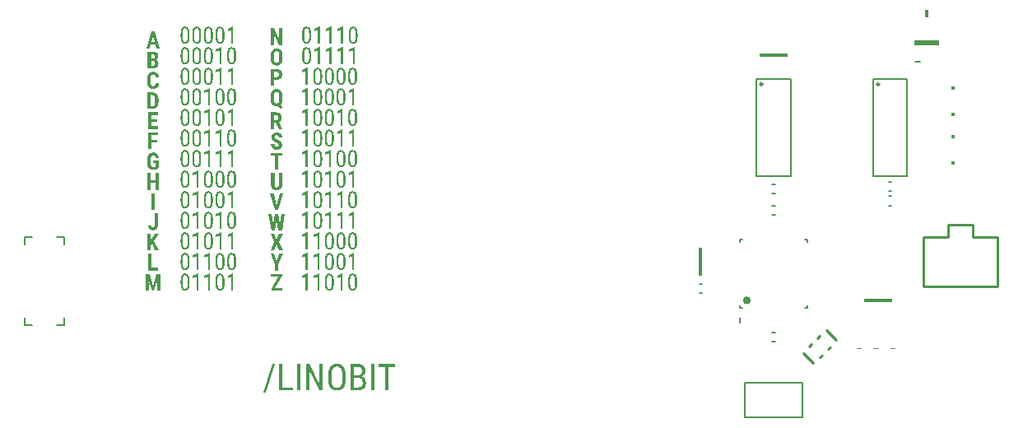
<source format=gto>
G04*
G04 #@! TF.GenerationSoftware,Altium Limited,Altium Designer,18.0.7 (293)*
G04*
G04 Layer_Color=12040119*
%FSLAX25Y25*%
%MOIN*%
G70*
G01*
G75*
%ADD10C,0.00984*%
%ADD11C,0.01575*%
%ADD12C,0.00591*%
%ADD13C,0.01000*%
%ADD14C,0.00394*%
%ADD15C,0.00787*%
%ADD16R,0.10236X0.02362*%
%ADD17R,0.11811X0.01575*%
%ADD18R,0.01575X0.01181*%
%ADD19R,0.01575X0.11811*%
G36*
X369094Y170276D02*
D01*
D02*
G37*
G36*
X373425Y181595D02*
Y184547D01*
X374606D01*
Y181595D01*
X373425D01*
D02*
G37*
G36*
X137658Y170960D02*
X136829D01*
Y176698D01*
X135403Y176068D01*
Y176855D01*
X137522Y177778D01*
X137658D01*
Y170960D01*
D02*
G37*
G36*
X132948D02*
X132120D01*
Y176698D01*
X130693Y176068D01*
Y176855D01*
X132812Y177778D01*
X132948D01*
Y170960D01*
D02*
G37*
G36*
X128238D02*
X127409D01*
Y176698D01*
X125983Y176068D01*
Y176855D01*
X128102Y177778D01*
X128238D01*
Y170960D01*
D02*
G37*
G36*
X141854Y177831D02*
X141938Y177820D01*
X142022Y177799D01*
X142221Y177757D01*
X142442Y177673D01*
X142557Y177610D01*
X142672Y177547D01*
X142777Y177463D01*
X142882Y177369D01*
X142987Y177264D01*
X143071Y177138D01*
X143081Y177128D01*
X143092Y177107D01*
X143113Y177065D01*
X143145Y177012D01*
X143176Y176939D01*
X143207Y176845D01*
X143249Y176740D01*
X143291Y176614D01*
X143333Y176477D01*
X143375Y176320D01*
X143417Y176152D01*
X143449Y175963D01*
X143480Y175754D01*
X143512Y175533D01*
X143522Y175292D01*
X143533Y175040D01*
Y173844D01*
Y173823D01*
Y173782D01*
Y173698D01*
X143522Y173603D01*
Y173477D01*
X143512Y173330D01*
X143501Y173173D01*
X143480Y173005D01*
X143428Y172638D01*
X143344Y172260D01*
X143302Y172082D01*
X143239Y171914D01*
X143165Y171746D01*
X143092Y171600D01*
Y171589D01*
X143071Y171568D01*
X143050Y171537D01*
X143008Y171484D01*
X142966Y171432D01*
X142903Y171369D01*
X142840Y171306D01*
X142756Y171232D01*
X142672Y171169D01*
X142568Y171096D01*
X142452Y171033D01*
X142326Y170981D01*
X142200Y170928D01*
X142053Y170897D01*
X141886Y170876D01*
X141718Y170865D01*
X141634D01*
X141571Y170876D01*
X141498Y170886D01*
X141414Y170907D01*
X141214Y170960D01*
X140994Y171044D01*
X140879Y171096D01*
X140763Y171169D01*
X140658Y171253D01*
X140553Y171348D01*
X140459Y171453D01*
X140365Y171579D01*
Y171589D01*
X140344Y171610D01*
X140323Y171652D01*
X140291Y171715D01*
X140260Y171788D01*
X140218Y171883D01*
X140176Y171988D01*
X140134Y172114D01*
X140092Y172260D01*
X140050Y172418D01*
X140018Y172586D01*
X139977Y172785D01*
X139945Y172995D01*
X139924Y173215D01*
X139913Y173456D01*
X139903Y173719D01*
Y174883D01*
Y174904D01*
Y174946D01*
Y175030D01*
X139913Y175124D01*
Y175250D01*
X139924Y175397D01*
X139945Y175554D01*
X139955Y175722D01*
X140008Y176079D01*
X140092Y176446D01*
X140144Y176624D01*
X140197Y176803D01*
X140270Y176960D01*
X140344Y177107D01*
X140354Y177117D01*
X140365Y177138D01*
X140386Y177170D01*
X140427Y177222D01*
X140470Y177275D01*
X140532Y177338D01*
X140595Y177411D01*
X140679Y177474D01*
X140774Y177547D01*
X140868Y177610D01*
X140983Y177673D01*
X141109Y177726D01*
X141235Y177778D01*
X141382Y177810D01*
X141540Y177831D01*
X141707Y177841D01*
X141791D01*
X141854Y177831D01*
D02*
G37*
G36*
X123014D02*
X123098Y177820D01*
X123182Y177799D01*
X123381Y177757D01*
X123602Y177673D01*
X123717Y177610D01*
X123832Y177547D01*
X123937Y177463D01*
X124042Y177369D01*
X124147Y177264D01*
X124231Y177138D01*
X124241Y177128D01*
X124252Y177107D01*
X124273Y177065D01*
X124304Y177012D01*
X124336Y176939D01*
X124367Y176845D01*
X124409Y176740D01*
X124451Y176614D01*
X124493Y176477D01*
X124535Y176320D01*
X124577Y176152D01*
X124609Y175963D01*
X124640Y175754D01*
X124672Y175533D01*
X124682Y175292D01*
X124692Y175040D01*
Y173844D01*
Y173823D01*
Y173782D01*
Y173698D01*
X124682Y173603D01*
Y173477D01*
X124672Y173330D01*
X124661Y173173D01*
X124640Y173005D01*
X124588Y172638D01*
X124504Y172260D01*
X124462Y172082D01*
X124399Y171914D01*
X124325Y171746D01*
X124252Y171600D01*
Y171589D01*
X124231Y171568D01*
X124210Y171537D01*
X124168Y171484D01*
X124126Y171432D01*
X124063Y171369D01*
X124000Y171306D01*
X123916Y171232D01*
X123832Y171169D01*
X123728Y171096D01*
X123612Y171033D01*
X123486Y170981D01*
X123360Y170928D01*
X123213Y170897D01*
X123046Y170876D01*
X122878Y170865D01*
X122794D01*
X122731Y170876D01*
X122658Y170886D01*
X122574Y170907D01*
X122374Y170960D01*
X122154Y171044D01*
X122039Y171096D01*
X121923Y171169D01*
X121818Y171253D01*
X121713Y171348D01*
X121619Y171453D01*
X121525Y171579D01*
Y171589D01*
X121504Y171610D01*
X121483Y171652D01*
X121451Y171715D01*
X121420Y171788D01*
X121378Y171883D01*
X121336Y171988D01*
X121294Y172114D01*
X121252Y172260D01*
X121210Y172418D01*
X121178Y172586D01*
X121136Y172785D01*
X121105Y172995D01*
X121084Y173215D01*
X121073Y173456D01*
X121063Y173719D01*
Y174883D01*
Y174904D01*
Y174946D01*
Y175030D01*
X121073Y175124D01*
Y175250D01*
X121084Y175397D01*
X121105Y175554D01*
X121116Y175722D01*
X121168Y176079D01*
X121252Y176446D01*
X121304Y176624D01*
X121357Y176803D01*
X121430Y176960D01*
X121504Y177107D01*
X121514Y177117D01*
X121525Y177138D01*
X121546Y177170D01*
X121588Y177222D01*
X121630Y177275D01*
X121692Y177338D01*
X121755Y177411D01*
X121839Y177474D01*
X121934Y177547D01*
X122028Y177610D01*
X122143Y177673D01*
X122269Y177726D01*
X122395Y177778D01*
X122542Y177810D01*
X122699Y177831D01*
X122867Y177841D01*
X122951D01*
X123014Y177831D01*
D02*
G37*
G36*
X142368Y162626D02*
X141540D01*
Y168364D01*
X140113Y167735D01*
Y168522D01*
X142232Y169445D01*
X142368D01*
Y162626D01*
D02*
G37*
G36*
X137658D02*
X136829D01*
Y168364D01*
X135403Y167735D01*
Y168522D01*
X137522Y169445D01*
X137658D01*
Y162626D01*
D02*
G37*
G36*
X132948D02*
X132120D01*
Y168364D01*
X130693Y167735D01*
Y168522D01*
X132812Y169445D01*
X132948D01*
Y162626D01*
D02*
G37*
G36*
X128238D02*
X127409D01*
Y168364D01*
X125983Y167735D01*
Y168522D01*
X128102Y169445D01*
X128238D01*
Y162626D01*
D02*
G37*
G36*
X123014Y169497D02*
X123098Y169487D01*
X123182Y169466D01*
X123381Y169424D01*
X123602Y169340D01*
X123717Y169277D01*
X123832Y169214D01*
X123937Y169130D01*
X124042Y169036D01*
X124147Y168931D01*
X124231Y168805D01*
X124241Y168795D01*
X124252Y168774D01*
X124273Y168732D01*
X124304Y168679D01*
X124336Y168606D01*
X124367Y168511D01*
X124409Y168406D01*
X124451Y168280D01*
X124493Y168144D01*
X124535Y167987D01*
X124577Y167819D01*
X124609Y167630D01*
X124640Y167420D01*
X124672Y167200D01*
X124682Y166959D01*
X124692Y166707D01*
Y165511D01*
Y165490D01*
Y165448D01*
Y165364D01*
X124682Y165270D01*
Y165144D01*
X124672Y164997D01*
X124661Y164840D01*
X124640Y164672D01*
X124588Y164305D01*
X124504Y163927D01*
X124462Y163749D01*
X124399Y163581D01*
X124325Y163413D01*
X124252Y163266D01*
Y163256D01*
X124231Y163235D01*
X124210Y163203D01*
X124168Y163151D01*
X124126Y163099D01*
X124063Y163036D01*
X124000Y162973D01*
X123916Y162899D01*
X123832Y162836D01*
X123728Y162763D01*
X123612Y162700D01*
X123486Y162647D01*
X123360Y162595D01*
X123213Y162564D01*
X123046Y162542D01*
X122878Y162532D01*
X122794D01*
X122731Y162542D01*
X122658Y162553D01*
X122574Y162574D01*
X122374Y162626D01*
X122154Y162710D01*
X122039Y162763D01*
X121923Y162836D01*
X121818Y162920D01*
X121713Y163014D01*
X121619Y163119D01*
X121525Y163245D01*
Y163256D01*
X121504Y163277D01*
X121483Y163319D01*
X121451Y163382D01*
X121420Y163455D01*
X121378Y163549D01*
X121336Y163654D01*
X121294Y163780D01*
X121252Y163927D01*
X121210Y164084D01*
X121178Y164252D01*
X121136Y164452D01*
X121105Y164662D01*
X121084Y164882D01*
X121073Y165123D01*
X121063Y165385D01*
Y166550D01*
Y166571D01*
Y166613D01*
Y166697D01*
X121073Y166791D01*
Y166917D01*
X121084Y167064D01*
X121105Y167221D01*
X121116Y167389D01*
X121168Y167745D01*
X121252Y168113D01*
X121304Y168291D01*
X121357Y168469D01*
X121430Y168627D01*
X121504Y168774D01*
X121514Y168784D01*
X121525Y168805D01*
X121546Y168836D01*
X121588Y168889D01*
X121630Y168941D01*
X121692Y169004D01*
X121755Y169078D01*
X121839Y169141D01*
X121934Y169214D01*
X122028Y169277D01*
X122143Y169340D01*
X122269Y169393D01*
X122395Y169445D01*
X122542Y169476D01*
X122699Y169497D01*
X122867Y169508D01*
X122951D01*
X123014Y169497D01*
D02*
G37*
G36*
X123318Y154293D02*
X122490D01*
Y160031D01*
X121063Y159402D01*
Y160188D01*
X123182Y161112D01*
X123318D01*
Y154293D01*
D02*
G37*
G36*
X141644Y161164D02*
X141728Y161154D01*
X141812Y161133D01*
X142011Y161091D01*
X142232Y161007D01*
X142347Y160944D01*
X142463Y160881D01*
X142568Y160797D01*
X142672Y160703D01*
X142777Y160598D01*
X142861Y160472D01*
X142872Y160461D01*
X142882Y160440D01*
X142903Y160398D01*
X142935Y160346D01*
X142966Y160273D01*
X142998Y160178D01*
X143040Y160073D01*
X143081Y159947D01*
X143123Y159811D01*
X143165Y159653D01*
X143207Y159486D01*
X143239Y159297D01*
X143270Y159087D01*
X143302Y158867D01*
X143312Y158625D01*
X143323Y158374D01*
Y157178D01*
Y157157D01*
Y157115D01*
Y157031D01*
X143312Y156937D01*
Y156811D01*
X143302Y156664D01*
X143291Y156507D01*
X143270Y156339D01*
X143218Y155972D01*
X143134Y155594D01*
X143092Y155416D01*
X143029Y155248D01*
X142956Y155080D01*
X142882Y154933D01*
Y154923D01*
X142861Y154902D01*
X142840Y154870D01*
X142798Y154818D01*
X142756Y154765D01*
X142693Y154702D01*
X142630Y154639D01*
X142546Y154566D01*
X142463Y154503D01*
X142358Y154429D01*
X142242Y154367D01*
X142116Y154314D01*
X141991Y154262D01*
X141844Y154230D01*
X141676Y154209D01*
X141508Y154199D01*
X141424D01*
X141361Y154209D01*
X141288Y154220D01*
X141204Y154241D01*
X141005Y154293D01*
X140784Y154377D01*
X140669Y154429D01*
X140553Y154503D01*
X140448Y154587D01*
X140344Y154681D01*
X140249Y154786D01*
X140155Y154912D01*
Y154923D01*
X140134Y154944D01*
X140113Y154985D01*
X140081Y155048D01*
X140050Y155122D01*
X140008Y155216D01*
X139966Y155321D01*
X139924Y155447D01*
X139882Y155594D01*
X139840Y155751D01*
X139809Y155919D01*
X139767Y156118D01*
X139735Y156328D01*
X139714Y156549D01*
X139704Y156790D01*
X139693Y157052D01*
Y158216D01*
Y158237D01*
Y158279D01*
Y158363D01*
X139704Y158458D01*
Y158584D01*
X139714Y158730D01*
X139735Y158888D01*
X139746Y159056D01*
X139798Y159412D01*
X139882Y159779D01*
X139935Y159958D01*
X139987Y160136D01*
X140060Y160293D01*
X140134Y160440D01*
X140144Y160451D01*
X140155Y160472D01*
X140176Y160503D01*
X140218Y160556D01*
X140260Y160608D01*
X140323Y160671D01*
X140386Y160745D01*
X140470Y160807D01*
X140564Y160881D01*
X140658Y160944D01*
X140774Y161007D01*
X140900Y161059D01*
X141025Y161112D01*
X141172Y161143D01*
X141330Y161164D01*
X141498Y161175D01*
X141581D01*
X141644Y161164D01*
D02*
G37*
G36*
X136934D02*
X137018Y161154D01*
X137102Y161133D01*
X137302Y161091D01*
X137522Y161007D01*
X137637Y160944D01*
X137753Y160881D01*
X137857Y160797D01*
X137962Y160703D01*
X138067Y160598D01*
X138151Y160472D01*
X138162Y160461D01*
X138172Y160440D01*
X138193Y160398D01*
X138225Y160346D01*
X138256Y160273D01*
X138288Y160178D01*
X138330Y160073D01*
X138372Y159947D01*
X138414Y159811D01*
X138455Y159653D01*
X138497Y159486D01*
X138529Y159297D01*
X138560Y159087D01*
X138592Y158867D01*
X138602Y158625D01*
X138613Y158374D01*
Y157178D01*
Y157157D01*
Y157115D01*
Y157031D01*
X138602Y156937D01*
Y156811D01*
X138592Y156664D01*
X138581Y156507D01*
X138560Y156339D01*
X138508Y155972D01*
X138424Y155594D01*
X138382Y155416D01*
X138319Y155248D01*
X138246Y155080D01*
X138172Y154933D01*
Y154923D01*
X138151Y154902D01*
X138130Y154870D01*
X138088Y154818D01*
X138046Y154765D01*
X137983Y154702D01*
X137920Y154639D01*
X137837Y154566D01*
X137753Y154503D01*
X137648Y154429D01*
X137532Y154367D01*
X137406Y154314D01*
X137280Y154262D01*
X137134Y154230D01*
X136966Y154209D01*
X136798Y154199D01*
X136714D01*
X136651Y154209D01*
X136578Y154220D01*
X136494Y154241D01*
X136294Y154293D01*
X136074Y154377D01*
X135959Y154429D01*
X135843Y154503D01*
X135739Y154587D01*
X135634Y154681D01*
X135539Y154786D01*
X135445Y154912D01*
Y154923D01*
X135424Y154944D01*
X135403Y154985D01*
X135371Y155048D01*
X135340Y155122D01*
X135298Y155216D01*
X135256Y155321D01*
X135214Y155447D01*
X135172Y155594D01*
X135130Y155751D01*
X135099Y155919D01*
X135057Y156118D01*
X135025Y156328D01*
X135004Y156549D01*
X134994Y156790D01*
X134983Y157052D01*
Y158216D01*
Y158237D01*
Y158279D01*
Y158363D01*
X134994Y158458D01*
Y158584D01*
X135004Y158730D01*
X135025Y158888D01*
X135036Y159056D01*
X135088Y159412D01*
X135172Y159779D01*
X135224Y159958D01*
X135277Y160136D01*
X135350Y160293D01*
X135424Y160440D01*
X135434Y160451D01*
X135445Y160472D01*
X135466Y160503D01*
X135508Y160556D01*
X135550Y160608D01*
X135613Y160671D01*
X135676Y160745D01*
X135759Y160807D01*
X135854Y160881D01*
X135948Y160944D01*
X136064Y161007D01*
X136190Y161059D01*
X136316Y161112D01*
X136462Y161143D01*
X136620Y161164D01*
X136787Y161175D01*
X136871D01*
X136934Y161164D01*
D02*
G37*
G36*
X132224D02*
X132308Y161154D01*
X132392Y161133D01*
X132591Y161091D01*
X132812Y161007D01*
X132927Y160944D01*
X133043Y160881D01*
X133148Y160797D01*
X133252Y160703D01*
X133357Y160598D01*
X133441Y160472D01*
X133452Y160461D01*
X133462Y160440D01*
X133483Y160398D01*
X133515Y160346D01*
X133546Y160273D01*
X133578Y160178D01*
X133619Y160073D01*
X133661Y159947D01*
X133703Y159811D01*
X133745Y159653D01*
X133787Y159486D01*
X133819Y159297D01*
X133850Y159087D01*
X133882Y158867D01*
X133892Y158625D01*
X133903Y158374D01*
Y157178D01*
Y157157D01*
Y157115D01*
Y157031D01*
X133892Y156937D01*
Y156811D01*
X133882Y156664D01*
X133871Y156507D01*
X133850Y156339D01*
X133798Y155972D01*
X133714Y155594D01*
X133672Y155416D01*
X133609Y155248D01*
X133536Y155080D01*
X133462Y154933D01*
Y154923D01*
X133441Y154902D01*
X133420Y154870D01*
X133378Y154818D01*
X133336Y154765D01*
X133273Y154702D01*
X133210Y154639D01*
X133126Y154566D01*
X133043Y154503D01*
X132938Y154429D01*
X132822Y154367D01*
X132696Y154314D01*
X132571Y154262D01*
X132424Y154230D01*
X132256Y154209D01*
X132088Y154199D01*
X132004D01*
X131941Y154209D01*
X131868Y154220D01*
X131784Y154241D01*
X131585Y154293D01*
X131364Y154377D01*
X131249Y154429D01*
X131133Y154503D01*
X131028Y154587D01*
X130924Y154681D01*
X130829Y154786D01*
X130735Y154912D01*
Y154923D01*
X130714Y154944D01*
X130693Y154985D01*
X130661Y155048D01*
X130630Y155122D01*
X130588Y155216D01*
X130546Y155321D01*
X130504Y155447D01*
X130462Y155594D01*
X130420Y155751D01*
X130389Y155919D01*
X130347Y156118D01*
X130315Y156328D01*
X130294Y156549D01*
X130284Y156790D01*
X130273Y157052D01*
Y158216D01*
Y158237D01*
Y158279D01*
Y158363D01*
X130284Y158458D01*
Y158584D01*
X130294Y158730D01*
X130315Y158888D01*
X130326Y159056D01*
X130378Y159412D01*
X130462Y159779D01*
X130515Y159958D01*
X130567Y160136D01*
X130640Y160293D01*
X130714Y160440D01*
X130724Y160451D01*
X130735Y160472D01*
X130756Y160503D01*
X130798Y160556D01*
X130840Y160608D01*
X130903Y160671D01*
X130966Y160745D01*
X131050Y160807D01*
X131144Y160881D01*
X131238Y160944D01*
X131354Y161007D01*
X131480Y161059D01*
X131605Y161112D01*
X131752Y161143D01*
X131910Y161164D01*
X132078Y161175D01*
X132161D01*
X132224Y161164D01*
D02*
G37*
G36*
X127514D02*
X127598Y161154D01*
X127682Y161133D01*
X127882Y161091D01*
X128102Y161007D01*
X128217Y160944D01*
X128333Y160881D01*
X128437Y160797D01*
X128542Y160703D01*
X128647Y160598D01*
X128731Y160472D01*
X128742Y160461D01*
X128752Y160440D01*
X128773Y160398D01*
X128805Y160346D01*
X128836Y160273D01*
X128868Y160178D01*
X128910Y160073D01*
X128952Y159947D01*
X128993Y159811D01*
X129035Y159653D01*
X129077Y159486D01*
X129109Y159297D01*
X129140Y159087D01*
X129172Y158867D01*
X129182Y158625D01*
X129193Y158374D01*
Y157178D01*
Y157157D01*
Y157115D01*
Y157031D01*
X129182Y156937D01*
Y156811D01*
X129172Y156664D01*
X129161Y156507D01*
X129140Y156339D01*
X129088Y155972D01*
X129004Y155594D01*
X128962Y155416D01*
X128899Y155248D01*
X128826Y155080D01*
X128752Y154933D01*
Y154923D01*
X128731Y154902D01*
X128710Y154870D01*
X128668Y154818D01*
X128626Y154765D01*
X128563Y154702D01*
X128500Y154639D01*
X128417Y154566D01*
X128333Y154503D01*
X128228Y154429D01*
X128112Y154367D01*
X127986Y154314D01*
X127860Y154262D01*
X127714Y154230D01*
X127546Y154209D01*
X127378Y154199D01*
X127294D01*
X127231Y154209D01*
X127158Y154220D01*
X127074Y154241D01*
X126874Y154293D01*
X126654Y154377D01*
X126539Y154429D01*
X126423Y154503D01*
X126319Y154587D01*
X126214Y154681D01*
X126119Y154786D01*
X126025Y154912D01*
Y154923D01*
X126004Y154944D01*
X125983Y154985D01*
X125951Y155048D01*
X125920Y155122D01*
X125878Y155216D01*
X125836Y155321D01*
X125794Y155447D01*
X125752Y155594D01*
X125710Y155751D01*
X125679Y155919D01*
X125637Y156118D01*
X125605Y156328D01*
X125584Y156549D01*
X125574Y156790D01*
X125563Y157052D01*
Y158216D01*
Y158237D01*
Y158279D01*
Y158363D01*
X125574Y158458D01*
Y158584D01*
X125584Y158730D01*
X125605Y158888D01*
X125616Y159056D01*
X125668Y159412D01*
X125752Y159779D01*
X125804Y159958D01*
X125857Y160136D01*
X125930Y160293D01*
X126004Y160440D01*
X126014Y160451D01*
X126025Y160472D01*
X126046Y160503D01*
X126088Y160556D01*
X126130Y160608D01*
X126193Y160671D01*
X126256Y160745D01*
X126339Y160807D01*
X126434Y160881D01*
X126528Y160944D01*
X126644Y161007D01*
X126770Y161059D01*
X126895Y161112D01*
X127042Y161143D01*
X127200Y161164D01*
X127367Y161175D01*
X127451D01*
X127514Y161164D01*
D02*
G37*
G36*
X142158Y145960D02*
X141330D01*
Y151698D01*
X139903Y151068D01*
Y151855D01*
X142022Y152778D01*
X142158D01*
Y145960D01*
D02*
G37*
G36*
X123318D02*
X122490D01*
Y151698D01*
X121063Y151068D01*
Y151855D01*
X123182Y152778D01*
X123318D01*
Y145960D01*
D02*
G37*
G36*
X136934Y152831D02*
X137018Y152820D01*
X137102Y152799D01*
X137302Y152757D01*
X137522Y152673D01*
X137637Y152611D01*
X137753Y152548D01*
X137857Y152464D01*
X137962Y152369D01*
X138067Y152264D01*
X138151Y152138D01*
X138162Y152128D01*
X138172Y152107D01*
X138193Y152065D01*
X138225Y152013D01*
X138256Y151939D01*
X138288Y151845D01*
X138330Y151740D01*
X138372Y151614D01*
X138414Y151478D01*
X138455Y151320D01*
X138497Y151152D01*
X138529Y150964D01*
X138560Y150754D01*
X138592Y150533D01*
X138602Y150292D01*
X138613Y150040D01*
Y148845D01*
Y148824D01*
Y148782D01*
Y148698D01*
X138602Y148603D01*
Y148477D01*
X138592Y148331D01*
X138581Y148173D01*
X138560Y148005D01*
X138508Y147638D01*
X138424Y147261D01*
X138382Y147082D01*
X138319Y146915D01*
X138246Y146747D01*
X138172Y146600D01*
Y146589D01*
X138151Y146568D01*
X138130Y146537D01*
X138088Y146484D01*
X138046Y146432D01*
X137983Y146369D01*
X137920Y146306D01*
X137837Y146233D01*
X137753Y146170D01*
X137648Y146096D01*
X137532Y146033D01*
X137406Y145981D01*
X137280Y145928D01*
X137134Y145897D01*
X136966Y145876D01*
X136798Y145865D01*
X136714D01*
X136651Y145876D01*
X136578Y145887D01*
X136494Y145907D01*
X136294Y145960D01*
X136074Y146044D01*
X135959Y146096D01*
X135843Y146170D01*
X135739Y146254D01*
X135634Y146348D01*
X135539Y146453D01*
X135445Y146579D01*
Y146589D01*
X135424Y146610D01*
X135403Y146652D01*
X135371Y146715D01*
X135340Y146789D01*
X135298Y146883D01*
X135256Y146988D01*
X135214Y147114D01*
X135172Y147261D01*
X135130Y147418D01*
X135099Y147586D01*
X135057Y147785D01*
X135025Y147995D01*
X135004Y148215D01*
X134994Y148457D01*
X134983Y148719D01*
Y149883D01*
Y149904D01*
Y149946D01*
Y150030D01*
X134994Y150124D01*
Y150250D01*
X135004Y150397D01*
X135025Y150555D01*
X135036Y150722D01*
X135088Y151079D01*
X135172Y151446D01*
X135224Y151625D01*
X135277Y151803D01*
X135350Y151960D01*
X135424Y152107D01*
X135434Y152118D01*
X135445Y152138D01*
X135466Y152170D01*
X135508Y152222D01*
X135550Y152275D01*
X135613Y152338D01*
X135676Y152411D01*
X135759Y152474D01*
X135854Y152548D01*
X135948Y152611D01*
X136064Y152673D01*
X136190Y152726D01*
X136316Y152778D01*
X136462Y152810D01*
X136620Y152831D01*
X136787Y152841D01*
X136871D01*
X136934Y152831D01*
D02*
G37*
G36*
X132224D02*
X132308Y152820D01*
X132392Y152799D01*
X132591Y152757D01*
X132812Y152673D01*
X132927Y152611D01*
X133043Y152548D01*
X133148Y152464D01*
X133252Y152369D01*
X133357Y152264D01*
X133441Y152138D01*
X133452Y152128D01*
X133462Y152107D01*
X133483Y152065D01*
X133515Y152013D01*
X133546Y151939D01*
X133578Y151845D01*
X133619Y151740D01*
X133661Y151614D01*
X133703Y151478D01*
X133745Y151320D01*
X133787Y151152D01*
X133819Y150964D01*
X133850Y150754D01*
X133882Y150533D01*
X133892Y150292D01*
X133903Y150040D01*
Y148845D01*
Y148824D01*
Y148782D01*
Y148698D01*
X133892Y148603D01*
Y148477D01*
X133882Y148331D01*
X133871Y148173D01*
X133850Y148005D01*
X133798Y147638D01*
X133714Y147261D01*
X133672Y147082D01*
X133609Y146915D01*
X133536Y146747D01*
X133462Y146600D01*
Y146589D01*
X133441Y146568D01*
X133420Y146537D01*
X133378Y146484D01*
X133336Y146432D01*
X133273Y146369D01*
X133210Y146306D01*
X133126Y146233D01*
X133043Y146170D01*
X132938Y146096D01*
X132822Y146033D01*
X132696Y145981D01*
X132571Y145928D01*
X132424Y145897D01*
X132256Y145876D01*
X132088Y145865D01*
X132004D01*
X131941Y145876D01*
X131868Y145887D01*
X131784Y145907D01*
X131585Y145960D01*
X131364Y146044D01*
X131249Y146096D01*
X131133Y146170D01*
X131028Y146254D01*
X130924Y146348D01*
X130829Y146453D01*
X130735Y146579D01*
Y146589D01*
X130714Y146610D01*
X130693Y146652D01*
X130661Y146715D01*
X130630Y146789D01*
X130588Y146883D01*
X130546Y146988D01*
X130504Y147114D01*
X130462Y147261D01*
X130420Y147418D01*
X130389Y147586D01*
X130347Y147785D01*
X130315Y147995D01*
X130294Y148215D01*
X130284Y148457D01*
X130273Y148719D01*
Y149883D01*
Y149904D01*
Y149946D01*
Y150030D01*
X130284Y150124D01*
Y150250D01*
X130294Y150397D01*
X130315Y150555D01*
X130326Y150722D01*
X130378Y151079D01*
X130462Y151446D01*
X130515Y151625D01*
X130567Y151803D01*
X130640Y151960D01*
X130714Y152107D01*
X130724Y152118D01*
X130735Y152138D01*
X130756Y152170D01*
X130798Y152222D01*
X130840Y152275D01*
X130903Y152338D01*
X130966Y152411D01*
X131050Y152474D01*
X131144Y152548D01*
X131238Y152611D01*
X131354Y152673D01*
X131480Y152726D01*
X131605Y152778D01*
X131752Y152810D01*
X131910Y152831D01*
X132078Y152841D01*
X132161D01*
X132224Y152831D01*
D02*
G37*
G36*
X127514D02*
X127598Y152820D01*
X127682Y152799D01*
X127882Y152757D01*
X128102Y152673D01*
X128217Y152611D01*
X128333Y152548D01*
X128437Y152464D01*
X128542Y152369D01*
X128647Y152264D01*
X128731Y152138D01*
X128742Y152128D01*
X128752Y152107D01*
X128773Y152065D01*
X128805Y152013D01*
X128836Y151939D01*
X128868Y151845D01*
X128910Y151740D01*
X128952Y151614D01*
X128993Y151478D01*
X129035Y151320D01*
X129077Y151152D01*
X129109Y150964D01*
X129140Y150754D01*
X129172Y150533D01*
X129182Y150292D01*
X129193Y150040D01*
Y148845D01*
Y148824D01*
Y148782D01*
Y148698D01*
X129182Y148603D01*
Y148477D01*
X129172Y148331D01*
X129161Y148173D01*
X129140Y148005D01*
X129088Y147638D01*
X129004Y147261D01*
X128962Y147082D01*
X128899Y146915D01*
X128826Y146747D01*
X128752Y146600D01*
Y146589D01*
X128731Y146568D01*
X128710Y146537D01*
X128668Y146484D01*
X128626Y146432D01*
X128563Y146369D01*
X128500Y146306D01*
X128417Y146233D01*
X128333Y146170D01*
X128228Y146096D01*
X128112Y146033D01*
X127986Y145981D01*
X127860Y145928D01*
X127714Y145897D01*
X127546Y145876D01*
X127378Y145865D01*
X127294D01*
X127231Y145876D01*
X127158Y145887D01*
X127074Y145907D01*
X126874Y145960D01*
X126654Y146044D01*
X126539Y146096D01*
X126423Y146170D01*
X126319Y146254D01*
X126214Y146348D01*
X126119Y146453D01*
X126025Y146579D01*
Y146589D01*
X126004Y146610D01*
X125983Y146652D01*
X125951Y146715D01*
X125920Y146789D01*
X125878Y146883D01*
X125836Y146988D01*
X125794Y147114D01*
X125752Y147261D01*
X125710Y147418D01*
X125679Y147586D01*
X125637Y147785D01*
X125605Y147995D01*
X125584Y148215D01*
X125574Y148457D01*
X125563Y148719D01*
Y149883D01*
Y149904D01*
Y149946D01*
Y150030D01*
X125574Y150124D01*
Y150250D01*
X125584Y150397D01*
X125605Y150555D01*
X125616Y150722D01*
X125668Y151079D01*
X125752Y151446D01*
X125804Y151625D01*
X125857Y151803D01*
X125930Y151960D01*
X126004Y152107D01*
X126014Y152118D01*
X126025Y152138D01*
X126046Y152170D01*
X126088Y152222D01*
X126130Y152275D01*
X126193Y152338D01*
X126256Y152411D01*
X126339Y152474D01*
X126434Y152548D01*
X126528Y152611D01*
X126644Y152673D01*
X126770Y152726D01*
X126895Y152778D01*
X127042Y152810D01*
X127200Y152831D01*
X127367Y152841D01*
X127451D01*
X127514Y152831D01*
D02*
G37*
G36*
X137448Y137627D02*
X136620D01*
Y143365D01*
X135193Y142735D01*
Y143522D01*
X137312Y144445D01*
X137448D01*
Y137627D01*
D02*
G37*
G36*
X123318D02*
X122490D01*
Y143365D01*
X121063Y142735D01*
Y143522D01*
X123182Y144445D01*
X123318D01*
Y137627D01*
D02*
G37*
G36*
X141644Y144498D02*
X141728Y144487D01*
X141812Y144466D01*
X142011Y144424D01*
X142232Y144340D01*
X142347Y144277D01*
X142463Y144214D01*
X142568Y144130D01*
X142672Y144036D01*
X142777Y143931D01*
X142861Y143805D01*
X142872Y143795D01*
X142882Y143774D01*
X142903Y143732D01*
X142935Y143679D01*
X142966Y143606D01*
X142998Y143511D01*
X143040Y143407D01*
X143081Y143281D01*
X143123Y143144D01*
X143165Y142987D01*
X143207Y142819D01*
X143239Y142630D01*
X143270Y142421D01*
X143302Y142200D01*
X143312Y141959D01*
X143323Y141707D01*
Y140511D01*
Y140490D01*
Y140448D01*
Y140365D01*
X143312Y140270D01*
Y140144D01*
X143302Y139997D01*
X143291Y139840D01*
X143270Y139672D01*
X143218Y139305D01*
X143134Y138927D01*
X143092Y138749D01*
X143029Y138581D01*
X142956Y138413D01*
X142882Y138267D01*
Y138256D01*
X142861Y138235D01*
X142840Y138204D01*
X142798Y138151D01*
X142756Y138099D01*
X142693Y138036D01*
X142630Y137973D01*
X142546Y137899D01*
X142463Y137836D01*
X142358Y137763D01*
X142242Y137700D01*
X142116Y137648D01*
X141991Y137595D01*
X141844Y137564D01*
X141676Y137543D01*
X141508Y137532D01*
X141424D01*
X141361Y137543D01*
X141288Y137553D01*
X141204Y137574D01*
X141005Y137627D01*
X140784Y137710D01*
X140669Y137763D01*
X140553Y137836D01*
X140448Y137920D01*
X140344Y138015D01*
X140249Y138120D01*
X140155Y138245D01*
Y138256D01*
X140134Y138277D01*
X140113Y138319D01*
X140081Y138382D01*
X140050Y138455D01*
X140008Y138550D01*
X139966Y138655D01*
X139924Y138780D01*
X139882Y138927D01*
X139840Y139085D01*
X139809Y139253D01*
X139767Y139452D01*
X139735Y139662D01*
X139714Y139882D01*
X139704Y140123D01*
X139693Y140385D01*
Y141550D01*
Y141571D01*
Y141613D01*
Y141697D01*
X139704Y141791D01*
Y141917D01*
X139714Y142064D01*
X139735Y142221D01*
X139746Y142389D01*
X139798Y142746D01*
X139882Y143113D01*
X139935Y143291D01*
X139987Y143470D01*
X140060Y143627D01*
X140134Y143774D01*
X140144Y143784D01*
X140155Y143805D01*
X140176Y143837D01*
X140218Y143889D01*
X140260Y143942D01*
X140323Y144004D01*
X140386Y144078D01*
X140470Y144141D01*
X140564Y144214D01*
X140658Y144277D01*
X140774Y144340D01*
X140900Y144393D01*
X141025Y144445D01*
X141172Y144477D01*
X141330Y144498D01*
X141498Y144508D01*
X141581D01*
X141644Y144498D01*
D02*
G37*
G36*
X132224D02*
X132308Y144487D01*
X132392Y144466D01*
X132591Y144424D01*
X132812Y144340D01*
X132927Y144277D01*
X133043Y144214D01*
X133148Y144130D01*
X133252Y144036D01*
X133357Y143931D01*
X133441Y143805D01*
X133452Y143795D01*
X133462Y143774D01*
X133483Y143732D01*
X133515Y143679D01*
X133546Y143606D01*
X133578Y143511D01*
X133619Y143407D01*
X133661Y143281D01*
X133703Y143144D01*
X133745Y142987D01*
X133787Y142819D01*
X133819Y142630D01*
X133850Y142421D01*
X133882Y142200D01*
X133892Y141959D01*
X133903Y141707D01*
Y140511D01*
Y140490D01*
Y140448D01*
Y140365D01*
X133892Y140270D01*
Y140144D01*
X133882Y139997D01*
X133871Y139840D01*
X133850Y139672D01*
X133798Y139305D01*
X133714Y138927D01*
X133672Y138749D01*
X133609Y138581D01*
X133536Y138413D01*
X133462Y138267D01*
Y138256D01*
X133441Y138235D01*
X133420Y138204D01*
X133378Y138151D01*
X133336Y138099D01*
X133273Y138036D01*
X133210Y137973D01*
X133126Y137899D01*
X133043Y137836D01*
X132938Y137763D01*
X132822Y137700D01*
X132696Y137648D01*
X132571Y137595D01*
X132424Y137564D01*
X132256Y137543D01*
X132088Y137532D01*
X132004D01*
X131941Y137543D01*
X131868Y137553D01*
X131784Y137574D01*
X131585Y137627D01*
X131364Y137710D01*
X131249Y137763D01*
X131133Y137836D01*
X131028Y137920D01*
X130924Y138015D01*
X130829Y138120D01*
X130735Y138245D01*
Y138256D01*
X130714Y138277D01*
X130693Y138319D01*
X130661Y138382D01*
X130630Y138455D01*
X130588Y138550D01*
X130546Y138655D01*
X130504Y138780D01*
X130462Y138927D01*
X130420Y139085D01*
X130389Y139253D01*
X130347Y139452D01*
X130315Y139662D01*
X130294Y139882D01*
X130284Y140123D01*
X130273Y140385D01*
Y141550D01*
Y141571D01*
Y141613D01*
Y141697D01*
X130284Y141791D01*
Y141917D01*
X130294Y142064D01*
X130315Y142221D01*
X130326Y142389D01*
X130378Y142746D01*
X130462Y143113D01*
X130515Y143291D01*
X130567Y143470D01*
X130640Y143627D01*
X130714Y143774D01*
X130724Y143784D01*
X130735Y143805D01*
X130756Y143837D01*
X130798Y143889D01*
X130840Y143942D01*
X130903Y144004D01*
X130966Y144078D01*
X131050Y144141D01*
X131144Y144214D01*
X131238Y144277D01*
X131354Y144340D01*
X131480Y144393D01*
X131605Y144445D01*
X131752Y144477D01*
X131910Y144498D01*
X132078Y144508D01*
X132161D01*
X132224Y144498D01*
D02*
G37*
G36*
X127514D02*
X127598Y144487D01*
X127682Y144466D01*
X127882Y144424D01*
X128102Y144340D01*
X128217Y144277D01*
X128333Y144214D01*
X128437Y144130D01*
X128542Y144036D01*
X128647Y143931D01*
X128731Y143805D01*
X128742Y143795D01*
X128752Y143774D01*
X128773Y143732D01*
X128805Y143679D01*
X128836Y143606D01*
X128868Y143511D01*
X128910Y143407D01*
X128952Y143281D01*
X128993Y143144D01*
X129035Y142987D01*
X129077Y142819D01*
X129109Y142630D01*
X129140Y142421D01*
X129172Y142200D01*
X129182Y141959D01*
X129193Y141707D01*
Y140511D01*
Y140490D01*
Y140448D01*
Y140365D01*
X129182Y140270D01*
Y140144D01*
X129172Y139997D01*
X129161Y139840D01*
X129140Y139672D01*
X129088Y139305D01*
X129004Y138927D01*
X128962Y138749D01*
X128899Y138581D01*
X128826Y138413D01*
X128752Y138267D01*
Y138256D01*
X128731Y138235D01*
X128710Y138204D01*
X128668Y138151D01*
X128626Y138099D01*
X128563Y138036D01*
X128500Y137973D01*
X128417Y137899D01*
X128333Y137836D01*
X128228Y137763D01*
X128112Y137700D01*
X127986Y137648D01*
X127860Y137595D01*
X127714Y137564D01*
X127546Y137543D01*
X127378Y137532D01*
X127294D01*
X127231Y137543D01*
X127158Y137553D01*
X127074Y137574D01*
X126874Y137627D01*
X126654Y137710D01*
X126539Y137763D01*
X126423Y137836D01*
X126319Y137920D01*
X126214Y138015D01*
X126119Y138120D01*
X126025Y138245D01*
Y138256D01*
X126004Y138277D01*
X125983Y138319D01*
X125951Y138382D01*
X125920Y138455D01*
X125878Y138550D01*
X125836Y138655D01*
X125794Y138780D01*
X125752Y138927D01*
X125710Y139085D01*
X125679Y139253D01*
X125637Y139452D01*
X125605Y139662D01*
X125584Y139882D01*
X125574Y140123D01*
X125563Y140385D01*
Y141550D01*
Y141571D01*
Y141613D01*
Y141697D01*
X125574Y141791D01*
Y141917D01*
X125584Y142064D01*
X125605Y142221D01*
X125616Y142389D01*
X125668Y142746D01*
X125752Y143113D01*
X125804Y143291D01*
X125857Y143470D01*
X125930Y143627D01*
X126004Y143774D01*
X126014Y143784D01*
X126025Y143805D01*
X126046Y143837D01*
X126088Y143889D01*
X126130Y143942D01*
X126193Y144004D01*
X126256Y144078D01*
X126339Y144141D01*
X126434Y144214D01*
X126528Y144277D01*
X126644Y144340D01*
X126770Y144393D01*
X126895Y144445D01*
X127042Y144477D01*
X127200Y144498D01*
X127367Y144508D01*
X127451D01*
X127514Y144498D01*
D02*
G37*
G36*
X142158Y129293D02*
X141330D01*
Y135031D01*
X139903Y134402D01*
Y135189D01*
X142022Y136112D01*
X142158D01*
Y129293D01*
D02*
G37*
G36*
X137448D02*
X136620D01*
Y135031D01*
X135193Y134402D01*
Y135189D01*
X137312Y136112D01*
X137448D01*
Y129293D01*
D02*
G37*
G36*
X123318D02*
X122490D01*
Y135031D01*
X121063Y134402D01*
Y135189D01*
X123182Y136112D01*
X123318D01*
Y129293D01*
D02*
G37*
G36*
X132224Y136164D02*
X132308Y136154D01*
X132392Y136133D01*
X132591Y136091D01*
X132812Y136007D01*
X132927Y135944D01*
X133043Y135881D01*
X133148Y135797D01*
X133252Y135703D01*
X133357Y135598D01*
X133441Y135472D01*
X133452Y135461D01*
X133462Y135441D01*
X133483Y135399D01*
X133515Y135346D01*
X133546Y135273D01*
X133578Y135178D01*
X133619Y135073D01*
X133661Y134948D01*
X133703Y134811D01*
X133745Y134654D01*
X133787Y134486D01*
X133819Y134297D01*
X133850Y134087D01*
X133882Y133867D01*
X133892Y133626D01*
X133903Y133374D01*
Y132178D01*
Y132157D01*
Y132115D01*
Y132031D01*
X133892Y131937D01*
Y131811D01*
X133882Y131664D01*
X133871Y131507D01*
X133850Y131339D01*
X133798Y130972D01*
X133714Y130594D01*
X133672Y130416D01*
X133609Y130248D01*
X133536Y130080D01*
X133462Y129933D01*
Y129923D01*
X133441Y129902D01*
X133420Y129870D01*
X133378Y129818D01*
X133336Y129765D01*
X133273Y129702D01*
X133210Y129639D01*
X133126Y129566D01*
X133043Y129503D01*
X132938Y129430D01*
X132822Y129367D01*
X132696Y129314D01*
X132571Y129262D01*
X132424Y129230D01*
X132256Y129209D01*
X132088Y129199D01*
X132004D01*
X131941Y129209D01*
X131868Y129220D01*
X131784Y129241D01*
X131585Y129293D01*
X131364Y129377D01*
X131249Y129430D01*
X131133Y129503D01*
X131028Y129587D01*
X130924Y129682D01*
X130829Y129786D01*
X130735Y129912D01*
Y129923D01*
X130714Y129944D01*
X130693Y129986D01*
X130661Y130049D01*
X130630Y130122D01*
X130588Y130217D01*
X130546Y130321D01*
X130504Y130447D01*
X130462Y130594D01*
X130420Y130752D01*
X130389Y130919D01*
X130347Y131119D01*
X130315Y131328D01*
X130294Y131549D01*
X130284Y131790D01*
X130273Y132052D01*
Y133217D01*
Y133238D01*
Y133280D01*
Y133363D01*
X130284Y133458D01*
Y133584D01*
X130294Y133731D01*
X130315Y133888D01*
X130326Y134056D01*
X130378Y134413D01*
X130462Y134780D01*
X130515Y134958D01*
X130567Y135136D01*
X130640Y135294D01*
X130714Y135441D01*
X130724Y135451D01*
X130735Y135472D01*
X130756Y135503D01*
X130798Y135556D01*
X130840Y135608D01*
X130903Y135671D01*
X130966Y135745D01*
X131050Y135808D01*
X131144Y135881D01*
X131238Y135944D01*
X131354Y136007D01*
X131480Y136059D01*
X131605Y136112D01*
X131752Y136143D01*
X131910Y136164D01*
X132078Y136175D01*
X132161D01*
X132224Y136164D01*
D02*
G37*
G36*
X127514D02*
X127598Y136154D01*
X127682Y136133D01*
X127882Y136091D01*
X128102Y136007D01*
X128217Y135944D01*
X128333Y135881D01*
X128437Y135797D01*
X128542Y135703D01*
X128647Y135598D01*
X128731Y135472D01*
X128742Y135461D01*
X128752Y135441D01*
X128773Y135399D01*
X128805Y135346D01*
X128836Y135273D01*
X128868Y135178D01*
X128910Y135073D01*
X128952Y134948D01*
X128993Y134811D01*
X129035Y134654D01*
X129077Y134486D01*
X129109Y134297D01*
X129140Y134087D01*
X129172Y133867D01*
X129182Y133626D01*
X129193Y133374D01*
Y132178D01*
Y132157D01*
Y132115D01*
Y132031D01*
X129182Y131937D01*
Y131811D01*
X129172Y131664D01*
X129161Y131507D01*
X129140Y131339D01*
X129088Y130972D01*
X129004Y130594D01*
X128962Y130416D01*
X128899Y130248D01*
X128826Y130080D01*
X128752Y129933D01*
Y129923D01*
X128731Y129902D01*
X128710Y129870D01*
X128668Y129818D01*
X128626Y129765D01*
X128563Y129702D01*
X128500Y129639D01*
X128417Y129566D01*
X128333Y129503D01*
X128228Y129430D01*
X128112Y129367D01*
X127986Y129314D01*
X127860Y129262D01*
X127714Y129230D01*
X127546Y129209D01*
X127378Y129199D01*
X127294D01*
X127231Y129209D01*
X127158Y129220D01*
X127074Y129241D01*
X126874Y129293D01*
X126654Y129377D01*
X126539Y129430D01*
X126423Y129503D01*
X126319Y129587D01*
X126214Y129682D01*
X126119Y129786D01*
X126025Y129912D01*
Y129923D01*
X126004Y129944D01*
X125983Y129986D01*
X125951Y130049D01*
X125920Y130122D01*
X125878Y130217D01*
X125836Y130321D01*
X125794Y130447D01*
X125752Y130594D01*
X125710Y130752D01*
X125679Y130919D01*
X125637Y131119D01*
X125605Y131328D01*
X125584Y131549D01*
X125574Y131790D01*
X125563Y132052D01*
Y133217D01*
Y133238D01*
Y133280D01*
Y133363D01*
X125574Y133458D01*
Y133584D01*
X125584Y133731D01*
X125605Y133888D01*
X125616Y134056D01*
X125668Y134413D01*
X125752Y134780D01*
X125804Y134958D01*
X125857Y135136D01*
X125930Y135294D01*
X126004Y135441D01*
X126014Y135451D01*
X126025Y135472D01*
X126046Y135503D01*
X126088Y135556D01*
X126130Y135608D01*
X126193Y135671D01*
X126256Y135745D01*
X126339Y135808D01*
X126434Y135881D01*
X126528Y135944D01*
X126644Y136007D01*
X126770Y136059D01*
X126895Y136112D01*
X127042Y136143D01*
X127200Y136164D01*
X127367Y136175D01*
X127451D01*
X127514Y136164D01*
D02*
G37*
G36*
X132738Y120960D02*
X131910D01*
Y126698D01*
X130483Y126069D01*
Y126856D01*
X132602Y127779D01*
X132738D01*
Y120960D01*
D02*
G37*
G36*
X123318D02*
X122490D01*
Y126698D01*
X121063Y126069D01*
Y126856D01*
X123182Y127779D01*
X123318D01*
Y120960D01*
D02*
G37*
G36*
X141644Y127831D02*
X141728Y127821D01*
X141812Y127800D01*
X142011Y127758D01*
X142232Y127674D01*
X142347Y127611D01*
X142463Y127548D01*
X142568Y127464D01*
X142672Y127369D01*
X142777Y127265D01*
X142861Y127139D01*
X142872Y127128D01*
X142882Y127107D01*
X142903Y127065D01*
X142935Y127013D01*
X142966Y126939D01*
X142998Y126845D01*
X143040Y126740D01*
X143081Y126614D01*
X143123Y126478D01*
X143165Y126321D01*
X143207Y126153D01*
X143239Y125964D01*
X143270Y125754D01*
X143302Y125534D01*
X143312Y125293D01*
X143323Y125041D01*
Y123845D01*
Y123824D01*
Y123782D01*
Y123698D01*
X143312Y123604D01*
Y123478D01*
X143302Y123331D01*
X143291Y123173D01*
X143270Y123006D01*
X143218Y122638D01*
X143134Y122261D01*
X143092Y122082D01*
X143029Y121915D01*
X142956Y121747D01*
X142882Y121600D01*
Y121590D01*
X142861Y121569D01*
X142840Y121537D01*
X142798Y121485D01*
X142756Y121432D01*
X142693Y121369D01*
X142630Y121306D01*
X142546Y121233D01*
X142463Y121170D01*
X142358Y121097D01*
X142242Y121034D01*
X142116Y120981D01*
X141991Y120929D01*
X141844Y120897D01*
X141676Y120876D01*
X141508Y120866D01*
X141424D01*
X141361Y120876D01*
X141288Y120887D01*
X141204Y120908D01*
X141005Y120960D01*
X140784Y121044D01*
X140669Y121097D01*
X140553Y121170D01*
X140448Y121254D01*
X140344Y121348D01*
X140249Y121453D01*
X140155Y121579D01*
Y121590D01*
X140134Y121610D01*
X140113Y121652D01*
X140081Y121715D01*
X140050Y121789D01*
X140008Y121883D01*
X139966Y121988D01*
X139924Y122114D01*
X139882Y122261D01*
X139840Y122418D01*
X139809Y122586D01*
X139767Y122785D01*
X139735Y122995D01*
X139714Y123215D01*
X139704Y123457D01*
X139693Y123719D01*
Y124883D01*
Y124904D01*
Y124946D01*
Y125030D01*
X139704Y125125D01*
Y125250D01*
X139714Y125397D01*
X139735Y125555D01*
X139746Y125723D01*
X139798Y126079D01*
X139882Y126446D01*
X139935Y126625D01*
X139987Y126803D01*
X140060Y126960D01*
X140134Y127107D01*
X140144Y127118D01*
X140155Y127139D01*
X140176Y127170D01*
X140218Y127223D01*
X140260Y127275D01*
X140323Y127338D01*
X140386Y127411D01*
X140470Y127474D01*
X140564Y127548D01*
X140658Y127611D01*
X140774Y127674D01*
X140900Y127726D01*
X141025Y127779D01*
X141172Y127810D01*
X141330Y127831D01*
X141498Y127842D01*
X141581D01*
X141644Y127831D01*
D02*
G37*
G36*
X136934D02*
X137018Y127821D01*
X137102Y127800D01*
X137302Y127758D01*
X137522Y127674D01*
X137637Y127611D01*
X137753Y127548D01*
X137857Y127464D01*
X137962Y127369D01*
X138067Y127265D01*
X138151Y127139D01*
X138162Y127128D01*
X138172Y127107D01*
X138193Y127065D01*
X138225Y127013D01*
X138256Y126939D01*
X138288Y126845D01*
X138330Y126740D01*
X138372Y126614D01*
X138414Y126478D01*
X138455Y126321D01*
X138497Y126153D01*
X138529Y125964D01*
X138560Y125754D01*
X138592Y125534D01*
X138602Y125293D01*
X138613Y125041D01*
Y123845D01*
Y123824D01*
Y123782D01*
Y123698D01*
X138602Y123604D01*
Y123478D01*
X138592Y123331D01*
X138581Y123173D01*
X138560Y123006D01*
X138508Y122638D01*
X138424Y122261D01*
X138382Y122082D01*
X138319Y121915D01*
X138246Y121747D01*
X138172Y121600D01*
Y121590D01*
X138151Y121569D01*
X138130Y121537D01*
X138088Y121485D01*
X138046Y121432D01*
X137983Y121369D01*
X137920Y121306D01*
X137837Y121233D01*
X137753Y121170D01*
X137648Y121097D01*
X137532Y121034D01*
X137406Y120981D01*
X137280Y120929D01*
X137134Y120897D01*
X136966Y120876D01*
X136798Y120866D01*
X136714D01*
X136651Y120876D01*
X136578Y120887D01*
X136494Y120908D01*
X136294Y120960D01*
X136074Y121044D01*
X135959Y121097D01*
X135843Y121170D01*
X135739Y121254D01*
X135634Y121348D01*
X135539Y121453D01*
X135445Y121579D01*
Y121590D01*
X135424Y121610D01*
X135403Y121652D01*
X135371Y121715D01*
X135340Y121789D01*
X135298Y121883D01*
X135256Y121988D01*
X135214Y122114D01*
X135172Y122261D01*
X135130Y122418D01*
X135099Y122586D01*
X135057Y122785D01*
X135025Y122995D01*
X135004Y123215D01*
X134994Y123457D01*
X134983Y123719D01*
Y124883D01*
Y124904D01*
Y124946D01*
Y125030D01*
X134994Y125125D01*
Y125250D01*
X135004Y125397D01*
X135025Y125555D01*
X135036Y125723D01*
X135088Y126079D01*
X135172Y126446D01*
X135224Y126625D01*
X135277Y126803D01*
X135350Y126960D01*
X135424Y127107D01*
X135434Y127118D01*
X135445Y127139D01*
X135466Y127170D01*
X135508Y127223D01*
X135550Y127275D01*
X135613Y127338D01*
X135676Y127411D01*
X135759Y127474D01*
X135854Y127548D01*
X135948Y127611D01*
X136064Y127674D01*
X136190Y127726D01*
X136316Y127779D01*
X136462Y127810D01*
X136620Y127831D01*
X136787Y127842D01*
X136871D01*
X136934Y127831D01*
D02*
G37*
G36*
X127514D02*
X127598Y127821D01*
X127682Y127800D01*
X127882Y127758D01*
X128102Y127674D01*
X128217Y127611D01*
X128333Y127548D01*
X128437Y127464D01*
X128542Y127369D01*
X128647Y127265D01*
X128731Y127139D01*
X128742Y127128D01*
X128752Y127107D01*
X128773Y127065D01*
X128805Y127013D01*
X128836Y126939D01*
X128868Y126845D01*
X128910Y126740D01*
X128952Y126614D01*
X128993Y126478D01*
X129035Y126321D01*
X129077Y126153D01*
X129109Y125964D01*
X129140Y125754D01*
X129172Y125534D01*
X129182Y125293D01*
X129193Y125041D01*
Y123845D01*
Y123824D01*
Y123782D01*
Y123698D01*
X129182Y123604D01*
Y123478D01*
X129172Y123331D01*
X129161Y123173D01*
X129140Y123006D01*
X129088Y122638D01*
X129004Y122261D01*
X128962Y122082D01*
X128899Y121915D01*
X128826Y121747D01*
X128752Y121600D01*
Y121590D01*
X128731Y121569D01*
X128710Y121537D01*
X128668Y121485D01*
X128626Y121432D01*
X128563Y121369D01*
X128500Y121306D01*
X128417Y121233D01*
X128333Y121170D01*
X128228Y121097D01*
X128112Y121034D01*
X127986Y120981D01*
X127860Y120929D01*
X127714Y120897D01*
X127546Y120876D01*
X127378Y120866D01*
X127294D01*
X127231Y120876D01*
X127158Y120887D01*
X127074Y120908D01*
X126874Y120960D01*
X126654Y121044D01*
X126539Y121097D01*
X126423Y121170D01*
X126319Y121254D01*
X126214Y121348D01*
X126119Y121453D01*
X126025Y121579D01*
Y121590D01*
X126004Y121610D01*
X125983Y121652D01*
X125951Y121715D01*
X125920Y121789D01*
X125878Y121883D01*
X125836Y121988D01*
X125794Y122114D01*
X125752Y122261D01*
X125710Y122418D01*
X125679Y122586D01*
X125637Y122785D01*
X125605Y122995D01*
X125584Y123215D01*
X125574Y123457D01*
X125563Y123719D01*
Y124883D01*
Y124904D01*
Y124946D01*
Y125030D01*
X125574Y125125D01*
Y125250D01*
X125584Y125397D01*
X125605Y125555D01*
X125616Y125723D01*
X125668Y126079D01*
X125752Y126446D01*
X125804Y126625D01*
X125857Y126803D01*
X125930Y126960D01*
X126004Y127107D01*
X126014Y127118D01*
X126025Y127139D01*
X126046Y127170D01*
X126088Y127223D01*
X126130Y127275D01*
X126193Y127338D01*
X126256Y127411D01*
X126339Y127474D01*
X126434Y127548D01*
X126528Y127611D01*
X126644Y127674D01*
X126770Y127726D01*
X126895Y127779D01*
X127042Y127810D01*
X127200Y127831D01*
X127367Y127842D01*
X127451D01*
X127514Y127831D01*
D02*
G37*
G36*
X142158Y112627D02*
X141330D01*
Y118365D01*
X139903Y117736D01*
Y118522D01*
X142022Y119445D01*
X142158D01*
Y112627D01*
D02*
G37*
G36*
X132738D02*
X131910D01*
Y118365D01*
X130483Y117736D01*
Y118522D01*
X132602Y119445D01*
X132738D01*
Y112627D01*
D02*
G37*
G36*
X123318D02*
X122490D01*
Y118365D01*
X121063Y117736D01*
Y118522D01*
X123182Y119445D01*
X123318D01*
Y112627D01*
D02*
G37*
G36*
X136934Y119498D02*
X137018Y119487D01*
X137102Y119466D01*
X137302Y119424D01*
X137522Y119341D01*
X137637Y119278D01*
X137753Y119215D01*
X137857Y119131D01*
X137962Y119036D01*
X138067Y118931D01*
X138151Y118806D01*
X138162Y118795D01*
X138172Y118774D01*
X138193Y118732D01*
X138225Y118680D01*
X138256Y118606D01*
X138288Y118512D01*
X138330Y118407D01*
X138372Y118281D01*
X138414Y118145D01*
X138455Y117987D01*
X138497Y117819D01*
X138529Y117631D01*
X138560Y117421D01*
X138592Y117201D01*
X138602Y116959D01*
X138613Y116708D01*
Y115512D01*
Y115491D01*
Y115449D01*
Y115365D01*
X138602Y115270D01*
Y115145D01*
X138592Y114998D01*
X138581Y114840D01*
X138560Y114672D01*
X138508Y114305D01*
X138424Y113928D01*
X138382Y113749D01*
X138319Y113581D01*
X138246Y113414D01*
X138172Y113267D01*
Y113256D01*
X138151Y113235D01*
X138130Y113204D01*
X138088Y113151D01*
X138046Y113099D01*
X137983Y113036D01*
X137920Y112973D01*
X137837Y112900D01*
X137753Y112837D01*
X137648Y112763D01*
X137532Y112700D01*
X137406Y112648D01*
X137280Y112595D01*
X137134Y112564D01*
X136966Y112543D01*
X136798Y112532D01*
X136714D01*
X136651Y112543D01*
X136578Y112553D01*
X136494Y112574D01*
X136294Y112627D01*
X136074Y112711D01*
X135959Y112763D01*
X135843Y112837D01*
X135739Y112921D01*
X135634Y113015D01*
X135539Y113120D01*
X135445Y113246D01*
Y113256D01*
X135424Y113277D01*
X135403Y113319D01*
X135371Y113382D01*
X135340Y113456D01*
X135298Y113550D01*
X135256Y113655D01*
X135214Y113781D01*
X135172Y113928D01*
X135130Y114085D01*
X135099Y114253D01*
X135057Y114452D01*
X135025Y114662D01*
X135004Y114882D01*
X134994Y115123D01*
X134983Y115386D01*
Y116550D01*
Y116571D01*
Y116613D01*
Y116697D01*
X134994Y116791D01*
Y116917D01*
X135004Y117064D01*
X135025Y117221D01*
X135036Y117389D01*
X135088Y117746D01*
X135172Y118113D01*
X135224Y118291D01*
X135277Y118470D01*
X135350Y118627D01*
X135424Y118774D01*
X135434Y118784D01*
X135445Y118806D01*
X135466Y118837D01*
X135508Y118889D01*
X135550Y118942D01*
X135613Y119005D01*
X135676Y119078D01*
X135759Y119141D01*
X135854Y119215D01*
X135948Y119278D01*
X136064Y119341D01*
X136190Y119393D01*
X136316Y119445D01*
X136462Y119477D01*
X136620Y119498D01*
X136787Y119508D01*
X136871D01*
X136934Y119498D01*
D02*
G37*
G36*
X127514D02*
X127598Y119487D01*
X127682Y119466D01*
X127882Y119424D01*
X128102Y119341D01*
X128217Y119278D01*
X128333Y119215D01*
X128437Y119131D01*
X128542Y119036D01*
X128647Y118931D01*
X128731Y118806D01*
X128742Y118795D01*
X128752Y118774D01*
X128773Y118732D01*
X128805Y118680D01*
X128836Y118606D01*
X128868Y118512D01*
X128910Y118407D01*
X128952Y118281D01*
X128993Y118145D01*
X129035Y117987D01*
X129077Y117819D01*
X129109Y117631D01*
X129140Y117421D01*
X129172Y117201D01*
X129182Y116959D01*
X129193Y116708D01*
Y115512D01*
Y115491D01*
Y115449D01*
Y115365D01*
X129182Y115270D01*
Y115145D01*
X129172Y114998D01*
X129161Y114840D01*
X129140Y114672D01*
X129088Y114305D01*
X129004Y113928D01*
X128962Y113749D01*
X128899Y113581D01*
X128826Y113414D01*
X128752Y113267D01*
Y113256D01*
X128731Y113235D01*
X128710Y113204D01*
X128668Y113151D01*
X128626Y113099D01*
X128563Y113036D01*
X128500Y112973D01*
X128417Y112900D01*
X128333Y112837D01*
X128228Y112763D01*
X128112Y112700D01*
X127986Y112648D01*
X127860Y112595D01*
X127714Y112564D01*
X127546Y112543D01*
X127378Y112532D01*
X127294D01*
X127231Y112543D01*
X127158Y112553D01*
X127074Y112574D01*
X126874Y112627D01*
X126654Y112711D01*
X126539Y112763D01*
X126423Y112837D01*
X126319Y112921D01*
X126214Y113015D01*
X126119Y113120D01*
X126025Y113246D01*
Y113256D01*
X126004Y113277D01*
X125983Y113319D01*
X125951Y113382D01*
X125920Y113456D01*
X125878Y113550D01*
X125836Y113655D01*
X125794Y113781D01*
X125752Y113928D01*
X125710Y114085D01*
X125679Y114253D01*
X125637Y114452D01*
X125605Y114662D01*
X125584Y114882D01*
X125574Y115123D01*
X125563Y115386D01*
Y116550D01*
Y116571D01*
Y116613D01*
Y116697D01*
X125574Y116791D01*
Y116917D01*
X125584Y117064D01*
X125605Y117221D01*
X125616Y117389D01*
X125668Y117746D01*
X125752Y118113D01*
X125804Y118291D01*
X125857Y118470D01*
X125930Y118627D01*
X126004Y118774D01*
X126014Y118784D01*
X126025Y118806D01*
X126046Y118837D01*
X126088Y118889D01*
X126130Y118942D01*
X126193Y119005D01*
X126256Y119078D01*
X126339Y119141D01*
X126434Y119215D01*
X126528Y119278D01*
X126644Y119341D01*
X126770Y119393D01*
X126895Y119445D01*
X127042Y119477D01*
X127200Y119498D01*
X127367Y119508D01*
X127451D01*
X127514Y119498D01*
D02*
G37*
G36*
X137448Y104294D02*
X136620D01*
Y110032D01*
X135193Y109402D01*
Y110189D01*
X137312Y111112D01*
X137448D01*
Y104294D01*
D02*
G37*
G36*
X132738D02*
X131910D01*
Y110032D01*
X130483Y109402D01*
Y110189D01*
X132602Y111112D01*
X132738D01*
Y104294D01*
D02*
G37*
G36*
X123318D02*
X122490D01*
Y110032D01*
X121063Y109402D01*
Y110189D01*
X123182Y111112D01*
X123318D01*
Y104294D01*
D02*
G37*
G36*
X141644Y111164D02*
X141728Y111154D01*
X141812Y111133D01*
X142011Y111091D01*
X142232Y111007D01*
X142347Y110944D01*
X142463Y110881D01*
X142568Y110797D01*
X142672Y110703D01*
X142777Y110598D01*
X142861Y110472D01*
X142872Y110462D01*
X142882Y110441D01*
X142903Y110399D01*
X142935Y110346D01*
X142966Y110273D01*
X142998Y110178D01*
X143040Y110074D01*
X143081Y109948D01*
X143123Y109811D01*
X143165Y109654D01*
X143207Y109486D01*
X143239Y109297D01*
X143270Y109088D01*
X143302Y108867D01*
X143312Y108626D01*
X143323Y108374D01*
Y107178D01*
Y107157D01*
Y107115D01*
Y107032D01*
X143312Y106937D01*
Y106811D01*
X143302Y106664D01*
X143291Y106507D01*
X143270Y106339D01*
X143218Y105972D01*
X143134Y105594D01*
X143092Y105416D01*
X143029Y105248D01*
X142956Y105080D01*
X142882Y104934D01*
Y104923D01*
X142861Y104902D01*
X142840Y104870D01*
X142798Y104818D01*
X142756Y104766D01*
X142693Y104703D01*
X142630Y104640D01*
X142546Y104566D01*
X142463Y104503D01*
X142358Y104430D01*
X142242Y104367D01*
X142116Y104315D01*
X141991Y104262D01*
X141844Y104231D01*
X141676Y104210D01*
X141508Y104199D01*
X141424D01*
X141361Y104210D01*
X141288Y104220D01*
X141204Y104241D01*
X141005Y104294D01*
X140784Y104377D01*
X140669Y104430D01*
X140553Y104503D01*
X140448Y104587D01*
X140344Y104682D01*
X140249Y104787D01*
X140155Y104912D01*
Y104923D01*
X140134Y104944D01*
X140113Y104986D01*
X140081Y105049D01*
X140050Y105122D01*
X140008Y105217D01*
X139966Y105322D01*
X139924Y105447D01*
X139882Y105594D01*
X139840Y105752D01*
X139809Y105920D01*
X139767Y106119D01*
X139735Y106329D01*
X139714Y106549D01*
X139704Y106790D01*
X139693Y107053D01*
Y108217D01*
Y108238D01*
Y108280D01*
Y108364D01*
X139704Y108458D01*
Y108584D01*
X139714Y108731D01*
X139735Y108888D01*
X139746Y109056D01*
X139798Y109413D01*
X139882Y109780D01*
X139935Y109958D01*
X139987Y110136D01*
X140060Y110294D01*
X140134Y110441D01*
X140144Y110451D01*
X140155Y110472D01*
X140176Y110504D01*
X140218Y110556D01*
X140260Y110609D01*
X140323Y110671D01*
X140386Y110745D01*
X140470Y110808D01*
X140564Y110881D01*
X140658Y110944D01*
X140774Y111007D01*
X140900Y111060D01*
X141025Y111112D01*
X141172Y111144D01*
X141330Y111164D01*
X141498Y111175D01*
X141581D01*
X141644Y111164D01*
D02*
G37*
G36*
X127514D02*
X127598Y111154D01*
X127682Y111133D01*
X127882Y111091D01*
X128102Y111007D01*
X128217Y110944D01*
X128333Y110881D01*
X128437Y110797D01*
X128542Y110703D01*
X128647Y110598D01*
X128731Y110472D01*
X128742Y110462D01*
X128752Y110441D01*
X128773Y110399D01*
X128805Y110346D01*
X128836Y110273D01*
X128868Y110178D01*
X128910Y110074D01*
X128952Y109948D01*
X128993Y109811D01*
X129035Y109654D01*
X129077Y109486D01*
X129109Y109297D01*
X129140Y109088D01*
X129172Y108867D01*
X129182Y108626D01*
X129193Y108374D01*
Y107178D01*
Y107157D01*
Y107115D01*
Y107032D01*
X129182Y106937D01*
Y106811D01*
X129172Y106664D01*
X129161Y106507D01*
X129140Y106339D01*
X129088Y105972D01*
X129004Y105594D01*
X128962Y105416D01*
X128899Y105248D01*
X128826Y105080D01*
X128752Y104934D01*
Y104923D01*
X128731Y104902D01*
X128710Y104870D01*
X128668Y104818D01*
X128626Y104766D01*
X128563Y104703D01*
X128500Y104640D01*
X128417Y104566D01*
X128333Y104503D01*
X128228Y104430D01*
X128112Y104367D01*
X127986Y104315D01*
X127860Y104262D01*
X127714Y104231D01*
X127546Y104210D01*
X127378Y104199D01*
X127294D01*
X127231Y104210D01*
X127158Y104220D01*
X127074Y104241D01*
X126874Y104294D01*
X126654Y104377D01*
X126539Y104430D01*
X126423Y104503D01*
X126319Y104587D01*
X126214Y104682D01*
X126119Y104787D01*
X126025Y104912D01*
Y104923D01*
X126004Y104944D01*
X125983Y104986D01*
X125951Y105049D01*
X125920Y105122D01*
X125878Y105217D01*
X125836Y105322D01*
X125794Y105447D01*
X125752Y105594D01*
X125710Y105752D01*
X125679Y105920D01*
X125637Y106119D01*
X125605Y106329D01*
X125584Y106549D01*
X125574Y106790D01*
X125563Y107053D01*
Y108217D01*
Y108238D01*
Y108280D01*
Y108364D01*
X125574Y108458D01*
Y108584D01*
X125584Y108731D01*
X125605Y108888D01*
X125616Y109056D01*
X125668Y109413D01*
X125752Y109780D01*
X125804Y109958D01*
X125857Y110136D01*
X125930Y110294D01*
X126004Y110441D01*
X126014Y110451D01*
X126025Y110472D01*
X126046Y110504D01*
X126088Y110556D01*
X126130Y110609D01*
X126193Y110671D01*
X126256Y110745D01*
X126339Y110808D01*
X126434Y110881D01*
X126528Y110944D01*
X126644Y111007D01*
X126770Y111060D01*
X126895Y111112D01*
X127042Y111144D01*
X127200Y111164D01*
X127367Y111175D01*
X127451D01*
X127514Y111164D01*
D02*
G37*
G36*
X142158Y95960D02*
X141330D01*
Y101698D01*
X139903Y101069D01*
Y101856D01*
X142022Y102779D01*
X142158D01*
Y95960D01*
D02*
G37*
G36*
X137448D02*
X136620D01*
Y101698D01*
X135193Y101069D01*
Y101856D01*
X137312Y102779D01*
X137448D01*
Y95960D01*
D02*
G37*
G36*
X132738D02*
X131910D01*
Y101698D01*
X130483Y101069D01*
Y101856D01*
X132602Y102779D01*
X132738D01*
Y95960D01*
D02*
G37*
G36*
X123318D02*
X122490D01*
Y101698D01*
X121063Y101069D01*
Y101856D01*
X123182Y102779D01*
X123318D01*
Y95960D01*
D02*
G37*
G36*
X127514Y102831D02*
X127598Y102821D01*
X127682Y102800D01*
X127882Y102758D01*
X128102Y102674D01*
X128217Y102611D01*
X128333Y102548D01*
X128437Y102464D01*
X128542Y102370D01*
X128647Y102265D01*
X128731Y102139D01*
X128742Y102128D01*
X128752Y102108D01*
X128773Y102066D01*
X128805Y102013D01*
X128836Y101940D01*
X128868Y101845D01*
X128910Y101740D01*
X128952Y101614D01*
X128993Y101478D01*
X129035Y101321D01*
X129077Y101153D01*
X129109Y100964D01*
X129140Y100754D01*
X129172Y100534D01*
X129182Y100293D01*
X129193Y100041D01*
Y98845D01*
Y98824D01*
Y98782D01*
Y98698D01*
X129182Y98604D01*
Y98478D01*
X129172Y98331D01*
X129161Y98174D01*
X129140Y98006D01*
X129088Y97639D01*
X129004Y97261D01*
X128962Y97083D01*
X128899Y96915D01*
X128826Y96747D01*
X128752Y96600D01*
Y96590D01*
X128731Y96569D01*
X128710Y96537D01*
X128668Y96485D01*
X128626Y96432D01*
X128563Y96369D01*
X128500Y96307D01*
X128417Y96233D01*
X128333Y96170D01*
X128228Y96097D01*
X128112Y96034D01*
X127986Y95981D01*
X127860Y95929D01*
X127714Y95897D01*
X127546Y95876D01*
X127378Y95866D01*
X127294D01*
X127231Y95876D01*
X127158Y95887D01*
X127074Y95908D01*
X126874Y95960D01*
X126654Y96044D01*
X126539Y96097D01*
X126423Y96170D01*
X126319Y96254D01*
X126214Y96349D01*
X126119Y96453D01*
X126025Y96579D01*
Y96590D01*
X126004Y96611D01*
X125983Y96653D01*
X125951Y96716D01*
X125920Y96789D01*
X125878Y96883D01*
X125836Y96988D01*
X125794Y97114D01*
X125752Y97261D01*
X125710Y97418D01*
X125679Y97586D01*
X125637Y97786D01*
X125605Y97995D01*
X125584Y98216D01*
X125574Y98457D01*
X125563Y98719D01*
Y99884D01*
Y99905D01*
Y99946D01*
Y100030D01*
X125574Y100125D01*
Y100251D01*
X125584Y100398D01*
X125605Y100555D01*
X125616Y100723D01*
X125668Y101079D01*
X125752Y101447D01*
X125804Y101625D01*
X125857Y101803D01*
X125930Y101961D01*
X126004Y102108D01*
X126014Y102118D01*
X126025Y102139D01*
X126046Y102170D01*
X126088Y102223D01*
X126130Y102275D01*
X126193Y102338D01*
X126256Y102412D01*
X126339Y102475D01*
X126434Y102548D01*
X126528Y102611D01*
X126644Y102674D01*
X126770Y102726D01*
X126895Y102779D01*
X127042Y102810D01*
X127200Y102831D01*
X127367Y102842D01*
X127451D01*
X127514Y102831D01*
D02*
G37*
G36*
X128028Y87627D02*
X127200D01*
Y93365D01*
X125773Y92736D01*
Y93523D01*
X127892Y94446D01*
X128028D01*
Y87627D01*
D02*
G37*
G36*
X123318D02*
X122490D01*
Y93365D01*
X121063Y92736D01*
Y93523D01*
X123182Y94446D01*
X123318D01*
Y87627D01*
D02*
G37*
G36*
X141644Y94498D02*
X141728Y94488D01*
X141812Y94467D01*
X142011Y94425D01*
X142232Y94341D01*
X142347Y94278D01*
X142463Y94215D01*
X142568Y94131D01*
X142672Y94037D01*
X142777Y93932D01*
X142861Y93806D01*
X142872Y93795D01*
X142882Y93774D01*
X142903Y93732D01*
X142935Y93680D01*
X142966Y93606D01*
X142998Y93512D01*
X143040Y93407D01*
X143081Y93281D01*
X143123Y93145D01*
X143165Y92988D01*
X143207Y92820D01*
X143239Y92631D01*
X143270Y92421D01*
X143302Y92201D01*
X143312Y91959D01*
X143323Y91708D01*
Y90512D01*
Y90491D01*
Y90449D01*
Y90365D01*
X143312Y90271D01*
Y90145D01*
X143302Y89998D01*
X143291Y89841D01*
X143270Y89673D01*
X143218Y89306D01*
X143134Y88928D01*
X143092Y88749D01*
X143029Y88582D01*
X142956Y88414D01*
X142882Y88267D01*
Y88257D01*
X142861Y88235D01*
X142840Y88204D01*
X142798Y88152D01*
X142756Y88099D01*
X142693Y88036D01*
X142630Y87973D01*
X142546Y87900D01*
X142463Y87837D01*
X142358Y87763D01*
X142242Y87700D01*
X142116Y87648D01*
X141991Y87596D01*
X141844Y87564D01*
X141676Y87543D01*
X141508Y87533D01*
X141424D01*
X141361Y87543D01*
X141288Y87554D01*
X141204Y87575D01*
X141005Y87627D01*
X140784Y87711D01*
X140669Y87763D01*
X140553Y87837D01*
X140448Y87921D01*
X140344Y88015D01*
X140249Y88120D01*
X140155Y88246D01*
Y88257D01*
X140134Y88277D01*
X140113Y88319D01*
X140081Y88382D01*
X140050Y88456D01*
X140008Y88550D01*
X139966Y88655D01*
X139924Y88781D01*
X139882Y88928D01*
X139840Y89085D01*
X139809Y89253D01*
X139767Y89452D01*
X139735Y89662D01*
X139714Y89882D01*
X139704Y90124D01*
X139693Y90386D01*
Y91550D01*
Y91571D01*
Y91613D01*
Y91697D01*
X139704Y91792D01*
Y91918D01*
X139714Y92064D01*
X139735Y92222D01*
X139746Y92390D01*
X139798Y92746D01*
X139882Y93113D01*
X139935Y93292D01*
X139987Y93470D01*
X140060Y93627D01*
X140134Y93774D01*
X140144Y93785D01*
X140155Y93806D01*
X140176Y93837D01*
X140218Y93890D01*
X140260Y93942D01*
X140323Y94005D01*
X140386Y94078D01*
X140470Y94141D01*
X140564Y94215D01*
X140658Y94278D01*
X140774Y94341D01*
X140900Y94393D01*
X141025Y94446D01*
X141172Y94477D01*
X141330Y94498D01*
X141498Y94508D01*
X141581D01*
X141644Y94498D01*
D02*
G37*
G36*
X136934D02*
X137018Y94488D01*
X137102Y94467D01*
X137302Y94425D01*
X137522Y94341D01*
X137637Y94278D01*
X137753Y94215D01*
X137857Y94131D01*
X137962Y94037D01*
X138067Y93932D01*
X138151Y93806D01*
X138162Y93795D01*
X138172Y93774D01*
X138193Y93732D01*
X138225Y93680D01*
X138256Y93606D01*
X138288Y93512D01*
X138330Y93407D01*
X138372Y93281D01*
X138414Y93145D01*
X138455Y92988D01*
X138497Y92820D01*
X138529Y92631D01*
X138560Y92421D01*
X138592Y92201D01*
X138602Y91959D01*
X138613Y91708D01*
Y90512D01*
Y90491D01*
Y90449D01*
Y90365D01*
X138602Y90271D01*
Y90145D01*
X138592Y89998D01*
X138581Y89841D01*
X138560Y89673D01*
X138508Y89306D01*
X138424Y88928D01*
X138382Y88749D01*
X138319Y88582D01*
X138246Y88414D01*
X138172Y88267D01*
Y88257D01*
X138151Y88235D01*
X138130Y88204D01*
X138088Y88152D01*
X138046Y88099D01*
X137983Y88036D01*
X137920Y87973D01*
X137837Y87900D01*
X137753Y87837D01*
X137648Y87763D01*
X137532Y87700D01*
X137406Y87648D01*
X137280Y87596D01*
X137134Y87564D01*
X136966Y87543D01*
X136798Y87533D01*
X136714D01*
X136651Y87543D01*
X136578Y87554D01*
X136494Y87575D01*
X136294Y87627D01*
X136074Y87711D01*
X135959Y87763D01*
X135843Y87837D01*
X135739Y87921D01*
X135634Y88015D01*
X135539Y88120D01*
X135445Y88246D01*
Y88257D01*
X135424Y88277D01*
X135403Y88319D01*
X135371Y88382D01*
X135340Y88456D01*
X135298Y88550D01*
X135256Y88655D01*
X135214Y88781D01*
X135172Y88928D01*
X135130Y89085D01*
X135099Y89253D01*
X135057Y89452D01*
X135025Y89662D01*
X135004Y89882D01*
X134994Y90124D01*
X134983Y90386D01*
Y91550D01*
Y91571D01*
Y91613D01*
Y91697D01*
X134994Y91792D01*
Y91918D01*
X135004Y92064D01*
X135025Y92222D01*
X135036Y92390D01*
X135088Y92746D01*
X135172Y93113D01*
X135224Y93292D01*
X135277Y93470D01*
X135350Y93627D01*
X135424Y93774D01*
X135434Y93785D01*
X135445Y93806D01*
X135466Y93837D01*
X135508Y93890D01*
X135550Y93942D01*
X135613Y94005D01*
X135676Y94078D01*
X135759Y94141D01*
X135854Y94215D01*
X135948Y94278D01*
X136064Y94341D01*
X136190Y94393D01*
X136316Y94446D01*
X136462Y94477D01*
X136620Y94498D01*
X136787Y94508D01*
X136871D01*
X136934Y94498D01*
D02*
G37*
G36*
X132224D02*
X132308Y94488D01*
X132392Y94467D01*
X132591Y94425D01*
X132812Y94341D01*
X132927Y94278D01*
X133043Y94215D01*
X133148Y94131D01*
X133252Y94037D01*
X133357Y93932D01*
X133441Y93806D01*
X133452Y93795D01*
X133462Y93774D01*
X133483Y93732D01*
X133515Y93680D01*
X133546Y93606D01*
X133578Y93512D01*
X133619Y93407D01*
X133661Y93281D01*
X133703Y93145D01*
X133745Y92988D01*
X133787Y92820D01*
X133819Y92631D01*
X133850Y92421D01*
X133882Y92201D01*
X133892Y91959D01*
X133903Y91708D01*
Y90512D01*
Y90491D01*
Y90449D01*
Y90365D01*
X133892Y90271D01*
Y90145D01*
X133882Y89998D01*
X133871Y89841D01*
X133850Y89673D01*
X133798Y89306D01*
X133714Y88928D01*
X133672Y88749D01*
X133609Y88582D01*
X133536Y88414D01*
X133462Y88267D01*
Y88257D01*
X133441Y88235D01*
X133420Y88204D01*
X133378Y88152D01*
X133336Y88099D01*
X133273Y88036D01*
X133210Y87973D01*
X133126Y87900D01*
X133043Y87837D01*
X132938Y87763D01*
X132822Y87700D01*
X132696Y87648D01*
X132571Y87596D01*
X132424Y87564D01*
X132256Y87543D01*
X132088Y87533D01*
X132004D01*
X131941Y87543D01*
X131868Y87554D01*
X131784Y87575D01*
X131585Y87627D01*
X131364Y87711D01*
X131249Y87763D01*
X131133Y87837D01*
X131028Y87921D01*
X130924Y88015D01*
X130829Y88120D01*
X130735Y88246D01*
Y88257D01*
X130714Y88277D01*
X130693Y88319D01*
X130661Y88382D01*
X130630Y88456D01*
X130588Y88550D01*
X130546Y88655D01*
X130504Y88781D01*
X130462Y88928D01*
X130420Y89085D01*
X130389Y89253D01*
X130347Y89452D01*
X130315Y89662D01*
X130294Y89882D01*
X130284Y90124D01*
X130273Y90386D01*
Y91550D01*
Y91571D01*
Y91613D01*
Y91697D01*
X130284Y91792D01*
Y91918D01*
X130294Y92064D01*
X130315Y92222D01*
X130326Y92390D01*
X130378Y92746D01*
X130462Y93113D01*
X130515Y93292D01*
X130567Y93470D01*
X130640Y93627D01*
X130714Y93774D01*
X130724Y93785D01*
X130735Y93806D01*
X130756Y93837D01*
X130798Y93890D01*
X130840Y93942D01*
X130903Y94005D01*
X130966Y94078D01*
X131050Y94141D01*
X131144Y94215D01*
X131238Y94278D01*
X131354Y94341D01*
X131480Y94393D01*
X131605Y94446D01*
X131752Y94477D01*
X131910Y94498D01*
X132078Y94508D01*
X132161D01*
X132224Y94498D01*
D02*
G37*
G36*
X142158Y79294D02*
X141330D01*
Y85032D01*
X139903Y84402D01*
Y85189D01*
X142022Y86112D01*
X142158D01*
Y79294D01*
D02*
G37*
G36*
X128028D02*
X127200D01*
Y85032D01*
X125773Y84402D01*
Y85189D01*
X127892Y86112D01*
X128028D01*
Y79294D01*
D02*
G37*
G36*
X123318D02*
X122490D01*
Y85032D01*
X121063Y84402D01*
Y85189D01*
X123182Y86112D01*
X123318D01*
Y79294D01*
D02*
G37*
G36*
X136934Y86165D02*
X137018Y86154D01*
X137102Y86133D01*
X137302Y86091D01*
X137522Y86007D01*
X137637Y85944D01*
X137753Y85882D01*
X137857Y85798D01*
X137962Y85703D01*
X138067Y85598D01*
X138151Y85472D01*
X138162Y85462D01*
X138172Y85441D01*
X138193Y85399D01*
X138225Y85347D01*
X138256Y85273D01*
X138288Y85179D01*
X138330Y85074D01*
X138372Y84948D01*
X138414Y84812D01*
X138455Y84654D01*
X138497Y84486D01*
X138529Y84298D01*
X138560Y84088D01*
X138592Y83867D01*
X138602Y83626D01*
X138613Y83374D01*
Y82179D01*
Y82158D01*
Y82116D01*
Y82032D01*
X138602Y81937D01*
Y81811D01*
X138592Y81665D01*
X138581Y81507D01*
X138560Y81339D01*
X138508Y80972D01*
X138424Y80595D01*
X138382Y80416D01*
X138319Y80248D01*
X138246Y80081D01*
X138172Y79934D01*
Y79923D01*
X138151Y79902D01*
X138130Y79871D01*
X138088Y79818D01*
X138046Y79766D01*
X137983Y79703D01*
X137920Y79640D01*
X137837Y79567D01*
X137753Y79504D01*
X137648Y79430D01*
X137532Y79367D01*
X137406Y79315D01*
X137280Y79262D01*
X137134Y79231D01*
X136966Y79210D01*
X136798Y79199D01*
X136714D01*
X136651Y79210D01*
X136578Y79220D01*
X136494Y79241D01*
X136294Y79294D01*
X136074Y79378D01*
X135959Y79430D01*
X135843Y79504D01*
X135739Y79588D01*
X135634Y79682D01*
X135539Y79787D01*
X135445Y79913D01*
Y79923D01*
X135424Y79944D01*
X135403Y79986D01*
X135371Y80049D01*
X135340Y80123D01*
X135298Y80217D01*
X135256Y80322D01*
X135214Y80448D01*
X135172Y80595D01*
X135130Y80752D01*
X135099Y80920D01*
X135057Y81119D01*
X135025Y81329D01*
X135004Y81549D01*
X134994Y81790D01*
X134983Y82053D01*
Y83217D01*
Y83238D01*
Y83280D01*
Y83364D01*
X134994Y83458D01*
Y83584D01*
X135004Y83731D01*
X135025Y83888D01*
X135036Y84056D01*
X135088Y84413D01*
X135172Y84780D01*
X135224Y84958D01*
X135277Y85137D01*
X135350Y85294D01*
X135424Y85441D01*
X135434Y85451D01*
X135445Y85472D01*
X135466Y85504D01*
X135508Y85556D01*
X135550Y85609D01*
X135613Y85672D01*
X135676Y85745D01*
X135759Y85808D01*
X135854Y85882D01*
X135948Y85944D01*
X136064Y86007D01*
X136190Y86060D01*
X136316Y86112D01*
X136462Y86144D01*
X136620Y86165D01*
X136787Y86175D01*
X136871D01*
X136934Y86165D01*
D02*
G37*
G36*
X132224D02*
X132308Y86154D01*
X132392Y86133D01*
X132591Y86091D01*
X132812Y86007D01*
X132927Y85944D01*
X133043Y85882D01*
X133148Y85798D01*
X133252Y85703D01*
X133357Y85598D01*
X133441Y85472D01*
X133452Y85462D01*
X133462Y85441D01*
X133483Y85399D01*
X133515Y85347D01*
X133546Y85273D01*
X133578Y85179D01*
X133619Y85074D01*
X133661Y84948D01*
X133703Y84812D01*
X133745Y84654D01*
X133787Y84486D01*
X133819Y84298D01*
X133850Y84088D01*
X133882Y83867D01*
X133892Y83626D01*
X133903Y83374D01*
Y82179D01*
Y82158D01*
Y82116D01*
Y82032D01*
X133892Y81937D01*
Y81811D01*
X133882Y81665D01*
X133871Y81507D01*
X133850Y81339D01*
X133798Y80972D01*
X133714Y80595D01*
X133672Y80416D01*
X133609Y80248D01*
X133536Y80081D01*
X133462Y79934D01*
Y79923D01*
X133441Y79902D01*
X133420Y79871D01*
X133378Y79818D01*
X133336Y79766D01*
X133273Y79703D01*
X133210Y79640D01*
X133126Y79567D01*
X133043Y79504D01*
X132938Y79430D01*
X132822Y79367D01*
X132696Y79315D01*
X132571Y79262D01*
X132424Y79231D01*
X132256Y79210D01*
X132088Y79199D01*
X132004D01*
X131941Y79210D01*
X131868Y79220D01*
X131784Y79241D01*
X131585Y79294D01*
X131364Y79378D01*
X131249Y79430D01*
X131133Y79504D01*
X131028Y79588D01*
X130924Y79682D01*
X130829Y79787D01*
X130735Y79913D01*
Y79923D01*
X130714Y79944D01*
X130693Y79986D01*
X130661Y80049D01*
X130630Y80123D01*
X130588Y80217D01*
X130546Y80322D01*
X130504Y80448D01*
X130462Y80595D01*
X130420Y80752D01*
X130389Y80920D01*
X130347Y81119D01*
X130315Y81329D01*
X130294Y81549D01*
X130284Y81790D01*
X130273Y82053D01*
Y83217D01*
Y83238D01*
Y83280D01*
Y83364D01*
X130284Y83458D01*
Y83584D01*
X130294Y83731D01*
X130315Y83888D01*
X130326Y84056D01*
X130378Y84413D01*
X130462Y84780D01*
X130515Y84958D01*
X130567Y85137D01*
X130640Y85294D01*
X130714Y85441D01*
X130724Y85451D01*
X130735Y85472D01*
X130756Y85504D01*
X130798Y85556D01*
X130840Y85609D01*
X130903Y85672D01*
X130966Y85745D01*
X131050Y85808D01*
X131144Y85882D01*
X131238Y85944D01*
X131354Y86007D01*
X131480Y86060D01*
X131605Y86112D01*
X131752Y86144D01*
X131910Y86165D01*
X132078Y86175D01*
X132161D01*
X132224Y86165D01*
D02*
G37*
G36*
X137448Y70961D02*
X136620D01*
Y76699D01*
X135193Y76069D01*
Y76856D01*
X137312Y77779D01*
X137448D01*
Y70961D01*
D02*
G37*
G36*
X128028D02*
X127200D01*
Y76699D01*
X125773Y76069D01*
Y76856D01*
X127892Y77779D01*
X128028D01*
Y70961D01*
D02*
G37*
G36*
X123318D02*
X122490D01*
Y76699D01*
X121063Y76069D01*
Y76856D01*
X123182Y77779D01*
X123318D01*
Y70961D01*
D02*
G37*
G36*
X141644Y77832D02*
X141728Y77821D01*
X141812Y77800D01*
X142011Y77758D01*
X142232Y77674D01*
X142347Y77611D01*
X142463Y77548D01*
X142568Y77464D01*
X142672Y77370D01*
X142777Y77265D01*
X142861Y77139D01*
X142872Y77129D01*
X142882Y77108D01*
X142903Y77066D01*
X142935Y77013D01*
X142966Y76940D01*
X142998Y76845D01*
X143040Y76740D01*
X143081Y76615D01*
X143123Y76478D01*
X143165Y76321D01*
X143207Y76153D01*
X143239Y75964D01*
X143270Y75754D01*
X143302Y75534D01*
X143312Y75293D01*
X143323Y75041D01*
Y73845D01*
Y73824D01*
Y73782D01*
Y73698D01*
X143312Y73604D01*
Y73478D01*
X143302Y73331D01*
X143291Y73174D01*
X143270Y73006D01*
X143218Y72639D01*
X143134Y72261D01*
X143092Y72083D01*
X143029Y71915D01*
X142956Y71747D01*
X142882Y71600D01*
Y71590D01*
X142861Y71569D01*
X142840Y71538D01*
X142798Y71485D01*
X142756Y71433D01*
X142693Y71370D01*
X142630Y71307D01*
X142546Y71233D01*
X142463Y71170D01*
X142358Y71097D01*
X142242Y71034D01*
X142116Y70982D01*
X141991Y70929D01*
X141844Y70898D01*
X141676Y70877D01*
X141508Y70866D01*
X141424D01*
X141361Y70877D01*
X141288Y70887D01*
X141204Y70908D01*
X141005Y70961D01*
X140784Y71044D01*
X140669Y71097D01*
X140553Y71170D01*
X140448Y71254D01*
X140344Y71349D01*
X140249Y71454D01*
X140155Y71579D01*
Y71590D01*
X140134Y71611D01*
X140113Y71653D01*
X140081Y71716D01*
X140050Y71789D01*
X140008Y71884D01*
X139966Y71989D01*
X139924Y72114D01*
X139882Y72261D01*
X139840Y72419D01*
X139809Y72587D01*
X139767Y72786D01*
X139735Y72996D01*
X139714Y73216D01*
X139704Y73457D01*
X139693Y73719D01*
Y74884D01*
Y74905D01*
Y74947D01*
Y75031D01*
X139704Y75125D01*
Y75251D01*
X139714Y75398D01*
X139735Y75555D01*
X139746Y75723D01*
X139798Y76080D01*
X139882Y76447D01*
X139935Y76625D01*
X139987Y76803D01*
X140060Y76961D01*
X140134Y77108D01*
X140144Y77118D01*
X140155Y77139D01*
X140176Y77171D01*
X140218Y77223D01*
X140260Y77276D01*
X140323Y77338D01*
X140386Y77412D01*
X140470Y77475D01*
X140564Y77548D01*
X140658Y77611D01*
X140774Y77674D01*
X140900Y77727D01*
X141025Y77779D01*
X141172Y77811D01*
X141330Y77832D01*
X141498Y77842D01*
X141581D01*
X141644Y77832D01*
D02*
G37*
G36*
X132224D02*
X132308Y77821D01*
X132392Y77800D01*
X132591Y77758D01*
X132812Y77674D01*
X132927Y77611D01*
X133043Y77548D01*
X133148Y77464D01*
X133252Y77370D01*
X133357Y77265D01*
X133441Y77139D01*
X133452Y77129D01*
X133462Y77108D01*
X133483Y77066D01*
X133515Y77013D01*
X133546Y76940D01*
X133578Y76845D01*
X133619Y76740D01*
X133661Y76615D01*
X133703Y76478D01*
X133745Y76321D01*
X133787Y76153D01*
X133819Y75964D01*
X133850Y75754D01*
X133882Y75534D01*
X133892Y75293D01*
X133903Y75041D01*
Y73845D01*
Y73824D01*
Y73782D01*
Y73698D01*
X133892Y73604D01*
Y73478D01*
X133882Y73331D01*
X133871Y73174D01*
X133850Y73006D01*
X133798Y72639D01*
X133714Y72261D01*
X133672Y72083D01*
X133609Y71915D01*
X133536Y71747D01*
X133462Y71600D01*
Y71590D01*
X133441Y71569D01*
X133420Y71538D01*
X133378Y71485D01*
X133336Y71433D01*
X133273Y71370D01*
X133210Y71307D01*
X133126Y71233D01*
X133043Y71170D01*
X132938Y71097D01*
X132822Y71034D01*
X132696Y70982D01*
X132571Y70929D01*
X132424Y70898D01*
X132256Y70877D01*
X132088Y70866D01*
X132004D01*
X131941Y70877D01*
X131868Y70887D01*
X131784Y70908D01*
X131585Y70961D01*
X131364Y71044D01*
X131249Y71097D01*
X131133Y71170D01*
X131028Y71254D01*
X130924Y71349D01*
X130829Y71454D01*
X130735Y71579D01*
Y71590D01*
X130714Y71611D01*
X130693Y71653D01*
X130661Y71716D01*
X130630Y71789D01*
X130588Y71884D01*
X130546Y71989D01*
X130504Y72114D01*
X130462Y72261D01*
X130420Y72419D01*
X130389Y72587D01*
X130347Y72786D01*
X130315Y72996D01*
X130294Y73216D01*
X130284Y73457D01*
X130273Y73719D01*
Y74884D01*
Y74905D01*
Y74947D01*
Y75031D01*
X130284Y75125D01*
Y75251D01*
X130294Y75398D01*
X130315Y75555D01*
X130326Y75723D01*
X130378Y76080D01*
X130462Y76447D01*
X130515Y76625D01*
X130567Y76803D01*
X130640Y76961D01*
X130714Y77108D01*
X130724Y77118D01*
X130735Y77139D01*
X130756Y77171D01*
X130798Y77223D01*
X130840Y77276D01*
X130903Y77338D01*
X130966Y77412D01*
X131050Y77475D01*
X131144Y77548D01*
X131238Y77611D01*
X131354Y77674D01*
X131480Y77727D01*
X131605Y77779D01*
X131752Y77811D01*
X131910Y77832D01*
X132078Y77842D01*
X132161D01*
X132224Y77832D01*
D02*
G37*
G36*
X113104Y170372D02*
X111730D01*
X109727Y174820D01*
Y170372D01*
X108352D01*
Y177159D01*
X109727D01*
X111730Y172701D01*
Y177159D01*
X113104D01*
Y170372D01*
D02*
G37*
G36*
X110922Y169004D02*
X111017Y168994D01*
X111122Y168973D01*
X111248Y168952D01*
X111384Y168920D01*
X111520Y168878D01*
X111667Y168826D01*
X111814Y168763D01*
X111961Y168690D01*
X112108Y168595D01*
X112255Y168490D01*
X112391Y168375D01*
X112517Y168239D01*
X112527Y168228D01*
X112548Y168207D01*
X112580Y168155D01*
X112622Y168092D01*
X112664Y168018D01*
X112727Y167924D01*
X112779Y167808D01*
X112842Y167672D01*
X112905Y167525D01*
X112968Y167368D01*
X113020Y167190D01*
X113073Y166990D01*
X113115Y166791D01*
X113146Y166560D01*
X113167Y166319D01*
X113178Y166067D01*
Y164913D01*
Y164903D01*
Y164850D01*
Y164787D01*
X113167Y164693D01*
X113157Y164577D01*
X113146Y164441D01*
X113125Y164294D01*
X113094Y164137D01*
X113020Y163801D01*
X112968Y163623D01*
X112905Y163445D01*
X112832Y163266D01*
X112737Y163099D01*
X112643Y162941D01*
X112527Y162794D01*
X112517Y162784D01*
X112496Y162763D01*
X112464Y162721D01*
X112412Y162679D01*
X112349Y162616D01*
X112265Y162553D01*
X112171Y162490D01*
X112066Y162417D01*
X111940Y162343D01*
X111804Y162280D01*
X111657Y162217D01*
X111499Y162154D01*
X111331Y162112D01*
X111143Y162070D01*
X110943Y162049D01*
X110734Y162039D01*
X110629D01*
X110545Y162049D01*
X110450Y162060D01*
X110345Y162081D01*
X110220Y162102D01*
X110083Y162133D01*
X109947Y162175D01*
X109800Y162217D01*
X109653Y162280D01*
X109496Y162354D01*
X109349Y162438D01*
X109202Y162542D01*
X109066Y162658D01*
X108940Y162784D01*
X108929Y162794D01*
X108908Y162815D01*
X108877Y162857D01*
X108835Y162920D01*
X108793Y162994D01*
X108730Y163088D01*
X108678Y163203D01*
X108615Y163329D01*
X108552Y163466D01*
X108489Y163623D01*
X108436Y163791D01*
X108384Y163980D01*
X108342Y164189D01*
X108310Y164399D01*
X108289Y164640D01*
X108279Y164882D01*
Y166036D01*
Y166057D01*
Y166099D01*
Y166172D01*
X108289Y166266D01*
X108300Y166382D01*
X108310Y166518D01*
X108331Y166675D01*
X108363Y166833D01*
X108436Y167190D01*
X108489Y167368D01*
X108552Y167557D01*
X108625Y167735D01*
X108720Y167913D01*
X108814Y168071D01*
X108929Y168228D01*
X108940Y168239D01*
X108961Y168260D01*
X108992Y168301D01*
X109045Y168354D01*
X109118Y168406D01*
X109192Y168480D01*
X109286Y168553D01*
X109401Y168627D01*
X109517Y168700D01*
X109653Y168763D01*
X109800Y168836D01*
X109968Y168889D01*
X110136Y168941D01*
X110325Y168983D01*
X110524Y169004D01*
X110734Y169015D01*
X110838D01*
X110922Y169004D01*
D02*
G37*
G36*
X110949Y160671D02*
X111033Y160661D01*
X111127Y160650D01*
X111242Y160629D01*
X111358Y160608D01*
X111620Y160524D01*
X111746Y160482D01*
X111882Y160419D01*
X112019Y160346D01*
X112144Y160262D01*
X112270Y160168D01*
X112386Y160052D01*
X112396Y160042D01*
X112407Y160021D01*
X112438Y159989D01*
X112480Y159937D01*
X112522Y159874D01*
X112575Y159800D01*
X112627Y159716D01*
X112690Y159612D01*
X112742Y159507D01*
X112795Y159381D01*
X112847Y159244D01*
X112889Y159098D01*
X112931Y158951D01*
X112963Y158783D01*
X112973Y158605D01*
X112984Y158426D01*
Y158416D01*
Y158384D01*
Y158332D01*
X112973Y158258D01*
X112963Y158175D01*
X112952Y158080D01*
X112931Y157975D01*
X112910Y157860D01*
X112837Y157608D01*
X112795Y157472D01*
X112732Y157346D01*
X112659Y157209D01*
X112585Y157083D01*
X112491Y156968D01*
X112386Y156853D01*
X112375Y156842D01*
X112354Y156832D01*
X112323Y156800D01*
X112281Y156758D01*
X112218Y156716D01*
X112144Y156674D01*
X112061Y156622D01*
X111966Y156570D01*
X111851Y156507D01*
X111725Y156454D01*
X111599Y156412D01*
X111452Y156370D01*
X111295Y156328D01*
X111117Y156297D01*
X110938Y156286D01*
X110749Y156276D01*
X109837D01*
Y153894D01*
X108473D01*
Y160682D01*
X110875D01*
X110949Y160671D01*
D02*
G37*
G36*
X110907Y152527D02*
X111001Y152516D01*
X111106Y152495D01*
X111232Y152474D01*
X111358Y152443D01*
X111505Y152401D01*
X111641Y152348D01*
X111788Y152285D01*
X111935Y152212D01*
X112082Y152128D01*
X112228Y152023D01*
X112365Y151908D01*
X112491Y151771D01*
X112501Y151761D01*
X112522Y151740D01*
X112554Y151698D01*
X112596Y151635D01*
X112637Y151551D01*
X112700Y151457D01*
X112753Y151352D01*
X112816Y151226D01*
X112879Y151079D01*
X112942Y150922D01*
X112994Y150743D01*
X113047Y150555D01*
X113089Y150355D01*
X113131Y150135D01*
X113152Y149904D01*
X113162Y149652D01*
Y148520D01*
Y148498D01*
Y148446D01*
X113152Y148362D01*
Y148247D01*
X113131Y148100D01*
X113110Y147942D01*
X113089Y147764D01*
X113047Y147575D01*
X113005Y147387D01*
X112942Y147177D01*
X112868Y146977D01*
X112784Y146768D01*
X112680Y146579D01*
X112554Y146390D01*
X112417Y146222D01*
X112260Y146065D01*
X113194Y145236D01*
X112333Y144449D01*
X111085Y145593D01*
X110728Y145561D01*
X110676D01*
X110613Y145572D01*
X110539D01*
X110445Y145582D01*
X110330Y145603D01*
X110204Y145624D01*
X110067Y145656D01*
X109931Y145698D01*
X109784Y145750D01*
X109627Y145813D01*
X109480Y145887D01*
X109333Y145981D01*
X109186Y146086D01*
X109050Y146201D01*
X108924Y146337D01*
X108914Y146348D01*
X108893Y146369D01*
X108861Y146422D01*
X108819Y146484D01*
X108777Y146558D01*
X108714Y146652D01*
X108662Y146768D01*
X108599Y146904D01*
X108536Y147040D01*
X108473Y147208D01*
X108421Y147387D01*
X108368Y147575D01*
X108326Y147785D01*
X108295Y148005D01*
X108274Y148247D01*
X108263Y148498D01*
Y149558D01*
Y149579D01*
Y149621D01*
Y149694D01*
X108274Y149789D01*
X108284Y149904D01*
X108295Y150040D01*
X108316Y150198D01*
X108347Y150355D01*
X108421Y150712D01*
X108473Y150890D01*
X108536Y151079D01*
X108609Y151257D01*
X108704Y151436D01*
X108798Y151593D01*
X108914Y151750D01*
X108924Y151761D01*
X108945Y151782D01*
X108976Y151824D01*
X109029Y151876D01*
X109102Y151929D01*
X109176Y152002D01*
X109270Y152076D01*
X109386Y152149D01*
X109501Y152222D01*
X109637Y152285D01*
X109784Y152359D01*
X109952Y152411D01*
X110120Y152464D01*
X110309Y152506D01*
X110508Y152527D01*
X110718Y152537D01*
X110823D01*
X110907Y152527D01*
D02*
G37*
G36*
X110807Y143081D02*
X110901Y143071D01*
X110996Y143060D01*
X111111Y143050D01*
X111227Y143029D01*
X111489Y142966D01*
X111751Y142872D01*
X111877Y142809D01*
X112003Y142735D01*
X112129Y142651D01*
X112234Y142557D01*
X112244Y142546D01*
X112255Y142536D01*
X112286Y142505D01*
X112318Y142463D01*
X112370Y142400D01*
X112412Y142337D01*
X112464Y142253D01*
X112517Y142169D01*
X112569Y142064D01*
X112622Y141948D01*
X112674Y141823D01*
X112716Y141686D01*
X112748Y141539D01*
X112779Y141382D01*
X112790Y141214D01*
X112800Y141036D01*
Y141025D01*
Y140973D01*
X112790Y140910D01*
Y140816D01*
X112769Y140711D01*
X112748Y140574D01*
X112716Y140438D01*
X112674Y140291D01*
X112622Y140134D01*
X112559Y139976D01*
X112475Y139819D01*
X112381Y139662D01*
X112276Y139515D01*
X112139Y139378D01*
X111992Y139253D01*
X111814Y139137D01*
X112999Y136368D01*
Y136305D01*
X111531D01*
X110513Y138780D01*
X109832D01*
Y136305D01*
X108457D01*
Y143092D01*
X110744D01*
X110807Y143081D01*
D02*
G37*
G36*
X111038Y134937D02*
X111195Y134916D01*
X111363Y134885D01*
X111552Y134832D01*
X111741Y134769D01*
X111930Y134675D01*
X111940D01*
X111950Y134664D01*
X112013Y134622D01*
X112097Y134570D01*
X112213Y134486D01*
X112328Y134381D01*
X112454Y134255D01*
X112580Y134098D01*
X112685Y133930D01*
X112695Y133909D01*
X112727Y133846D01*
X112769Y133752D01*
X112821Y133615D01*
X112874Y133458D01*
X112916Y133280D01*
X112947Y133070D01*
X112958Y132850D01*
X111583D01*
Y132860D01*
Y132870D01*
Y132923D01*
X111573Y133017D01*
X111562Y133122D01*
X111531Y133238D01*
X111499Y133353D01*
X111447Y133468D01*
X111384Y133573D01*
X111373Y133584D01*
X111342Y133615D01*
X111300Y133657D01*
X111237Y133699D01*
X111153Y133741D01*
X111048Y133783D01*
X110933Y133815D01*
X110796Y133825D01*
X110734D01*
X110671Y133815D01*
X110597Y133794D01*
X110503Y133773D01*
X110408Y133731D01*
X110325Y133678D01*
X110241Y133605D01*
X110230Y133594D01*
X110209Y133563D01*
X110178Y133521D01*
X110146Y133458D01*
X110104Y133374D01*
X110073Y133280D01*
X110052Y133164D01*
X110041Y133038D01*
Y133028D01*
Y132986D01*
X110052Y132933D01*
X110073Y132870D01*
X110094Y132787D01*
X110136Y132703D01*
X110188Y132608D01*
X110262Y132524D01*
X110272Y132514D01*
X110303Y132482D01*
X110366Y132440D01*
X110440Y132388D01*
X110555Y132315D01*
X110692Y132241D01*
X110860Y132157D01*
X111059Y132063D01*
X111069D01*
X111101Y132042D01*
X111153Y132031D01*
X111216Y132000D01*
X111300Y131968D01*
X111395Y131926D01*
X111604Y131822D01*
X111846Y131696D01*
X112076Y131538D01*
X112307Y131370D01*
X112401Y131276D01*
X112496Y131182D01*
X112506Y131171D01*
X112517Y131161D01*
X112538Y131129D01*
X112569Y131087D01*
X112601Y131035D01*
X112643Y130972D01*
X112727Y130814D01*
X112800Y130626D01*
X112874Y130395D01*
X112926Y130143D01*
X112947Y129996D01*
Y129849D01*
Y129839D01*
Y129807D01*
Y129765D01*
X112936Y129702D01*
X112926Y129629D01*
X112916Y129545D01*
X112874Y129346D01*
X112811Y129125D01*
X112706Y128895D01*
X112643Y128779D01*
X112569Y128664D01*
X112485Y128559D01*
X112381Y128465D01*
X112370D01*
X112359Y128444D01*
X112328Y128423D01*
X112276Y128391D01*
X112223Y128349D01*
X112150Y128307D01*
X112076Y128265D01*
X111982Y128223D01*
X111877Y128171D01*
X111762Y128129D01*
X111636Y128087D01*
X111499Y128045D01*
X111353Y128014D01*
X111195Y127993D01*
X111027Y127982D01*
X110849Y127972D01*
X110734D01*
X110681Y127982D01*
X110608D01*
X110450Y128003D01*
X110262Y128035D01*
X110062Y128087D01*
X109852Y128150D01*
X109643Y128234D01*
X109632D01*
X109622Y128244D01*
X109559Y128286D01*
X109454Y128349D01*
X109338Y128433D01*
X109202Y128549D01*
X109066Y128674D01*
X108929Y128832D01*
X108803Y129010D01*
Y129021D01*
X108793Y129031D01*
X108772Y129063D01*
X108762Y129104D01*
X108709Y129209D01*
X108657Y129346D01*
X108594Y129524D01*
X108552Y129724D01*
X108510Y129954D01*
X108499Y130195D01*
X109873D01*
Y130185D01*
Y130175D01*
Y130143D01*
Y130101D01*
X109884Y129996D01*
X109905Y129870D01*
X109926Y129734D01*
X109968Y129587D01*
X110031Y129461D01*
X110104Y129346D01*
X110115Y129335D01*
X110146Y129304D01*
X110209Y129262D01*
X110283Y129220D01*
X110387Y129167D01*
X110513Y129125D01*
X110671Y129094D01*
X110849Y129084D01*
X110880D01*
X110912Y129094D01*
X110964D01*
X111080Y129125D01*
X111216Y129178D01*
X111279Y129220D01*
X111342Y129272D01*
X111405Y129325D01*
X111457Y129398D01*
X111510Y129493D01*
X111541Y129587D01*
X111562Y129702D01*
X111573Y129839D01*
Y129860D01*
Y129912D01*
X111562Y129986D01*
X111541Y130080D01*
X111520Y130175D01*
X111478Y130279D01*
X111426Y130384D01*
X111353Y130468D01*
X111342Y130479D01*
X111311Y130510D01*
X111258Y130552D01*
X111174Y130605D01*
X111069Y130668D01*
X110943Y130741D01*
X110776Y130825D01*
X110587Y130909D01*
X110576D01*
X110545Y130930D01*
X110492Y130951D01*
X110419Y130982D01*
X110335Y131014D01*
X110241Y131056D01*
X110020Y131171D01*
X109779Y131297D01*
X109527Y131454D01*
X109297Y131622D01*
X109202Y131717D01*
X109108Y131811D01*
Y131822D01*
X109087Y131832D01*
X109066Y131863D01*
X109034Y131905D01*
X108971Y132010D01*
X108887Y132168D01*
X108803Y132346D01*
X108740Y132556D01*
X108688Y132787D01*
X108667Y133049D01*
Y133059D01*
Y133091D01*
Y133133D01*
X108678Y133185D01*
X108688Y133259D01*
X108698Y133343D01*
X108740Y133542D01*
X108814Y133762D01*
X108866Y133867D01*
X108929Y133982D01*
X108992Y134098D01*
X109076Y134213D01*
X109171Y134318D01*
X109275Y134423D01*
X109286Y134433D01*
X109307Y134444D01*
X109338Y134475D01*
X109380Y134507D01*
X109443Y134549D01*
X109517Y134591D01*
X109601Y134633D01*
X109695Y134685D01*
X109800Y134738D01*
X109915Y134780D01*
X110188Y134864D01*
X110482Y134926D01*
X110650Y134937D01*
X110818Y134948D01*
X110922D01*
X111038Y134937D01*
D02*
G37*
G36*
X113083Y125471D02*
X111405D01*
Y119827D01*
X110020D01*
Y125471D01*
X108373D01*
Y126614D01*
X113083D01*
Y125471D01*
D02*
G37*
G36*
X112963Y113770D02*
Y113760D01*
Y113728D01*
Y113665D01*
X112952Y113592D01*
X112942Y113508D01*
X112931Y113403D01*
X112910Y113288D01*
X112889Y113172D01*
X112816Y112910D01*
X112711Y112637D01*
X112648Y112501D01*
X112564Y112375D01*
X112480Y112260D01*
X112375Y112144D01*
X112365Y112134D01*
X112354Y112123D01*
X112312Y112092D01*
X112270Y112060D01*
X112207Y112018D01*
X112144Y111966D01*
X112061Y111914D01*
X111956Y111872D01*
X111851Y111819D01*
X111725Y111767D01*
X111589Y111714D01*
X111442Y111672D01*
X111284Y111641D01*
X111117Y111609D01*
X110938Y111599D01*
X110739Y111588D01*
X110634D01*
X110561Y111599D01*
X110466Y111609D01*
X110361Y111620D01*
X110246Y111641D01*
X110120Y111662D01*
X109858Y111725D01*
X109574Y111830D01*
X109438Y111893D01*
X109312Y111966D01*
X109186Y112060D01*
X109071Y112155D01*
X109060Y112165D01*
X109050Y112186D01*
X109019Y112218D01*
X108976Y112260D01*
X108935Y112323D01*
X108893Y112396D01*
X108840Y112480D01*
X108788Y112574D01*
X108725Y112679D01*
X108672Y112805D01*
X108630Y112942D01*
X108588Y113088D01*
X108546Y113246D01*
X108515Y113424D01*
X108504Y113602D01*
X108494Y113802D01*
Y118470D01*
X109879D01*
Y113791D01*
Y113781D01*
Y113770D01*
Y113739D01*
Y113697D01*
X109889Y113592D01*
X109900Y113477D01*
X109921Y113340D01*
X109952Y113204D01*
X109994Y113067D01*
X110057Y112962D01*
X110067Y112952D01*
X110099Y112921D01*
X110141Y112889D01*
X110214Y112847D01*
X110309Y112795D01*
X110424Y112763D01*
X110571Y112732D01*
X110739Y112721D01*
X110823D01*
X110907Y112732D01*
X111012Y112753D01*
X111117Y112784D01*
X111232Y112826D01*
X111326Y112879D01*
X111410Y112962D01*
X111421Y112973D01*
X111442Y113005D01*
X111463Y113067D01*
X111505Y113151D01*
X111536Y113267D01*
X111568Y113403D01*
X111589Y113571D01*
X111599Y113770D01*
Y118470D01*
X112963D01*
Y113770D01*
D02*
G37*
G36*
X111431Y103444D02*
X110004D01*
X108064Y110231D01*
X109585D01*
X110718Y105301D01*
X111861Y110231D01*
X113393D01*
X111431Y103444D01*
D02*
G37*
G36*
X112900Y95300D02*
X111515D01*
X110728Y99296D01*
X109942Y95300D01*
X108567D01*
X107351Y102086D01*
X108714D01*
X109354Y97817D01*
X110151Y102086D01*
X111305D01*
X112102Y97817D01*
X112742Y102086D01*
X114106D01*
X112900Y95300D01*
D02*
G37*
G36*
X111620Y90575D02*
X113246Y87155D01*
X111662D01*
X110728Y89526D01*
X109805Y87155D01*
X108211D01*
X109847Y90575D01*
X108242Y93942D01*
X109816D01*
X110728Y91603D01*
X111641Y93942D01*
X113215D01*
X111620Y90575D01*
D02*
G37*
G36*
X111426Y81465D02*
Y79011D01*
X110031D01*
Y81465D01*
X108216Y85798D01*
X109706D01*
X110734Y82745D01*
X111751Y85798D01*
X113241D01*
X111426Y81465D01*
D02*
G37*
G36*
X112889Y76845D02*
X110141Y71999D01*
X112942D01*
Y70866D01*
X108536D01*
Y71684D01*
X111305Y76510D01*
X108515D01*
Y77653D01*
X112889D01*
Y76845D01*
D02*
G37*
G36*
X63434Y169071D02*
X61976D01*
X61609Y170456D01*
X59742D01*
X59375Y169071D01*
X57927D01*
X60046Y175858D01*
X61305D01*
X63434Y169071D01*
D02*
G37*
G36*
X60775Y167704D02*
X60859D01*
X60964Y167693D01*
X61069Y167672D01*
X61195Y167651D01*
X61457Y167599D01*
X61719Y167515D01*
X61981Y167389D01*
X62097Y167315D01*
X62202Y167232D01*
X62212D01*
X62223Y167210D01*
X62254Y167179D01*
X62286Y167148D01*
X62327Y167095D01*
X62380Y167032D01*
X62432Y166959D01*
X62485Y166885D01*
X62527Y166791D01*
X62579Y166686D01*
X62632Y166571D01*
X62674Y166445D01*
X62705Y166319D01*
X62737Y166172D01*
X62747Y166015D01*
X62758Y165847D01*
Y165836D01*
Y165826D01*
Y165763D01*
X62747Y165668D01*
X62726Y165543D01*
X62705Y165406D01*
X62663Y165259D01*
X62600Y165102D01*
X62527Y164955D01*
X62516Y164934D01*
X62485Y164892D01*
X62432Y164829D01*
X62370Y164745D01*
X62275Y164662D01*
X62170Y164567D01*
X62044Y164483D01*
X61908Y164410D01*
X61918D01*
X61929Y164399D01*
X61981Y164389D01*
X62065Y164347D01*
X62170Y164294D01*
X62286Y164231D01*
X62401Y164137D01*
X62516Y164022D01*
X62611Y163885D01*
X62621Y163864D01*
X62653Y163812D01*
X62695Y163728D01*
X62737Y163623D01*
X62779Y163476D01*
X62821Y163319D01*
X62852Y163130D01*
X62862Y162920D01*
Y162910D01*
Y162878D01*
Y162826D01*
X62852Y162752D01*
X62841Y162679D01*
X62831Y162574D01*
X62800Y162364D01*
X62726Y162112D01*
X62632Y161871D01*
X62569Y161745D01*
X62495Y161630D01*
X62411Y161525D01*
X62317Y161420D01*
X62306D01*
X62296Y161399D01*
X62265Y161378D01*
X62212Y161347D01*
X62160Y161305D01*
X62086Y161263D01*
X62013Y161221D01*
X61918Y161179D01*
X61813Y161126D01*
X61698Y161084D01*
X61562Y161042D01*
X61425Y161001D01*
X61268Y160969D01*
X61111Y160948D01*
X60932Y160938D01*
X60743Y160927D01*
X58499D01*
Y167714D01*
X60702D01*
X60775Y167704D01*
D02*
G37*
G36*
X60890Y159559D02*
X60985Y159549D01*
X61090Y159538D01*
X61216Y159517D01*
X61342Y159496D01*
X61614Y159423D01*
X61751Y159370D01*
X61887Y159307D01*
X62023Y159234D01*
X62160Y159160D01*
X62275Y159056D01*
X62391Y158951D01*
X62401Y158940D01*
X62411Y158919D01*
X62443Y158888D01*
X62485Y158835D01*
X62527Y158772D01*
X62579Y158699D01*
X62632Y158605D01*
X62695Y158500D01*
X62747Y158374D01*
X62810Y158248D01*
X62862Y158101D01*
X62915Y157933D01*
X62957Y157765D01*
X62999Y157577D01*
X63030Y157377D01*
X63051Y157167D01*
X61677D01*
Y157178D01*
Y157199D01*
Y157241D01*
X61667Y157283D01*
X61656Y157409D01*
X61646Y157566D01*
X61614Y157734D01*
X61572Y157891D01*
X61520Y158038D01*
X61488Y158112D01*
X61446Y158164D01*
X61436Y158175D01*
X61404Y158206D01*
X61352Y158248D01*
X61278Y158300D01*
X61184Y158353D01*
X61048Y158395D01*
X60901Y158426D01*
X60712Y158437D01*
X60691D01*
X60618Y158426D01*
X60523Y158416D01*
X60408Y158384D01*
X60272Y158342D01*
X60146Y158269D01*
X60030Y158175D01*
X59925Y158049D01*
X59915Y158028D01*
X59894Y157975D01*
X59852Y157881D01*
X59810Y157744D01*
X59789Y157660D01*
X59768Y157566D01*
X59758Y157461D01*
X59737Y157346D01*
X59715Y157220D01*
X59705Y157083D01*
X59694Y156937D01*
Y156779D01*
Y155489D01*
Y155479D01*
Y155447D01*
Y155395D01*
Y155321D01*
X59705Y155248D01*
Y155153D01*
X59726Y154944D01*
X59747Y154713D01*
X59789Y154482D01*
X59841Y154272D01*
X59873Y154178D01*
X59915Y154104D01*
X59925Y154083D01*
X59957Y154041D01*
X60020Y153989D01*
X60104Y153916D01*
X60208Y153842D01*
X60345Y153790D01*
X60502Y153748D01*
X60691Y153727D01*
X60775D01*
X60869Y153737D01*
X60985Y153758D01*
X61111Y153790D01*
X61237Y153842D01*
X61352Y153905D01*
X61436Y153989D01*
X61446Y153999D01*
X61467Y154041D01*
X61499Y154104D01*
X61541Y154209D01*
X61583Y154335D01*
X61625Y154503D01*
X61656Y154702D01*
X61667Y154933D01*
X63041D01*
Y154923D01*
Y154881D01*
X63030Y154828D01*
X63020Y154744D01*
X63009Y154650D01*
X62988Y154534D01*
X62967Y154419D01*
X62936Y154283D01*
X62862Y153999D01*
X62747Y153706D01*
X62674Y153569D01*
X62590Y153433D01*
X62495Y153297D01*
X62391Y153181D01*
X62380Y153171D01*
X62359Y153160D01*
X62327Y153129D01*
X62275Y153087D01*
X62223Y153045D01*
X62139Y152992D01*
X62055Y152940D01*
X61950Y152887D01*
X61845Y152835D01*
X61709Y152783D01*
X61572Y152730D01*
X61425Y152688D01*
X61257Y152646D01*
X61079Y152615D01*
X60890Y152604D01*
X60691Y152594D01*
X60639D01*
X60576Y152604D01*
X60502D01*
X60408Y152615D01*
X60293Y152636D01*
X60167Y152657D01*
X60041Y152688D01*
X59894Y152730D01*
X59747Y152783D01*
X59600Y152835D01*
X59453Y152909D01*
X59317Y153003D01*
X59170Y153097D01*
X59044Y153213D01*
X58918Y153349D01*
X58908Y153359D01*
X58897Y153381D01*
X58866Y153433D01*
X58824Y153485D01*
X58782Y153569D01*
X58729Y153664D01*
X58666Y153779D01*
X58614Y153905D01*
X58562Y154052D01*
X58499Y154209D01*
X58446Y154388D01*
X58404Y154576D01*
X58362Y154786D01*
X58341Y155017D01*
X58320Y155258D01*
X58310Y155510D01*
Y156653D01*
Y156674D01*
Y156716D01*
Y156790D01*
X58320Y156884D01*
X58331Y157000D01*
X58341Y157136D01*
X58362Y157283D01*
X58394Y157451D01*
X58467Y157797D01*
X58520Y157975D01*
X58572Y158153D01*
X58645Y158321D01*
X58729Y158500D01*
X58824Y158657D01*
X58939Y158804D01*
X58950Y158814D01*
X58971Y158835D01*
X59002Y158877D01*
X59055Y158919D01*
X59118Y158982D01*
X59202Y159045D01*
X59296Y159119D01*
X59401Y159192D01*
X59516Y159255D01*
X59653Y159328D01*
X59799Y159391D01*
X59957Y159454D01*
X60125Y159496D01*
X60313Y159538D01*
X60502Y159559D01*
X60712Y159570D01*
X60817D01*
X60890Y159559D01*
D02*
G37*
G36*
X60476Y151226D02*
X60571Y151215D01*
X60686Y151194D01*
X60822Y151173D01*
X60959Y151142D01*
X61105Y151100D01*
X61263Y151048D01*
X61420Y150995D01*
X61577Y150922D01*
X61735Y150827D01*
X61882Y150733D01*
X62029Y150618D01*
X62165Y150481D01*
X62175Y150471D01*
X62196Y150450D01*
X62228Y150408D01*
X62280Y150345D01*
X62333Y150261D01*
X62385Y150177D01*
X62448Y150062D01*
X62522Y149936D01*
X62585Y149799D01*
X62647Y149642D01*
X62710Y149474D01*
X62763Y149285D01*
X62815Y149086D01*
X62847Y148876D01*
X62878Y148645D01*
X62889Y148404D01*
Y147303D01*
Y147292D01*
Y147240D01*
Y147177D01*
X62878Y147082D01*
X62868Y146967D01*
X62847Y146841D01*
X62826Y146694D01*
X62805Y146537D01*
X62710Y146201D01*
X62658Y146033D01*
X62585Y145855D01*
X62511Y145687D01*
X62406Y145519D01*
X62301Y145352D01*
X62175Y145205D01*
X62165Y145194D01*
X62144Y145173D01*
X62102Y145131D01*
X62050Y145089D01*
X61976Y145026D01*
X61892Y144963D01*
X61787Y144900D01*
X61672Y144827D01*
X61536Y144754D01*
X61389Y144691D01*
X61231Y144628D01*
X61063Y144565D01*
X60875Y144523D01*
X60675Y144481D01*
X60466Y144460D01*
X60235Y144449D01*
X58473D01*
Y151236D01*
X60392D01*
X60476Y151226D01*
D02*
G37*
G36*
X62621Y141948D02*
X60104D01*
Y140343D01*
X62244D01*
Y139242D01*
X60104D01*
Y137438D01*
X62632D01*
Y136305D01*
X58729D01*
Y143092D01*
X62621D01*
Y141948D01*
D02*
G37*
G36*
X62564Y133804D02*
X60172D01*
Y132063D01*
X62301D01*
Y130930D01*
X60172D01*
Y128160D01*
X58798D01*
Y134948D01*
X62564D01*
Y133804D01*
D02*
G37*
G36*
X60896Y126793D02*
X60990Y126782D01*
X61095Y126772D01*
X61221Y126761D01*
X61347Y126730D01*
X61609Y126667D01*
X61892Y126572D01*
X62029Y126509D01*
X62154Y126436D01*
X62280Y126341D01*
X62385Y126247D01*
X62396Y126237D01*
X62406Y126226D01*
X62438Y126195D01*
X62480Y126142D01*
X62522Y126090D01*
X62574Y126016D01*
X62626Y125932D01*
X62679Y125828D01*
X62731Y125712D01*
X62794Y125586D01*
X62847Y125450D01*
X62899Y125293D01*
X62941Y125125D01*
X62983Y124946D01*
X63015Y124747D01*
X63036Y124537D01*
X61703D01*
Y124548D01*
Y124569D01*
X61693Y124600D01*
Y124642D01*
X61672Y124758D01*
X61651Y124894D01*
X61609Y125041D01*
X61567Y125188D01*
X61504Y125324D01*
X61431Y125429D01*
X61420Y125439D01*
X61389Y125471D01*
X61336Y125502D01*
X61273Y125555D01*
X61179Y125597D01*
X61063Y125628D01*
X60917Y125660D01*
X60759Y125670D01*
X60738D01*
X60675Y125660D01*
X60571Y125649D01*
X60455Y125618D01*
X60329Y125576D01*
X60193Y125502D01*
X60067Y125397D01*
X59962Y125261D01*
X59952Y125240D01*
X59920Y125188D01*
X59878Y125083D01*
X59836Y124946D01*
X59815Y124862D01*
X59784Y124768D01*
X59763Y124653D01*
X59742Y124537D01*
X59731Y124411D01*
X59710Y124275D01*
X59700Y124118D01*
Y123960D01*
Y122733D01*
Y122722D01*
Y122691D01*
Y122649D01*
Y122586D01*
X59710Y122502D01*
Y122418D01*
X59731Y122219D01*
X59763Y121988D01*
X59815Y121768D01*
X59878Y121558D01*
X59920Y121464D01*
X59973Y121380D01*
X59983Y121359D01*
X60025Y121317D01*
X60098Y121243D01*
X60193Y121170D01*
X60319Y121097D01*
X60476Y121023D01*
X60665Y120981D01*
X60885Y120960D01*
X60959D01*
X61032Y120971D01*
X61126Y120981D01*
X61231Y121002D01*
X61336Y121023D01*
X61441Y121065D01*
X61546Y121117D01*
X61661Y121201D01*
Y122450D01*
X60707D01*
Y123488D01*
X63036D01*
Y120687D01*
X63015Y120666D01*
X62962Y120614D01*
X62878Y120540D01*
X62763Y120446D01*
X62626Y120341D01*
X62459Y120236D01*
X62270Y120131D01*
X62060Y120037D01*
X62050D01*
X62039Y120027D01*
X62008Y120016D01*
X61966Y120006D01*
X61903Y119984D01*
X61840Y119974D01*
X61693Y119932D01*
X61504Y119890D01*
X61294Y119859D01*
X61053Y119838D01*
X60801Y119827D01*
X60686D01*
X60612Y119838D01*
X60508Y119848D01*
X60403Y119869D01*
X60277Y119890D01*
X60140Y119922D01*
X59993Y119953D01*
X59847Y120006D01*
X59700Y120058D01*
X59542Y120131D01*
X59396Y120215D01*
X59249Y120310D01*
X59112Y120425D01*
X58987Y120551D01*
X58976Y120562D01*
X58955Y120582D01*
X58924Y120624D01*
X58882Y120687D01*
X58840Y120761D01*
X58777Y120855D01*
X58724Y120960D01*
X58661Y121086D01*
X58598Y121222D01*
X58535Y121380D01*
X58483Y121558D01*
X58430Y121747D01*
X58389Y121946D01*
X58357Y122167D01*
X58336Y122408D01*
X58326Y122660D01*
Y123876D01*
Y123897D01*
Y123939D01*
Y124013D01*
X58336Y124107D01*
X58347Y124223D01*
X58357Y124359D01*
X58378Y124516D01*
X58399Y124674D01*
X58473Y125020D01*
X58525Y125198D01*
X58588Y125376D01*
X58651Y125555D01*
X58735Y125733D01*
X58829Y125890D01*
X58934Y126037D01*
X58944Y126048D01*
X58965Y126069D01*
X58997Y126111D01*
X59049Y126153D01*
X59112Y126216D01*
X59186Y126278D01*
X59280Y126352D01*
X59385Y126425D01*
X59500Y126488D01*
X59637Y126562D01*
X59784Y126625D01*
X59941Y126688D01*
X60119Y126730D01*
X60308Y126772D01*
X60508Y126793D01*
X60717Y126803D01*
X60822D01*
X60896Y126793D01*
D02*
G37*
G36*
X63062Y111683D02*
X61698D01*
Y114588D01*
X59674D01*
Y111683D01*
X58299D01*
Y118470D01*
X59674D01*
Y115721D01*
X61698D01*
Y118470D01*
X63062D01*
Y111683D01*
D02*
G37*
G36*
X61368Y103538D02*
X59993D01*
Y110325D01*
X61368D01*
Y103538D01*
D02*
G37*
G36*
X62647Y97481D02*
Y97471D01*
Y97439D01*
Y97387D01*
X62637Y97313D01*
X62626Y97230D01*
X62616Y97135D01*
X62606Y97030D01*
X62574Y96904D01*
X62511Y96653D01*
X62417Y96390D01*
X62354Y96254D01*
X62280Y96128D01*
X62186Y96002D01*
X62091Y95887D01*
X62081Y95876D01*
X62071Y95866D01*
X62039Y95834D01*
X61997Y95793D01*
X61934Y95750D01*
X61871Y95698D01*
X61798Y95646D01*
X61714Y95593D01*
X61504Y95488D01*
X61263Y95394D01*
X60990Y95320D01*
X60833Y95310D01*
X60675Y95300D01*
X60591D01*
X60528Y95310D01*
X60445Y95320D01*
X60361Y95331D01*
X60151Y95373D01*
X59920Y95436D01*
X59679Y95530D01*
X59553Y95593D01*
X59438Y95667D01*
X59333Y95750D01*
X59228Y95845D01*
X59217Y95855D01*
X59207Y95866D01*
X59186Y95908D01*
X59144Y95950D01*
X59112Y96002D01*
X59070Y96076D01*
X59018Y96149D01*
X58976Y96244D01*
X58924Y96349D01*
X58882Y96464D01*
X58829Y96590D01*
X58798Y96726D01*
X58766Y96883D01*
X58735Y97041D01*
X58724Y97209D01*
X58714Y97387D01*
X60088D01*
Y97377D01*
Y97345D01*
Y97303D01*
X60098Y97240D01*
X60109Y97167D01*
X60119Y97083D01*
X60161Y96915D01*
X60235Y96737D01*
X60277Y96653D01*
X60340Y96579D01*
X60403Y96516D01*
X60487Y96474D01*
X60571Y96443D01*
X60675Y96432D01*
X60696D01*
X60728Y96443D01*
X60770Y96453D01*
X60864Y96495D01*
X60917Y96527D01*
X60980Y96569D01*
X61032Y96632D01*
X61085Y96705D01*
X61137Y96789D01*
X61179Y96894D01*
X61221Y97020D01*
X61252Y97167D01*
X61263Y97345D01*
X61273Y97534D01*
Y102181D01*
X62647D01*
Y97481D01*
D02*
G37*
G36*
X61090Y90952D02*
X63072Y87155D01*
X61446D01*
X60198Y89767D01*
X59663Y89085D01*
Y87155D01*
X58289D01*
Y93942D01*
X59663D01*
Y90973D01*
X60093Y91708D01*
X61362Y93942D01*
X63041D01*
X61090Y90952D01*
D02*
G37*
G36*
X60167Y80143D02*
X62569D01*
Y79011D01*
X58792D01*
Y85798D01*
X60167D01*
Y80143D01*
D02*
G37*
G36*
X63754Y70866D02*
X62380D01*
Y72702D01*
X62506Y75524D01*
X61142Y70866D01*
X60208D01*
X58855Y75524D01*
X58981Y72702D01*
Y70866D01*
X57607D01*
Y77653D01*
X59401D01*
X60681Y72744D01*
X61960Y77653D01*
X63754D01*
Y70866D01*
D02*
G37*
G36*
X129505Y30580D02*
X128160D01*
X123913Y38747D01*
Y30580D01*
X122568D01*
Y41191D01*
X123913D01*
X128177Y32975D01*
Y41191D01*
X129505D01*
Y30580D01*
D02*
G37*
G36*
X158812Y40043D02*
X156024D01*
Y30580D01*
X154695D01*
Y40043D01*
X151907D01*
Y41191D01*
X158812D01*
Y40043D01*
D02*
G37*
G36*
X150284Y30580D02*
X148955D01*
Y41191D01*
X150284D01*
Y30580D01*
D02*
G37*
G36*
X144019Y41175D02*
X144150D01*
X144281Y41158D01*
X144609Y41109D01*
X144954Y41011D01*
X145315Y40879D01*
X145659Y40715D01*
X145807Y40601D01*
X145954Y40469D01*
X145971D01*
X145987Y40437D01*
X146020Y40387D01*
X146069Y40338D01*
X146118Y40256D01*
X146184Y40174D01*
X146249Y40059D01*
X146331Y39945D01*
X146397Y39797D01*
X146463Y39649D01*
X146528Y39469D01*
X146577Y39272D01*
X146627Y39075D01*
X146659Y38846D01*
X146692Y38616D01*
Y38354D01*
Y38321D01*
Y38223D01*
X146676Y38091D01*
X146643Y37911D01*
X146594Y37714D01*
X146528Y37485D01*
X146446Y37271D01*
X146315Y37042D01*
X146299Y37025D01*
X146249Y36943D01*
X146167Y36845D01*
X146053Y36730D01*
X145905Y36583D01*
X145741Y36435D01*
X145544Y36287D01*
X145315Y36156D01*
X145331D01*
X145347Y36140D01*
X145429Y36107D01*
X145577Y36058D01*
X145741Y35959D01*
X145921Y35845D01*
X146118Y35681D01*
X146315Y35484D01*
X146479Y35254D01*
X146495Y35221D01*
X146545Y35139D01*
X146610Y34992D01*
X146692Y34795D01*
X146774Y34565D01*
X146840Y34287D01*
X146889Y33975D01*
X146905Y33631D01*
Y33614D01*
Y33565D01*
Y33499D01*
X146889Y33401D01*
Y33270D01*
X146873Y33139D01*
X146807Y32811D01*
X146709Y32450D01*
X146577Y32089D01*
X146381Y31712D01*
X146249Y31548D01*
X146118Y31384D01*
X146102Y31367D01*
X146085Y31351D01*
X146036Y31318D01*
X145971Y31253D01*
X145889Y31203D01*
X145790Y31138D01*
X145675Y31056D01*
X145544Y30990D01*
X145397Y30908D01*
X145233Y30843D01*
X145052Y30761D01*
X144839Y30711D01*
X144396Y30613D01*
X144150Y30597D01*
X143888Y30580D01*
X140755D01*
Y41191D01*
X143921D01*
X144019Y41175D01*
D02*
G37*
G36*
X120239Y30580D02*
X118911D01*
Y41191D01*
X120239D01*
Y30580D01*
D02*
G37*
G36*
X113105Y31728D02*
X117271D01*
Y30580D01*
X111760D01*
Y41191D01*
X113105D01*
Y31728D01*
D02*
G37*
G36*
X135425Y41322D02*
X135557Y41306D01*
X135721Y41273D01*
X135901Y41240D01*
X136098Y41191D01*
X136311Y41125D01*
X136524Y41060D01*
X136737Y40961D01*
X136951Y40847D01*
X137164Y40715D01*
X137377Y40551D01*
X137574Y40387D01*
X137754Y40174D01*
X137771Y40158D01*
X137787Y40125D01*
X137836Y40059D01*
X137902Y39961D01*
X137967Y39846D01*
X138049Y39699D01*
X138131Y39535D01*
X138230Y39338D01*
X138312Y39108D01*
X138394Y38862D01*
X138476Y38600D01*
X138558Y38305D01*
X138607Y37977D01*
X138656Y37632D01*
X138689Y37271D01*
X138705Y36878D01*
Y34943D01*
Y34926D01*
Y34844D01*
Y34729D01*
X138689Y34582D01*
X138673Y34401D01*
X138656Y34188D01*
X138623Y33959D01*
X138591Y33713D01*
X138476Y33171D01*
X138410Y32893D01*
X138312Y32614D01*
X138197Y32351D01*
X138082Y32073D01*
X137935Y31827D01*
X137771Y31597D01*
X137754Y31581D01*
X137721Y31548D01*
X137672Y31482D01*
X137607Y31417D01*
X137508Y31335D01*
X137393Y31236D01*
X137262Y31121D01*
X137098Y31023D01*
X136918Y30908D01*
X136721Y30793D01*
X136508Y30695D01*
X136278Y30613D01*
X136016Y30547D01*
X135753Y30482D01*
X135458Y30449D01*
X135147Y30433D01*
X134983D01*
X134884Y30449D01*
X134737Y30465D01*
X134573Y30498D01*
X134409Y30531D01*
X134212Y30580D01*
X133999Y30629D01*
X133802Y30711D01*
X133572Y30793D01*
X133359Y30908D01*
X133146Y31039D01*
X132933Y31187D01*
X132736Y31367D01*
X132555Y31564D01*
X132539Y31581D01*
X132523Y31613D01*
X132473Y31679D01*
X132408Y31777D01*
X132342Y31892D01*
X132260Y32040D01*
X132162Y32204D01*
X132080Y32401D01*
X131981Y32614D01*
X131899Y32860D01*
X131817Y33122D01*
X131735Y33417D01*
X131670Y33729D01*
X131621Y34057D01*
X131588Y34418D01*
X131571Y34795D01*
Y36796D01*
Y36812D01*
Y36894D01*
Y36993D01*
X131588Y37140D01*
X131604Y37321D01*
X131621Y37534D01*
X131653Y37763D01*
X131686Y38009D01*
X131801Y38534D01*
X131883Y38813D01*
X131965Y39092D01*
X132080Y39371D01*
X132195Y39633D01*
X132342Y39895D01*
X132506Y40125D01*
X132523Y40141D01*
X132555Y40174D01*
X132605Y40240D01*
X132687Y40322D01*
X132785Y40404D01*
X132900Y40502D01*
X133031Y40617D01*
X133195Y40732D01*
X133375Y40847D01*
X133572Y40961D01*
X133785Y41060D01*
X134015Y41142D01*
X134277Y41224D01*
X134556Y41289D01*
X134835Y41322D01*
X135147Y41339D01*
X135311D01*
X135425Y41322D01*
D02*
G37*
G36*
X106414Y29662D02*
X105315D01*
X109038Y41191D01*
X110137D01*
X106414Y29662D01*
D02*
G37*
G36*
X93156Y170960D02*
X92327D01*
Y176698D01*
X90900Y176068D01*
Y176855D01*
X93019Y177778D01*
X93156D01*
Y170960D01*
D02*
G37*
G36*
X87932Y177831D02*
X88016Y177820D01*
X88099Y177799D01*
X88299Y177757D01*
X88519Y177673D01*
X88634Y177610D01*
X88750Y177547D01*
X88855Y177463D01*
X88960Y177369D01*
X89065Y177264D01*
X89148Y177138D01*
X89159Y177128D01*
X89169Y177107D01*
X89190Y177065D01*
X89222Y177012D01*
X89253Y176939D01*
X89285Y176845D01*
X89327Y176740D01*
X89369Y176614D01*
X89411Y176477D01*
X89453Y176320D01*
X89495Y176152D01*
X89526Y175963D01*
X89557Y175754D01*
X89589Y175533D01*
X89600Y175292D01*
X89610Y175040D01*
Y173844D01*
Y173823D01*
Y173782D01*
Y173698D01*
X89600Y173603D01*
Y173477D01*
X89589Y173330D01*
X89578Y173173D01*
X89557Y173005D01*
X89505Y172638D01*
X89421Y172260D01*
X89379Y172082D01*
X89316Y171914D01*
X89243Y171746D01*
X89169Y171600D01*
Y171589D01*
X89148Y171568D01*
X89127Y171537D01*
X89086Y171484D01*
X89043Y171432D01*
X88981Y171369D01*
X88918Y171306D01*
X88834Y171232D01*
X88750Y171169D01*
X88645Y171096D01*
X88529Y171033D01*
X88404Y170981D01*
X88278Y170928D01*
X88131Y170897D01*
X87963Y170876D01*
X87795Y170865D01*
X87711D01*
X87648Y170876D01*
X87575Y170886D01*
X87491Y170907D01*
X87292Y170960D01*
X87071Y171044D01*
X86956Y171096D01*
X86841Y171169D01*
X86736Y171253D01*
X86631Y171348D01*
X86536Y171453D01*
X86442Y171579D01*
Y171589D01*
X86421Y171610D01*
X86400Y171652D01*
X86369Y171715D01*
X86337Y171788D01*
X86295Y171883D01*
X86253Y171988D01*
X86211Y172114D01*
X86169Y172260D01*
X86127Y172418D01*
X86096Y172586D01*
X86054Y172785D01*
X86022Y172995D01*
X86001Y173215D01*
X85991Y173456D01*
X85980Y173719D01*
Y174883D01*
Y174904D01*
Y174946D01*
Y175030D01*
X85991Y175124D01*
Y175250D01*
X86001Y175397D01*
X86022Y175554D01*
X86033Y175722D01*
X86085Y176079D01*
X86169Y176446D01*
X86222Y176624D01*
X86274Y176803D01*
X86348Y176960D01*
X86421Y177107D01*
X86431Y177117D01*
X86442Y177138D01*
X86463Y177170D01*
X86505Y177222D01*
X86547Y177275D01*
X86610Y177338D01*
X86673Y177411D01*
X86757Y177474D01*
X86851Y177547D01*
X86945Y177610D01*
X87061Y177673D01*
X87187Y177726D01*
X87313Y177778D01*
X87459Y177810D01*
X87617Y177831D01*
X87785Y177841D01*
X87869D01*
X87932Y177831D01*
D02*
G37*
G36*
X83222D02*
X83306Y177820D01*
X83389Y177799D01*
X83589Y177757D01*
X83809Y177673D01*
X83924Y177610D01*
X84040Y177547D01*
X84145Y177463D01*
X84250Y177369D01*
X84355Y177264D01*
X84438Y177138D01*
X84449Y177128D01*
X84459Y177107D01*
X84480Y177065D01*
X84512Y177012D01*
X84543Y176939D01*
X84575Y176845D01*
X84617Y176740D01*
X84659Y176614D01*
X84701Y176477D01*
X84743Y176320D01*
X84785Y176152D01*
X84816Y175963D01*
X84847Y175754D01*
X84879Y175533D01*
X84890Y175292D01*
X84900Y175040D01*
Y173844D01*
Y173823D01*
Y173782D01*
Y173698D01*
X84890Y173603D01*
Y173477D01*
X84879Y173330D01*
X84869Y173173D01*
X84847Y173005D01*
X84795Y172638D01*
X84711Y172260D01*
X84669Y172082D01*
X84606Y171914D01*
X84533Y171746D01*
X84459Y171600D01*
Y171589D01*
X84438Y171568D01*
X84417Y171537D01*
X84376Y171484D01*
X84333Y171432D01*
X84271Y171369D01*
X84208Y171306D01*
X84124Y171232D01*
X84040Y171169D01*
X83935Y171096D01*
X83820Y171033D01*
X83694Y170981D01*
X83568Y170928D01*
X83421Y170897D01*
X83253Y170876D01*
X83085Y170865D01*
X83001D01*
X82938Y170876D01*
X82865Y170886D01*
X82781Y170907D01*
X82582Y170960D01*
X82361Y171044D01*
X82246Y171096D01*
X82131Y171169D01*
X82026Y171253D01*
X81921Y171348D01*
X81826Y171453D01*
X81732Y171579D01*
Y171589D01*
X81711Y171610D01*
X81690Y171652D01*
X81659Y171715D01*
X81627Y171788D01*
X81585Y171883D01*
X81543Y171988D01*
X81501Y172114D01*
X81459Y172260D01*
X81417Y172418D01*
X81386Y172586D01*
X81344Y172785D01*
X81312Y172995D01*
X81291Y173215D01*
X81281Y173456D01*
X81270Y173719D01*
Y174883D01*
Y174904D01*
Y174946D01*
Y175030D01*
X81281Y175124D01*
Y175250D01*
X81291Y175397D01*
X81312Y175554D01*
X81323Y175722D01*
X81375Y176079D01*
X81459Y176446D01*
X81512Y176624D01*
X81564Y176803D01*
X81638Y176960D01*
X81711Y177107D01*
X81722Y177117D01*
X81732Y177138D01*
X81753Y177170D01*
X81795Y177222D01*
X81837Y177275D01*
X81900Y177338D01*
X81963Y177411D01*
X82047Y177474D01*
X82141Y177547D01*
X82235Y177610D01*
X82351Y177673D01*
X82477Y177726D01*
X82603Y177778D01*
X82749Y177810D01*
X82907Y177831D01*
X83075Y177841D01*
X83159D01*
X83222Y177831D01*
D02*
G37*
G36*
X78512D02*
X78596Y177820D01*
X78679Y177799D01*
X78879Y177757D01*
X79099Y177673D01*
X79214Y177610D01*
X79330Y177547D01*
X79435Y177463D01*
X79540Y177369D01*
X79645Y177264D01*
X79728Y177138D01*
X79739Y177128D01*
X79749Y177107D01*
X79770Y177065D01*
X79802Y177012D01*
X79833Y176939D01*
X79865Y176845D01*
X79907Y176740D01*
X79949Y176614D01*
X79991Y176477D01*
X80033Y176320D01*
X80075Y176152D01*
X80106Y175963D01*
X80137Y175754D01*
X80169Y175533D01*
X80180Y175292D01*
X80190Y175040D01*
Y173844D01*
Y173823D01*
Y173782D01*
Y173698D01*
X80180Y173603D01*
Y173477D01*
X80169Y173330D01*
X80159Y173173D01*
X80137Y173005D01*
X80085Y172638D01*
X80001Y172260D01*
X79959Y172082D01*
X79896Y171914D01*
X79823Y171746D01*
X79749Y171600D01*
Y171589D01*
X79728Y171568D01*
X79707Y171537D01*
X79665Y171484D01*
X79624Y171432D01*
X79561Y171369D01*
X79498Y171306D01*
X79414Y171232D01*
X79330Y171169D01*
X79225Y171096D01*
X79110Y171033D01*
X78984Y170981D01*
X78858Y170928D01*
X78711Y170897D01*
X78543Y170876D01*
X78375Y170865D01*
X78291D01*
X78228Y170876D01*
X78155Y170886D01*
X78071Y170907D01*
X77872Y170960D01*
X77651Y171044D01*
X77536Y171096D01*
X77421Y171169D01*
X77316Y171253D01*
X77211Y171348D01*
X77116Y171453D01*
X77022Y171579D01*
Y171589D01*
X77001Y171610D01*
X76980Y171652D01*
X76948Y171715D01*
X76917Y171788D01*
X76875Y171883D01*
X76833Y171988D01*
X76791Y172114D01*
X76749Y172260D01*
X76707Y172418D01*
X76676Y172586D01*
X76634Y172785D01*
X76602Y172995D01*
X76581Y173215D01*
X76571Y173456D01*
X76560Y173719D01*
Y174883D01*
Y174904D01*
Y174946D01*
Y175030D01*
X76571Y175124D01*
Y175250D01*
X76581Y175397D01*
X76602Y175554D01*
X76613Y175722D01*
X76665Y176079D01*
X76749Y176446D01*
X76802Y176624D01*
X76854Y176803D01*
X76928Y176960D01*
X77001Y177107D01*
X77012Y177117D01*
X77022Y177138D01*
X77043Y177170D01*
X77085Y177222D01*
X77127Y177275D01*
X77190Y177338D01*
X77253Y177411D01*
X77337Y177474D01*
X77431Y177547D01*
X77526Y177610D01*
X77641Y177673D01*
X77767Y177726D01*
X77893Y177778D01*
X78039Y177810D01*
X78197Y177831D01*
X78365Y177841D01*
X78449D01*
X78512Y177831D01*
D02*
G37*
G36*
X73801D02*
X73886Y177820D01*
X73969Y177799D01*
X74169Y177757D01*
X74389Y177673D01*
X74504Y177610D01*
X74620Y177547D01*
X74725Y177463D01*
X74830Y177369D01*
X74935Y177264D01*
X75018Y177138D01*
X75029Y177128D01*
X75039Y177107D01*
X75060Y177065D01*
X75092Y177012D01*
X75123Y176939D01*
X75155Y176845D01*
X75197Y176740D01*
X75239Y176614D01*
X75281Y176477D01*
X75323Y176320D01*
X75365Y176152D01*
X75396Y175963D01*
X75428Y175754D01*
X75459Y175533D01*
X75469Y175292D01*
X75480Y175040D01*
Y173844D01*
Y173823D01*
Y173782D01*
Y173698D01*
X75469Y173603D01*
Y173477D01*
X75459Y173330D01*
X75449Y173173D01*
X75428Y173005D01*
X75375Y172638D01*
X75291Y172260D01*
X75249Y172082D01*
X75186Y171914D01*
X75113Y171746D01*
X75039Y171600D01*
Y171589D01*
X75018Y171568D01*
X74997Y171537D01*
X74955Y171484D01*
X74914Y171432D01*
X74850Y171369D01*
X74788Y171306D01*
X74704Y171232D01*
X74620Y171169D01*
X74515Y171096D01*
X74400Y171033D01*
X74274Y170981D01*
X74148Y170928D01*
X74001Y170897D01*
X73833Y170876D01*
X73665Y170865D01*
X73581D01*
X73518Y170876D01*
X73445Y170886D01*
X73361Y170907D01*
X73162Y170960D01*
X72941Y171044D01*
X72826Y171096D01*
X72711Y171169D01*
X72606Y171253D01*
X72501Y171348D01*
X72406Y171453D01*
X72312Y171579D01*
Y171589D01*
X72291Y171610D01*
X72270Y171652D01*
X72238Y171715D01*
X72207Y171788D01*
X72165Y171883D01*
X72123Y171988D01*
X72081Y172114D01*
X72039Y172260D01*
X71997Y172418D01*
X71966Y172586D01*
X71924Y172785D01*
X71892Y172995D01*
X71871Y173215D01*
X71861Y173456D01*
X71850Y173719D01*
Y174883D01*
Y174904D01*
Y174946D01*
Y175030D01*
X71861Y175124D01*
Y175250D01*
X71871Y175397D01*
X71892Y175554D01*
X71903Y175722D01*
X71955Y176079D01*
X72039Y176446D01*
X72092Y176624D01*
X72144Y176803D01*
X72218Y176960D01*
X72291Y177107D01*
X72302Y177117D01*
X72312Y177138D01*
X72333Y177170D01*
X72375Y177222D01*
X72417Y177275D01*
X72480Y177338D01*
X72543Y177411D01*
X72627Y177474D01*
X72721Y177547D01*
X72816Y177610D01*
X72931Y177673D01*
X73057Y177726D01*
X73183Y177778D01*
X73330Y177810D01*
X73487Y177831D01*
X73655Y177841D01*
X73739D01*
X73801Y177831D01*
D02*
G37*
G36*
X88446Y162626D02*
X87617D01*
Y168364D01*
X86190Y167735D01*
Y168522D01*
X88309Y169445D01*
X88446D01*
Y162626D01*
D02*
G37*
G36*
X92642Y169497D02*
X92725Y169487D01*
X92809Y169466D01*
X93009Y169424D01*
X93229Y169340D01*
X93344Y169277D01*
X93460Y169214D01*
X93565Y169130D01*
X93670Y169036D01*
X93774Y168931D01*
X93858Y168805D01*
X93869Y168795D01*
X93879Y168774D01*
X93900Y168732D01*
X93932Y168679D01*
X93963Y168606D01*
X93995Y168511D01*
X94037Y168406D01*
X94079Y168280D01*
X94121Y168144D01*
X94163Y167987D01*
X94205Y167819D01*
X94236Y167630D01*
X94267Y167420D01*
X94299Y167200D01*
X94310Y166959D01*
X94320Y166707D01*
Y165511D01*
Y165490D01*
Y165448D01*
Y165364D01*
X94310Y165270D01*
Y165144D01*
X94299Y164997D01*
X94288Y164840D01*
X94267Y164672D01*
X94215Y164305D01*
X94131Y163927D01*
X94089Y163749D01*
X94026Y163581D01*
X93953Y163413D01*
X93879Y163266D01*
Y163256D01*
X93858Y163235D01*
X93837Y163203D01*
X93796Y163151D01*
X93753Y163099D01*
X93691Y163036D01*
X93628Y162973D01*
X93544Y162899D01*
X93460Y162836D01*
X93355Y162763D01*
X93239Y162700D01*
X93114Y162647D01*
X92988Y162595D01*
X92841Y162564D01*
X92673Y162542D01*
X92505Y162532D01*
X92421D01*
X92358Y162542D01*
X92285Y162553D01*
X92201Y162574D01*
X92002Y162626D01*
X91781Y162710D01*
X91666Y162763D01*
X91551Y162836D01*
X91446Y162920D01*
X91341Y163014D01*
X91246Y163119D01*
X91152Y163245D01*
Y163256D01*
X91131Y163277D01*
X91110Y163319D01*
X91079Y163382D01*
X91047Y163455D01*
X91005Y163549D01*
X90963Y163654D01*
X90921Y163780D01*
X90879Y163927D01*
X90837Y164084D01*
X90806Y164252D01*
X90764Y164452D01*
X90732Y164662D01*
X90711Y164882D01*
X90701Y165123D01*
X90690Y165385D01*
Y166550D01*
Y166571D01*
Y166613D01*
Y166697D01*
X90701Y166791D01*
Y166917D01*
X90711Y167064D01*
X90732Y167221D01*
X90743Y167389D01*
X90795Y167745D01*
X90879Y168113D01*
X90932Y168291D01*
X90984Y168469D01*
X91058Y168627D01*
X91131Y168774D01*
X91141Y168784D01*
X91152Y168805D01*
X91173Y168836D01*
X91215Y168889D01*
X91257Y168941D01*
X91320Y169004D01*
X91383Y169078D01*
X91467Y169141D01*
X91561Y169214D01*
X91655Y169277D01*
X91771Y169340D01*
X91897Y169393D01*
X92023Y169445D01*
X92169Y169476D01*
X92327Y169497D01*
X92495Y169508D01*
X92579D01*
X92642Y169497D01*
D02*
G37*
G36*
X83222D02*
X83306Y169487D01*
X83389Y169466D01*
X83589Y169424D01*
X83809Y169340D01*
X83924Y169277D01*
X84040Y169214D01*
X84145Y169130D01*
X84250Y169036D01*
X84355Y168931D01*
X84438Y168805D01*
X84449Y168795D01*
X84459Y168774D01*
X84480Y168732D01*
X84512Y168679D01*
X84543Y168606D01*
X84575Y168511D01*
X84617Y168406D01*
X84659Y168280D01*
X84701Y168144D01*
X84743Y167987D01*
X84785Y167819D01*
X84816Y167630D01*
X84847Y167420D01*
X84879Y167200D01*
X84890Y166959D01*
X84900Y166707D01*
Y165511D01*
Y165490D01*
Y165448D01*
Y165364D01*
X84890Y165270D01*
Y165144D01*
X84879Y164997D01*
X84869Y164840D01*
X84847Y164672D01*
X84795Y164305D01*
X84711Y163927D01*
X84669Y163749D01*
X84606Y163581D01*
X84533Y163413D01*
X84459Y163266D01*
Y163256D01*
X84438Y163235D01*
X84417Y163203D01*
X84376Y163151D01*
X84333Y163099D01*
X84271Y163036D01*
X84208Y162973D01*
X84124Y162899D01*
X84040Y162836D01*
X83935Y162763D01*
X83820Y162700D01*
X83694Y162647D01*
X83568Y162595D01*
X83421Y162564D01*
X83253Y162542D01*
X83085Y162532D01*
X83001D01*
X82938Y162542D01*
X82865Y162553D01*
X82781Y162574D01*
X82582Y162626D01*
X82361Y162710D01*
X82246Y162763D01*
X82131Y162836D01*
X82026Y162920D01*
X81921Y163014D01*
X81826Y163119D01*
X81732Y163245D01*
Y163256D01*
X81711Y163277D01*
X81690Y163319D01*
X81659Y163382D01*
X81627Y163455D01*
X81585Y163549D01*
X81543Y163654D01*
X81501Y163780D01*
X81459Y163927D01*
X81417Y164084D01*
X81386Y164252D01*
X81344Y164452D01*
X81312Y164662D01*
X81291Y164882D01*
X81281Y165123D01*
X81270Y165385D01*
Y166550D01*
Y166571D01*
Y166613D01*
Y166697D01*
X81281Y166791D01*
Y166917D01*
X81291Y167064D01*
X81312Y167221D01*
X81323Y167389D01*
X81375Y167745D01*
X81459Y168113D01*
X81512Y168291D01*
X81564Y168469D01*
X81638Y168627D01*
X81711Y168774D01*
X81722Y168784D01*
X81732Y168805D01*
X81753Y168836D01*
X81795Y168889D01*
X81837Y168941D01*
X81900Y169004D01*
X81963Y169078D01*
X82047Y169141D01*
X82141Y169214D01*
X82235Y169277D01*
X82351Y169340D01*
X82477Y169393D01*
X82603Y169445D01*
X82749Y169476D01*
X82907Y169497D01*
X83075Y169508D01*
X83159D01*
X83222Y169497D01*
D02*
G37*
G36*
X78512D02*
X78596Y169487D01*
X78679Y169466D01*
X78879Y169424D01*
X79099Y169340D01*
X79214Y169277D01*
X79330Y169214D01*
X79435Y169130D01*
X79540Y169036D01*
X79645Y168931D01*
X79728Y168805D01*
X79739Y168795D01*
X79749Y168774D01*
X79770Y168732D01*
X79802Y168679D01*
X79833Y168606D01*
X79865Y168511D01*
X79907Y168406D01*
X79949Y168280D01*
X79991Y168144D01*
X80033Y167987D01*
X80075Y167819D01*
X80106Y167630D01*
X80137Y167420D01*
X80169Y167200D01*
X80180Y166959D01*
X80190Y166707D01*
Y165511D01*
Y165490D01*
Y165448D01*
Y165364D01*
X80180Y165270D01*
Y165144D01*
X80169Y164997D01*
X80159Y164840D01*
X80137Y164672D01*
X80085Y164305D01*
X80001Y163927D01*
X79959Y163749D01*
X79896Y163581D01*
X79823Y163413D01*
X79749Y163266D01*
Y163256D01*
X79728Y163235D01*
X79707Y163203D01*
X79665Y163151D01*
X79624Y163099D01*
X79561Y163036D01*
X79498Y162973D01*
X79414Y162899D01*
X79330Y162836D01*
X79225Y162763D01*
X79110Y162700D01*
X78984Y162647D01*
X78858Y162595D01*
X78711Y162564D01*
X78543Y162542D01*
X78375Y162532D01*
X78291D01*
X78228Y162542D01*
X78155Y162553D01*
X78071Y162574D01*
X77872Y162626D01*
X77651Y162710D01*
X77536Y162763D01*
X77421Y162836D01*
X77316Y162920D01*
X77211Y163014D01*
X77116Y163119D01*
X77022Y163245D01*
Y163256D01*
X77001Y163277D01*
X76980Y163319D01*
X76948Y163382D01*
X76917Y163455D01*
X76875Y163549D01*
X76833Y163654D01*
X76791Y163780D01*
X76749Y163927D01*
X76707Y164084D01*
X76676Y164252D01*
X76634Y164452D01*
X76602Y164662D01*
X76581Y164882D01*
X76571Y165123D01*
X76560Y165385D01*
Y166550D01*
Y166571D01*
Y166613D01*
Y166697D01*
X76571Y166791D01*
Y166917D01*
X76581Y167064D01*
X76602Y167221D01*
X76613Y167389D01*
X76665Y167745D01*
X76749Y168113D01*
X76802Y168291D01*
X76854Y168469D01*
X76928Y168627D01*
X77001Y168774D01*
X77012Y168784D01*
X77022Y168805D01*
X77043Y168836D01*
X77085Y168889D01*
X77127Y168941D01*
X77190Y169004D01*
X77253Y169078D01*
X77337Y169141D01*
X77431Y169214D01*
X77526Y169277D01*
X77641Y169340D01*
X77767Y169393D01*
X77893Y169445D01*
X78039Y169476D01*
X78197Y169497D01*
X78365Y169508D01*
X78449D01*
X78512Y169497D01*
D02*
G37*
G36*
X73801D02*
X73886Y169487D01*
X73969Y169466D01*
X74169Y169424D01*
X74389Y169340D01*
X74504Y169277D01*
X74620Y169214D01*
X74725Y169130D01*
X74830Y169036D01*
X74935Y168931D01*
X75018Y168805D01*
X75029Y168795D01*
X75039Y168774D01*
X75060Y168732D01*
X75092Y168679D01*
X75123Y168606D01*
X75155Y168511D01*
X75197Y168406D01*
X75239Y168280D01*
X75281Y168144D01*
X75323Y167987D01*
X75365Y167819D01*
X75396Y167630D01*
X75428Y167420D01*
X75459Y167200D01*
X75469Y166959D01*
X75480Y166707D01*
Y165511D01*
Y165490D01*
Y165448D01*
Y165364D01*
X75469Y165270D01*
Y165144D01*
X75459Y164997D01*
X75449Y164840D01*
X75428Y164672D01*
X75375Y164305D01*
X75291Y163927D01*
X75249Y163749D01*
X75186Y163581D01*
X75113Y163413D01*
X75039Y163266D01*
Y163256D01*
X75018Y163235D01*
X74997Y163203D01*
X74955Y163151D01*
X74914Y163099D01*
X74850Y163036D01*
X74788Y162973D01*
X74704Y162899D01*
X74620Y162836D01*
X74515Y162763D01*
X74400Y162700D01*
X74274Y162647D01*
X74148Y162595D01*
X74001Y162564D01*
X73833Y162542D01*
X73665Y162532D01*
X73581D01*
X73518Y162542D01*
X73445Y162553D01*
X73361Y162574D01*
X73162Y162626D01*
X72941Y162710D01*
X72826Y162763D01*
X72711Y162836D01*
X72606Y162920D01*
X72501Y163014D01*
X72406Y163119D01*
X72312Y163245D01*
Y163256D01*
X72291Y163277D01*
X72270Y163319D01*
X72238Y163382D01*
X72207Y163455D01*
X72165Y163549D01*
X72123Y163654D01*
X72081Y163780D01*
X72039Y163927D01*
X71997Y164084D01*
X71966Y164252D01*
X71924Y164452D01*
X71892Y164662D01*
X71871Y164882D01*
X71861Y165123D01*
X71850Y165385D01*
Y166550D01*
Y166571D01*
Y166613D01*
Y166697D01*
X71861Y166791D01*
Y166917D01*
X71871Y167064D01*
X71892Y167221D01*
X71903Y167389D01*
X71955Y167745D01*
X72039Y168113D01*
X72092Y168291D01*
X72144Y168469D01*
X72218Y168627D01*
X72291Y168774D01*
X72302Y168784D01*
X72312Y168805D01*
X72333Y168836D01*
X72375Y168889D01*
X72417Y168941D01*
X72480Y169004D01*
X72543Y169078D01*
X72627Y169141D01*
X72721Y169214D01*
X72816Y169277D01*
X72931Y169340D01*
X73057Y169393D01*
X73183Y169445D01*
X73330Y169476D01*
X73487Y169497D01*
X73655Y169508D01*
X73739D01*
X73801Y169497D01*
D02*
G37*
G36*
X93156Y154293D02*
X92327D01*
Y160031D01*
X90900Y159402D01*
Y160188D01*
X93019Y161112D01*
X93156D01*
Y154293D01*
D02*
G37*
G36*
X88446D02*
X87617D01*
Y160031D01*
X86190Y159402D01*
Y160188D01*
X88309Y161112D01*
X88446D01*
Y154293D01*
D02*
G37*
G36*
X83222Y161164D02*
X83306Y161154D01*
X83389Y161133D01*
X83589Y161091D01*
X83809Y161007D01*
X83924Y160944D01*
X84040Y160881D01*
X84145Y160797D01*
X84250Y160703D01*
X84355Y160598D01*
X84438Y160472D01*
X84449Y160461D01*
X84459Y160440D01*
X84480Y160398D01*
X84512Y160346D01*
X84543Y160273D01*
X84575Y160178D01*
X84617Y160073D01*
X84659Y159947D01*
X84701Y159811D01*
X84743Y159653D01*
X84785Y159486D01*
X84816Y159297D01*
X84847Y159087D01*
X84879Y158867D01*
X84890Y158625D01*
X84900Y158374D01*
Y157178D01*
Y157157D01*
Y157115D01*
Y157031D01*
X84890Y156937D01*
Y156811D01*
X84879Y156664D01*
X84869Y156507D01*
X84847Y156339D01*
X84795Y155972D01*
X84711Y155594D01*
X84669Y155416D01*
X84606Y155248D01*
X84533Y155080D01*
X84459Y154933D01*
Y154923D01*
X84438Y154902D01*
X84417Y154870D01*
X84376Y154818D01*
X84333Y154765D01*
X84271Y154702D01*
X84208Y154639D01*
X84124Y154566D01*
X84040Y154503D01*
X83935Y154429D01*
X83820Y154367D01*
X83694Y154314D01*
X83568Y154262D01*
X83421Y154230D01*
X83253Y154209D01*
X83085Y154199D01*
X83001D01*
X82938Y154209D01*
X82865Y154220D01*
X82781Y154241D01*
X82582Y154293D01*
X82361Y154377D01*
X82246Y154429D01*
X82131Y154503D01*
X82026Y154587D01*
X81921Y154681D01*
X81826Y154786D01*
X81732Y154912D01*
Y154923D01*
X81711Y154944D01*
X81690Y154985D01*
X81659Y155048D01*
X81627Y155122D01*
X81585Y155216D01*
X81543Y155321D01*
X81501Y155447D01*
X81459Y155594D01*
X81417Y155751D01*
X81386Y155919D01*
X81344Y156118D01*
X81312Y156328D01*
X81291Y156549D01*
X81281Y156790D01*
X81270Y157052D01*
Y158216D01*
Y158237D01*
Y158279D01*
Y158363D01*
X81281Y158458D01*
Y158584D01*
X81291Y158730D01*
X81312Y158888D01*
X81323Y159056D01*
X81375Y159412D01*
X81459Y159779D01*
X81512Y159958D01*
X81564Y160136D01*
X81638Y160293D01*
X81711Y160440D01*
X81722Y160451D01*
X81732Y160472D01*
X81753Y160503D01*
X81795Y160556D01*
X81837Y160608D01*
X81900Y160671D01*
X81963Y160745D01*
X82047Y160807D01*
X82141Y160881D01*
X82235Y160944D01*
X82351Y161007D01*
X82477Y161059D01*
X82603Y161112D01*
X82749Y161143D01*
X82907Y161164D01*
X83075Y161175D01*
X83159D01*
X83222Y161164D01*
D02*
G37*
G36*
X78512D02*
X78596Y161154D01*
X78679Y161133D01*
X78879Y161091D01*
X79099Y161007D01*
X79214Y160944D01*
X79330Y160881D01*
X79435Y160797D01*
X79540Y160703D01*
X79645Y160598D01*
X79728Y160472D01*
X79739Y160461D01*
X79749Y160440D01*
X79770Y160398D01*
X79802Y160346D01*
X79833Y160273D01*
X79865Y160178D01*
X79907Y160073D01*
X79949Y159947D01*
X79991Y159811D01*
X80033Y159653D01*
X80075Y159486D01*
X80106Y159297D01*
X80137Y159087D01*
X80169Y158867D01*
X80180Y158625D01*
X80190Y158374D01*
Y157178D01*
Y157157D01*
Y157115D01*
Y157031D01*
X80180Y156937D01*
Y156811D01*
X80169Y156664D01*
X80159Y156507D01*
X80137Y156339D01*
X80085Y155972D01*
X80001Y155594D01*
X79959Y155416D01*
X79896Y155248D01*
X79823Y155080D01*
X79749Y154933D01*
Y154923D01*
X79728Y154902D01*
X79707Y154870D01*
X79665Y154818D01*
X79624Y154765D01*
X79561Y154702D01*
X79498Y154639D01*
X79414Y154566D01*
X79330Y154503D01*
X79225Y154429D01*
X79110Y154367D01*
X78984Y154314D01*
X78858Y154262D01*
X78711Y154230D01*
X78543Y154209D01*
X78375Y154199D01*
X78291D01*
X78228Y154209D01*
X78155Y154220D01*
X78071Y154241D01*
X77872Y154293D01*
X77651Y154377D01*
X77536Y154429D01*
X77421Y154503D01*
X77316Y154587D01*
X77211Y154681D01*
X77116Y154786D01*
X77022Y154912D01*
Y154923D01*
X77001Y154944D01*
X76980Y154985D01*
X76948Y155048D01*
X76917Y155122D01*
X76875Y155216D01*
X76833Y155321D01*
X76791Y155447D01*
X76749Y155594D01*
X76707Y155751D01*
X76676Y155919D01*
X76634Y156118D01*
X76602Y156328D01*
X76581Y156549D01*
X76571Y156790D01*
X76560Y157052D01*
Y158216D01*
Y158237D01*
Y158279D01*
Y158363D01*
X76571Y158458D01*
Y158584D01*
X76581Y158730D01*
X76602Y158888D01*
X76613Y159056D01*
X76665Y159412D01*
X76749Y159779D01*
X76802Y159958D01*
X76854Y160136D01*
X76928Y160293D01*
X77001Y160440D01*
X77012Y160451D01*
X77022Y160472D01*
X77043Y160503D01*
X77085Y160556D01*
X77127Y160608D01*
X77190Y160671D01*
X77253Y160745D01*
X77337Y160807D01*
X77431Y160881D01*
X77526Y160944D01*
X77641Y161007D01*
X77767Y161059D01*
X77893Y161112D01*
X78039Y161143D01*
X78197Y161164D01*
X78365Y161175D01*
X78449D01*
X78512Y161164D01*
D02*
G37*
G36*
X73801D02*
X73886Y161154D01*
X73969Y161133D01*
X74169Y161091D01*
X74389Y161007D01*
X74504Y160944D01*
X74620Y160881D01*
X74725Y160797D01*
X74830Y160703D01*
X74935Y160598D01*
X75018Y160472D01*
X75029Y160461D01*
X75039Y160440D01*
X75060Y160398D01*
X75092Y160346D01*
X75123Y160273D01*
X75155Y160178D01*
X75197Y160073D01*
X75239Y159947D01*
X75281Y159811D01*
X75323Y159653D01*
X75365Y159486D01*
X75396Y159297D01*
X75428Y159087D01*
X75459Y158867D01*
X75469Y158625D01*
X75480Y158374D01*
Y157178D01*
Y157157D01*
Y157115D01*
Y157031D01*
X75469Y156937D01*
Y156811D01*
X75459Y156664D01*
X75449Y156507D01*
X75428Y156339D01*
X75375Y155972D01*
X75291Y155594D01*
X75249Y155416D01*
X75186Y155248D01*
X75113Y155080D01*
X75039Y154933D01*
Y154923D01*
X75018Y154902D01*
X74997Y154870D01*
X74955Y154818D01*
X74914Y154765D01*
X74850Y154702D01*
X74788Y154639D01*
X74704Y154566D01*
X74620Y154503D01*
X74515Y154429D01*
X74400Y154367D01*
X74274Y154314D01*
X74148Y154262D01*
X74001Y154230D01*
X73833Y154209D01*
X73665Y154199D01*
X73581D01*
X73518Y154209D01*
X73445Y154220D01*
X73361Y154241D01*
X73162Y154293D01*
X72941Y154377D01*
X72826Y154429D01*
X72711Y154503D01*
X72606Y154587D01*
X72501Y154681D01*
X72406Y154786D01*
X72312Y154912D01*
Y154923D01*
X72291Y154944D01*
X72270Y154985D01*
X72238Y155048D01*
X72207Y155122D01*
X72165Y155216D01*
X72123Y155321D01*
X72081Y155447D01*
X72039Y155594D01*
X71997Y155751D01*
X71966Y155919D01*
X71924Y156118D01*
X71892Y156328D01*
X71871Y156549D01*
X71861Y156790D01*
X71850Y157052D01*
Y158216D01*
Y158237D01*
Y158279D01*
Y158363D01*
X71861Y158458D01*
Y158584D01*
X71871Y158730D01*
X71892Y158888D01*
X71903Y159056D01*
X71955Y159412D01*
X72039Y159779D01*
X72092Y159958D01*
X72144Y160136D01*
X72218Y160293D01*
X72291Y160440D01*
X72302Y160451D01*
X72312Y160472D01*
X72333Y160503D01*
X72375Y160556D01*
X72417Y160608D01*
X72480Y160671D01*
X72543Y160745D01*
X72627Y160807D01*
X72721Y160881D01*
X72816Y160944D01*
X72931Y161007D01*
X73057Y161059D01*
X73183Y161112D01*
X73330Y161143D01*
X73487Y161164D01*
X73655Y161175D01*
X73739D01*
X73801Y161164D01*
D02*
G37*
G36*
X83736Y145960D02*
X82907D01*
Y151698D01*
X81480Y151068D01*
Y151855D01*
X83599Y152778D01*
X83736D01*
Y145960D01*
D02*
G37*
G36*
X92642Y152831D02*
X92725Y152820D01*
X92809Y152799D01*
X93009Y152757D01*
X93229Y152673D01*
X93344Y152611D01*
X93460Y152548D01*
X93565Y152464D01*
X93670Y152369D01*
X93774Y152264D01*
X93858Y152138D01*
X93869Y152128D01*
X93879Y152107D01*
X93900Y152065D01*
X93932Y152013D01*
X93963Y151939D01*
X93995Y151845D01*
X94037Y151740D01*
X94079Y151614D01*
X94121Y151478D01*
X94163Y151320D01*
X94205Y151152D01*
X94236Y150964D01*
X94267Y150754D01*
X94299Y150533D01*
X94310Y150292D01*
X94320Y150040D01*
Y148845D01*
Y148824D01*
Y148782D01*
Y148698D01*
X94310Y148603D01*
Y148477D01*
X94299Y148331D01*
X94288Y148173D01*
X94267Y148005D01*
X94215Y147638D01*
X94131Y147261D01*
X94089Y147082D01*
X94026Y146915D01*
X93953Y146747D01*
X93879Y146600D01*
Y146589D01*
X93858Y146568D01*
X93837Y146537D01*
X93796Y146484D01*
X93753Y146432D01*
X93691Y146369D01*
X93628Y146306D01*
X93544Y146233D01*
X93460Y146170D01*
X93355Y146096D01*
X93239Y146033D01*
X93114Y145981D01*
X92988Y145928D01*
X92841Y145897D01*
X92673Y145876D01*
X92505Y145865D01*
X92421D01*
X92358Y145876D01*
X92285Y145887D01*
X92201Y145907D01*
X92002Y145960D01*
X91781Y146044D01*
X91666Y146096D01*
X91551Y146170D01*
X91446Y146254D01*
X91341Y146348D01*
X91246Y146453D01*
X91152Y146579D01*
Y146589D01*
X91131Y146610D01*
X91110Y146652D01*
X91079Y146715D01*
X91047Y146789D01*
X91005Y146883D01*
X90963Y146988D01*
X90921Y147114D01*
X90879Y147261D01*
X90837Y147418D01*
X90806Y147586D01*
X90764Y147785D01*
X90732Y147995D01*
X90711Y148215D01*
X90701Y148457D01*
X90690Y148719D01*
Y149883D01*
Y149904D01*
Y149946D01*
Y150030D01*
X90701Y150124D01*
Y150250D01*
X90711Y150397D01*
X90732Y150555D01*
X90743Y150722D01*
X90795Y151079D01*
X90879Y151446D01*
X90932Y151625D01*
X90984Y151803D01*
X91058Y151960D01*
X91131Y152107D01*
X91141Y152118D01*
X91152Y152138D01*
X91173Y152170D01*
X91215Y152222D01*
X91257Y152275D01*
X91320Y152338D01*
X91383Y152411D01*
X91467Y152474D01*
X91561Y152548D01*
X91655Y152611D01*
X91771Y152673D01*
X91897Y152726D01*
X92023Y152778D01*
X92169Y152810D01*
X92327Y152831D01*
X92495Y152841D01*
X92579D01*
X92642Y152831D01*
D02*
G37*
G36*
X87932D02*
X88016Y152820D01*
X88099Y152799D01*
X88299Y152757D01*
X88519Y152673D01*
X88634Y152611D01*
X88750Y152548D01*
X88855Y152464D01*
X88960Y152369D01*
X89065Y152264D01*
X89148Y152138D01*
X89159Y152128D01*
X89169Y152107D01*
X89190Y152065D01*
X89222Y152013D01*
X89253Y151939D01*
X89285Y151845D01*
X89327Y151740D01*
X89369Y151614D01*
X89411Y151478D01*
X89453Y151320D01*
X89495Y151152D01*
X89526Y150964D01*
X89557Y150754D01*
X89589Y150533D01*
X89600Y150292D01*
X89610Y150040D01*
Y148845D01*
Y148824D01*
Y148782D01*
Y148698D01*
X89600Y148603D01*
Y148477D01*
X89589Y148331D01*
X89578Y148173D01*
X89557Y148005D01*
X89505Y147638D01*
X89421Y147261D01*
X89379Y147082D01*
X89316Y146915D01*
X89243Y146747D01*
X89169Y146600D01*
Y146589D01*
X89148Y146568D01*
X89127Y146537D01*
X89086Y146484D01*
X89043Y146432D01*
X88981Y146369D01*
X88918Y146306D01*
X88834Y146233D01*
X88750Y146170D01*
X88645Y146096D01*
X88529Y146033D01*
X88404Y145981D01*
X88278Y145928D01*
X88131Y145897D01*
X87963Y145876D01*
X87795Y145865D01*
X87711D01*
X87648Y145876D01*
X87575Y145887D01*
X87491Y145907D01*
X87292Y145960D01*
X87071Y146044D01*
X86956Y146096D01*
X86841Y146170D01*
X86736Y146254D01*
X86631Y146348D01*
X86536Y146453D01*
X86442Y146579D01*
Y146589D01*
X86421Y146610D01*
X86400Y146652D01*
X86369Y146715D01*
X86337Y146789D01*
X86295Y146883D01*
X86253Y146988D01*
X86211Y147114D01*
X86169Y147261D01*
X86127Y147418D01*
X86096Y147586D01*
X86054Y147785D01*
X86022Y147995D01*
X86001Y148215D01*
X85991Y148457D01*
X85980Y148719D01*
Y149883D01*
Y149904D01*
Y149946D01*
Y150030D01*
X85991Y150124D01*
Y150250D01*
X86001Y150397D01*
X86022Y150555D01*
X86033Y150722D01*
X86085Y151079D01*
X86169Y151446D01*
X86222Y151625D01*
X86274Y151803D01*
X86348Y151960D01*
X86421Y152107D01*
X86431Y152118D01*
X86442Y152138D01*
X86463Y152170D01*
X86505Y152222D01*
X86547Y152275D01*
X86610Y152338D01*
X86673Y152411D01*
X86757Y152474D01*
X86851Y152548D01*
X86945Y152611D01*
X87061Y152673D01*
X87187Y152726D01*
X87313Y152778D01*
X87459Y152810D01*
X87617Y152831D01*
X87785Y152841D01*
X87869D01*
X87932Y152831D01*
D02*
G37*
G36*
X78512D02*
X78596Y152820D01*
X78679Y152799D01*
X78879Y152757D01*
X79099Y152673D01*
X79214Y152611D01*
X79330Y152548D01*
X79435Y152464D01*
X79540Y152369D01*
X79645Y152264D01*
X79728Y152138D01*
X79739Y152128D01*
X79749Y152107D01*
X79770Y152065D01*
X79802Y152013D01*
X79833Y151939D01*
X79865Y151845D01*
X79907Y151740D01*
X79949Y151614D01*
X79991Y151478D01*
X80033Y151320D01*
X80075Y151152D01*
X80106Y150964D01*
X80137Y150754D01*
X80169Y150533D01*
X80180Y150292D01*
X80190Y150040D01*
Y148845D01*
Y148824D01*
Y148782D01*
Y148698D01*
X80180Y148603D01*
Y148477D01*
X80169Y148331D01*
X80159Y148173D01*
X80137Y148005D01*
X80085Y147638D01*
X80001Y147261D01*
X79959Y147082D01*
X79896Y146915D01*
X79823Y146747D01*
X79749Y146600D01*
Y146589D01*
X79728Y146568D01*
X79707Y146537D01*
X79665Y146484D01*
X79624Y146432D01*
X79561Y146369D01*
X79498Y146306D01*
X79414Y146233D01*
X79330Y146170D01*
X79225Y146096D01*
X79110Y146033D01*
X78984Y145981D01*
X78858Y145928D01*
X78711Y145897D01*
X78543Y145876D01*
X78375Y145865D01*
X78291D01*
X78228Y145876D01*
X78155Y145887D01*
X78071Y145907D01*
X77872Y145960D01*
X77651Y146044D01*
X77536Y146096D01*
X77421Y146170D01*
X77316Y146254D01*
X77211Y146348D01*
X77116Y146453D01*
X77022Y146579D01*
Y146589D01*
X77001Y146610D01*
X76980Y146652D01*
X76948Y146715D01*
X76917Y146789D01*
X76875Y146883D01*
X76833Y146988D01*
X76791Y147114D01*
X76749Y147261D01*
X76707Y147418D01*
X76676Y147586D01*
X76634Y147785D01*
X76602Y147995D01*
X76581Y148215D01*
X76571Y148457D01*
X76560Y148719D01*
Y149883D01*
Y149904D01*
Y149946D01*
Y150030D01*
X76571Y150124D01*
Y150250D01*
X76581Y150397D01*
X76602Y150555D01*
X76613Y150722D01*
X76665Y151079D01*
X76749Y151446D01*
X76802Y151625D01*
X76854Y151803D01*
X76928Y151960D01*
X77001Y152107D01*
X77012Y152118D01*
X77022Y152138D01*
X77043Y152170D01*
X77085Y152222D01*
X77127Y152275D01*
X77190Y152338D01*
X77253Y152411D01*
X77337Y152474D01*
X77431Y152548D01*
X77526Y152611D01*
X77641Y152673D01*
X77767Y152726D01*
X77893Y152778D01*
X78039Y152810D01*
X78197Y152831D01*
X78365Y152841D01*
X78449D01*
X78512Y152831D01*
D02*
G37*
G36*
X73801D02*
X73886Y152820D01*
X73969Y152799D01*
X74169Y152757D01*
X74389Y152673D01*
X74504Y152611D01*
X74620Y152548D01*
X74725Y152464D01*
X74830Y152369D01*
X74935Y152264D01*
X75018Y152138D01*
X75029Y152128D01*
X75039Y152107D01*
X75060Y152065D01*
X75092Y152013D01*
X75123Y151939D01*
X75155Y151845D01*
X75197Y151740D01*
X75239Y151614D01*
X75281Y151478D01*
X75323Y151320D01*
X75365Y151152D01*
X75396Y150964D01*
X75428Y150754D01*
X75459Y150533D01*
X75469Y150292D01*
X75480Y150040D01*
Y148845D01*
Y148824D01*
Y148782D01*
Y148698D01*
X75469Y148603D01*
Y148477D01*
X75459Y148331D01*
X75449Y148173D01*
X75428Y148005D01*
X75375Y147638D01*
X75291Y147261D01*
X75249Y147082D01*
X75186Y146915D01*
X75113Y146747D01*
X75039Y146600D01*
Y146589D01*
X75018Y146568D01*
X74997Y146537D01*
X74955Y146484D01*
X74914Y146432D01*
X74850Y146369D01*
X74788Y146306D01*
X74704Y146233D01*
X74620Y146170D01*
X74515Y146096D01*
X74400Y146033D01*
X74274Y145981D01*
X74148Y145928D01*
X74001Y145897D01*
X73833Y145876D01*
X73665Y145865D01*
X73581D01*
X73518Y145876D01*
X73445Y145887D01*
X73361Y145907D01*
X73162Y145960D01*
X72941Y146044D01*
X72826Y146096D01*
X72711Y146170D01*
X72606Y146254D01*
X72501Y146348D01*
X72406Y146453D01*
X72312Y146579D01*
Y146589D01*
X72291Y146610D01*
X72270Y146652D01*
X72238Y146715D01*
X72207Y146789D01*
X72165Y146883D01*
X72123Y146988D01*
X72081Y147114D01*
X72039Y147261D01*
X71997Y147418D01*
X71966Y147586D01*
X71924Y147785D01*
X71892Y147995D01*
X71871Y148215D01*
X71861Y148457D01*
X71850Y148719D01*
Y149883D01*
Y149904D01*
Y149946D01*
Y150030D01*
X71861Y150124D01*
Y150250D01*
X71871Y150397D01*
X71892Y150555D01*
X71903Y150722D01*
X71955Y151079D01*
X72039Y151446D01*
X72092Y151625D01*
X72144Y151803D01*
X72218Y151960D01*
X72291Y152107D01*
X72302Y152118D01*
X72312Y152138D01*
X72333Y152170D01*
X72375Y152222D01*
X72417Y152275D01*
X72480Y152338D01*
X72543Y152411D01*
X72627Y152474D01*
X72721Y152548D01*
X72816Y152611D01*
X72931Y152673D01*
X73057Y152726D01*
X73183Y152778D01*
X73330Y152810D01*
X73487Y152831D01*
X73655Y152841D01*
X73739D01*
X73801Y152831D01*
D02*
G37*
G36*
X93156Y137627D02*
X92327D01*
Y143365D01*
X90900Y142735D01*
Y143522D01*
X93019Y144445D01*
X93156D01*
Y137627D01*
D02*
G37*
G36*
X83736D02*
X82907D01*
Y143365D01*
X81480Y142735D01*
Y143522D01*
X83599Y144445D01*
X83736D01*
Y137627D01*
D02*
G37*
G36*
X87932Y144498D02*
X88016Y144487D01*
X88099Y144466D01*
X88299Y144424D01*
X88519Y144340D01*
X88634Y144277D01*
X88750Y144214D01*
X88855Y144130D01*
X88960Y144036D01*
X89065Y143931D01*
X89148Y143805D01*
X89159Y143795D01*
X89169Y143774D01*
X89190Y143732D01*
X89222Y143679D01*
X89253Y143606D01*
X89285Y143511D01*
X89327Y143407D01*
X89369Y143281D01*
X89411Y143144D01*
X89453Y142987D01*
X89495Y142819D01*
X89526Y142630D01*
X89557Y142421D01*
X89589Y142200D01*
X89600Y141959D01*
X89610Y141707D01*
Y140511D01*
Y140490D01*
Y140448D01*
Y140365D01*
X89600Y140270D01*
Y140144D01*
X89589Y139997D01*
X89578Y139840D01*
X89557Y139672D01*
X89505Y139305D01*
X89421Y138927D01*
X89379Y138749D01*
X89316Y138581D01*
X89243Y138413D01*
X89169Y138267D01*
Y138256D01*
X89148Y138235D01*
X89127Y138204D01*
X89086Y138151D01*
X89043Y138099D01*
X88981Y138036D01*
X88918Y137973D01*
X88834Y137899D01*
X88750Y137836D01*
X88645Y137763D01*
X88529Y137700D01*
X88404Y137648D01*
X88278Y137595D01*
X88131Y137564D01*
X87963Y137543D01*
X87795Y137532D01*
X87711D01*
X87648Y137543D01*
X87575Y137553D01*
X87491Y137574D01*
X87292Y137627D01*
X87071Y137710D01*
X86956Y137763D01*
X86841Y137836D01*
X86736Y137920D01*
X86631Y138015D01*
X86536Y138120D01*
X86442Y138245D01*
Y138256D01*
X86421Y138277D01*
X86400Y138319D01*
X86369Y138382D01*
X86337Y138455D01*
X86295Y138550D01*
X86253Y138655D01*
X86211Y138780D01*
X86169Y138927D01*
X86127Y139085D01*
X86096Y139253D01*
X86054Y139452D01*
X86022Y139662D01*
X86001Y139882D01*
X85991Y140123D01*
X85980Y140385D01*
Y141550D01*
Y141571D01*
Y141613D01*
Y141697D01*
X85991Y141791D01*
Y141917D01*
X86001Y142064D01*
X86022Y142221D01*
X86033Y142389D01*
X86085Y142746D01*
X86169Y143113D01*
X86222Y143291D01*
X86274Y143470D01*
X86348Y143627D01*
X86421Y143774D01*
X86431Y143784D01*
X86442Y143805D01*
X86463Y143837D01*
X86505Y143889D01*
X86547Y143942D01*
X86610Y144004D01*
X86673Y144078D01*
X86757Y144141D01*
X86851Y144214D01*
X86945Y144277D01*
X87061Y144340D01*
X87187Y144393D01*
X87313Y144445D01*
X87459Y144477D01*
X87617Y144498D01*
X87785Y144508D01*
X87869D01*
X87932Y144498D01*
D02*
G37*
G36*
X78512D02*
X78596Y144487D01*
X78679Y144466D01*
X78879Y144424D01*
X79099Y144340D01*
X79214Y144277D01*
X79330Y144214D01*
X79435Y144130D01*
X79540Y144036D01*
X79645Y143931D01*
X79728Y143805D01*
X79739Y143795D01*
X79749Y143774D01*
X79770Y143732D01*
X79802Y143679D01*
X79833Y143606D01*
X79865Y143511D01*
X79907Y143407D01*
X79949Y143281D01*
X79991Y143144D01*
X80033Y142987D01*
X80075Y142819D01*
X80106Y142630D01*
X80137Y142421D01*
X80169Y142200D01*
X80180Y141959D01*
X80190Y141707D01*
Y140511D01*
Y140490D01*
Y140448D01*
Y140365D01*
X80180Y140270D01*
Y140144D01*
X80169Y139997D01*
X80159Y139840D01*
X80137Y139672D01*
X80085Y139305D01*
X80001Y138927D01*
X79959Y138749D01*
X79896Y138581D01*
X79823Y138413D01*
X79749Y138267D01*
Y138256D01*
X79728Y138235D01*
X79707Y138204D01*
X79665Y138151D01*
X79624Y138099D01*
X79561Y138036D01*
X79498Y137973D01*
X79414Y137899D01*
X79330Y137836D01*
X79225Y137763D01*
X79110Y137700D01*
X78984Y137648D01*
X78858Y137595D01*
X78711Y137564D01*
X78543Y137543D01*
X78375Y137532D01*
X78291D01*
X78228Y137543D01*
X78155Y137553D01*
X78071Y137574D01*
X77872Y137627D01*
X77651Y137710D01*
X77536Y137763D01*
X77421Y137836D01*
X77316Y137920D01*
X77211Y138015D01*
X77116Y138120D01*
X77022Y138245D01*
Y138256D01*
X77001Y138277D01*
X76980Y138319D01*
X76948Y138382D01*
X76917Y138455D01*
X76875Y138550D01*
X76833Y138655D01*
X76791Y138780D01*
X76749Y138927D01*
X76707Y139085D01*
X76676Y139253D01*
X76634Y139452D01*
X76602Y139662D01*
X76581Y139882D01*
X76571Y140123D01*
X76560Y140385D01*
Y141550D01*
Y141571D01*
Y141613D01*
Y141697D01*
X76571Y141791D01*
Y141917D01*
X76581Y142064D01*
X76602Y142221D01*
X76613Y142389D01*
X76665Y142746D01*
X76749Y143113D01*
X76802Y143291D01*
X76854Y143470D01*
X76928Y143627D01*
X77001Y143774D01*
X77012Y143784D01*
X77022Y143805D01*
X77043Y143837D01*
X77085Y143889D01*
X77127Y143942D01*
X77190Y144004D01*
X77253Y144078D01*
X77337Y144141D01*
X77431Y144214D01*
X77526Y144277D01*
X77641Y144340D01*
X77767Y144393D01*
X77893Y144445D01*
X78039Y144477D01*
X78197Y144498D01*
X78365Y144508D01*
X78449D01*
X78512Y144498D01*
D02*
G37*
G36*
X73801D02*
X73886Y144487D01*
X73969Y144466D01*
X74169Y144424D01*
X74389Y144340D01*
X74504Y144277D01*
X74620Y144214D01*
X74725Y144130D01*
X74830Y144036D01*
X74935Y143931D01*
X75018Y143805D01*
X75029Y143795D01*
X75039Y143774D01*
X75060Y143732D01*
X75092Y143679D01*
X75123Y143606D01*
X75155Y143511D01*
X75197Y143407D01*
X75239Y143281D01*
X75281Y143144D01*
X75323Y142987D01*
X75365Y142819D01*
X75396Y142630D01*
X75428Y142421D01*
X75459Y142200D01*
X75469Y141959D01*
X75480Y141707D01*
Y140511D01*
Y140490D01*
Y140448D01*
Y140365D01*
X75469Y140270D01*
Y140144D01*
X75459Y139997D01*
X75449Y139840D01*
X75428Y139672D01*
X75375Y139305D01*
X75291Y138927D01*
X75249Y138749D01*
X75186Y138581D01*
X75113Y138413D01*
X75039Y138267D01*
Y138256D01*
X75018Y138235D01*
X74997Y138204D01*
X74955Y138151D01*
X74914Y138099D01*
X74850Y138036D01*
X74788Y137973D01*
X74704Y137899D01*
X74620Y137836D01*
X74515Y137763D01*
X74400Y137700D01*
X74274Y137648D01*
X74148Y137595D01*
X74001Y137564D01*
X73833Y137543D01*
X73665Y137532D01*
X73581D01*
X73518Y137543D01*
X73445Y137553D01*
X73361Y137574D01*
X73162Y137627D01*
X72941Y137710D01*
X72826Y137763D01*
X72711Y137836D01*
X72606Y137920D01*
X72501Y138015D01*
X72406Y138120D01*
X72312Y138245D01*
Y138256D01*
X72291Y138277D01*
X72270Y138319D01*
X72238Y138382D01*
X72207Y138455D01*
X72165Y138550D01*
X72123Y138655D01*
X72081Y138780D01*
X72039Y138927D01*
X71997Y139085D01*
X71966Y139253D01*
X71924Y139452D01*
X71892Y139662D01*
X71871Y139882D01*
X71861Y140123D01*
X71850Y140385D01*
Y141550D01*
Y141571D01*
Y141613D01*
Y141697D01*
X71861Y141791D01*
Y141917D01*
X71871Y142064D01*
X71892Y142221D01*
X71903Y142389D01*
X71955Y142746D01*
X72039Y143113D01*
X72092Y143291D01*
X72144Y143470D01*
X72218Y143627D01*
X72291Y143774D01*
X72302Y143784D01*
X72312Y143805D01*
X72333Y143837D01*
X72375Y143889D01*
X72417Y143942D01*
X72480Y144004D01*
X72543Y144078D01*
X72627Y144141D01*
X72721Y144214D01*
X72816Y144277D01*
X72931Y144340D01*
X73057Y144393D01*
X73183Y144445D01*
X73330Y144477D01*
X73487Y144498D01*
X73655Y144508D01*
X73739D01*
X73801Y144498D01*
D02*
G37*
G36*
X88446Y129293D02*
X87617D01*
Y135031D01*
X86190Y134402D01*
Y135189D01*
X88309Y136112D01*
X88446D01*
Y129293D01*
D02*
G37*
G36*
X83736D02*
X82907D01*
Y135031D01*
X81480Y134402D01*
Y135189D01*
X83599Y136112D01*
X83736D01*
Y129293D01*
D02*
G37*
G36*
X92642Y136164D02*
X92725Y136154D01*
X92809Y136133D01*
X93009Y136091D01*
X93229Y136007D01*
X93344Y135944D01*
X93460Y135881D01*
X93565Y135797D01*
X93670Y135703D01*
X93774Y135598D01*
X93858Y135472D01*
X93869Y135461D01*
X93879Y135441D01*
X93900Y135399D01*
X93932Y135346D01*
X93963Y135273D01*
X93995Y135178D01*
X94037Y135073D01*
X94079Y134948D01*
X94121Y134811D01*
X94163Y134654D01*
X94205Y134486D01*
X94236Y134297D01*
X94267Y134087D01*
X94299Y133867D01*
X94310Y133626D01*
X94320Y133374D01*
Y132178D01*
Y132157D01*
Y132115D01*
Y132031D01*
X94310Y131937D01*
Y131811D01*
X94299Y131664D01*
X94288Y131507D01*
X94267Y131339D01*
X94215Y130972D01*
X94131Y130594D01*
X94089Y130416D01*
X94026Y130248D01*
X93953Y130080D01*
X93879Y129933D01*
Y129923D01*
X93858Y129902D01*
X93837Y129870D01*
X93796Y129818D01*
X93753Y129765D01*
X93691Y129702D01*
X93628Y129639D01*
X93544Y129566D01*
X93460Y129503D01*
X93355Y129430D01*
X93239Y129367D01*
X93114Y129314D01*
X92988Y129262D01*
X92841Y129230D01*
X92673Y129209D01*
X92505Y129199D01*
X92421D01*
X92358Y129209D01*
X92285Y129220D01*
X92201Y129241D01*
X92002Y129293D01*
X91781Y129377D01*
X91666Y129430D01*
X91551Y129503D01*
X91446Y129587D01*
X91341Y129682D01*
X91246Y129786D01*
X91152Y129912D01*
Y129923D01*
X91131Y129944D01*
X91110Y129986D01*
X91079Y130049D01*
X91047Y130122D01*
X91005Y130217D01*
X90963Y130321D01*
X90921Y130447D01*
X90879Y130594D01*
X90837Y130752D01*
X90806Y130919D01*
X90764Y131119D01*
X90732Y131328D01*
X90711Y131549D01*
X90701Y131790D01*
X90690Y132052D01*
Y133217D01*
Y133238D01*
Y133280D01*
Y133363D01*
X90701Y133458D01*
Y133584D01*
X90711Y133731D01*
X90732Y133888D01*
X90743Y134056D01*
X90795Y134413D01*
X90879Y134780D01*
X90932Y134958D01*
X90984Y135136D01*
X91058Y135294D01*
X91131Y135441D01*
X91141Y135451D01*
X91152Y135472D01*
X91173Y135503D01*
X91215Y135556D01*
X91257Y135608D01*
X91320Y135671D01*
X91383Y135745D01*
X91467Y135808D01*
X91561Y135881D01*
X91655Y135944D01*
X91771Y136007D01*
X91897Y136059D01*
X92023Y136112D01*
X92169Y136143D01*
X92327Y136164D01*
X92495Y136175D01*
X92579D01*
X92642Y136164D01*
D02*
G37*
G36*
X78512D02*
X78596Y136154D01*
X78679Y136133D01*
X78879Y136091D01*
X79099Y136007D01*
X79214Y135944D01*
X79330Y135881D01*
X79435Y135797D01*
X79540Y135703D01*
X79645Y135598D01*
X79728Y135472D01*
X79739Y135461D01*
X79749Y135441D01*
X79770Y135399D01*
X79802Y135346D01*
X79833Y135273D01*
X79865Y135178D01*
X79907Y135073D01*
X79949Y134948D01*
X79991Y134811D01*
X80033Y134654D01*
X80075Y134486D01*
X80106Y134297D01*
X80137Y134087D01*
X80169Y133867D01*
X80180Y133626D01*
X80190Y133374D01*
Y132178D01*
Y132157D01*
Y132115D01*
Y132031D01*
X80180Y131937D01*
Y131811D01*
X80169Y131664D01*
X80159Y131507D01*
X80137Y131339D01*
X80085Y130972D01*
X80001Y130594D01*
X79959Y130416D01*
X79896Y130248D01*
X79823Y130080D01*
X79749Y129933D01*
Y129923D01*
X79728Y129902D01*
X79707Y129870D01*
X79665Y129818D01*
X79624Y129765D01*
X79561Y129702D01*
X79498Y129639D01*
X79414Y129566D01*
X79330Y129503D01*
X79225Y129430D01*
X79110Y129367D01*
X78984Y129314D01*
X78858Y129262D01*
X78711Y129230D01*
X78543Y129209D01*
X78375Y129199D01*
X78291D01*
X78228Y129209D01*
X78155Y129220D01*
X78071Y129241D01*
X77872Y129293D01*
X77651Y129377D01*
X77536Y129430D01*
X77421Y129503D01*
X77316Y129587D01*
X77211Y129682D01*
X77116Y129786D01*
X77022Y129912D01*
Y129923D01*
X77001Y129944D01*
X76980Y129986D01*
X76948Y130049D01*
X76917Y130122D01*
X76875Y130217D01*
X76833Y130321D01*
X76791Y130447D01*
X76749Y130594D01*
X76707Y130752D01*
X76676Y130919D01*
X76634Y131119D01*
X76602Y131328D01*
X76581Y131549D01*
X76571Y131790D01*
X76560Y132052D01*
Y133217D01*
Y133238D01*
Y133280D01*
Y133363D01*
X76571Y133458D01*
Y133584D01*
X76581Y133731D01*
X76602Y133888D01*
X76613Y134056D01*
X76665Y134413D01*
X76749Y134780D01*
X76802Y134958D01*
X76854Y135136D01*
X76928Y135294D01*
X77001Y135441D01*
X77012Y135451D01*
X77022Y135472D01*
X77043Y135503D01*
X77085Y135556D01*
X77127Y135608D01*
X77190Y135671D01*
X77253Y135745D01*
X77337Y135808D01*
X77431Y135881D01*
X77526Y135944D01*
X77641Y136007D01*
X77767Y136059D01*
X77893Y136112D01*
X78039Y136143D01*
X78197Y136164D01*
X78365Y136175D01*
X78449D01*
X78512Y136164D01*
D02*
G37*
G36*
X73801D02*
X73886Y136154D01*
X73969Y136133D01*
X74169Y136091D01*
X74389Y136007D01*
X74504Y135944D01*
X74620Y135881D01*
X74725Y135797D01*
X74830Y135703D01*
X74935Y135598D01*
X75018Y135472D01*
X75029Y135461D01*
X75039Y135441D01*
X75060Y135399D01*
X75092Y135346D01*
X75123Y135273D01*
X75155Y135178D01*
X75197Y135073D01*
X75239Y134948D01*
X75281Y134811D01*
X75323Y134654D01*
X75365Y134486D01*
X75396Y134297D01*
X75428Y134087D01*
X75459Y133867D01*
X75469Y133626D01*
X75480Y133374D01*
Y132178D01*
Y132157D01*
Y132115D01*
Y132031D01*
X75469Y131937D01*
Y131811D01*
X75459Y131664D01*
X75449Y131507D01*
X75428Y131339D01*
X75375Y130972D01*
X75291Y130594D01*
X75249Y130416D01*
X75186Y130248D01*
X75113Y130080D01*
X75039Y129933D01*
Y129923D01*
X75018Y129902D01*
X74997Y129870D01*
X74955Y129818D01*
X74914Y129765D01*
X74850Y129702D01*
X74788Y129639D01*
X74704Y129566D01*
X74620Y129503D01*
X74515Y129430D01*
X74400Y129367D01*
X74274Y129314D01*
X74148Y129262D01*
X74001Y129230D01*
X73833Y129209D01*
X73665Y129199D01*
X73581D01*
X73518Y129209D01*
X73445Y129220D01*
X73361Y129241D01*
X73162Y129293D01*
X72941Y129377D01*
X72826Y129430D01*
X72711Y129503D01*
X72606Y129587D01*
X72501Y129682D01*
X72406Y129786D01*
X72312Y129912D01*
Y129923D01*
X72291Y129944D01*
X72270Y129986D01*
X72238Y130049D01*
X72207Y130122D01*
X72165Y130217D01*
X72123Y130321D01*
X72081Y130447D01*
X72039Y130594D01*
X71997Y130752D01*
X71966Y130919D01*
X71924Y131119D01*
X71892Y131328D01*
X71871Y131549D01*
X71861Y131790D01*
X71850Y132052D01*
Y133217D01*
Y133238D01*
Y133280D01*
Y133363D01*
X71861Y133458D01*
Y133584D01*
X71871Y133731D01*
X71892Y133888D01*
X71903Y134056D01*
X71955Y134413D01*
X72039Y134780D01*
X72092Y134958D01*
X72144Y135136D01*
X72218Y135294D01*
X72291Y135441D01*
X72302Y135451D01*
X72312Y135472D01*
X72333Y135503D01*
X72375Y135556D01*
X72417Y135608D01*
X72480Y135671D01*
X72543Y135745D01*
X72627Y135808D01*
X72721Y135881D01*
X72816Y135944D01*
X72931Y136007D01*
X73057Y136059D01*
X73183Y136112D01*
X73330Y136143D01*
X73487Y136164D01*
X73655Y136175D01*
X73739D01*
X73801Y136164D01*
D02*
G37*
G36*
X93156Y120960D02*
X92327D01*
Y126698D01*
X90900Y126069D01*
Y126856D01*
X93019Y127779D01*
X93156D01*
Y120960D01*
D02*
G37*
G36*
X88446D02*
X87617D01*
Y126698D01*
X86190Y126069D01*
Y126856D01*
X88309Y127779D01*
X88446D01*
Y120960D01*
D02*
G37*
G36*
X83736D02*
X82907D01*
Y126698D01*
X81480Y126069D01*
Y126856D01*
X83599Y127779D01*
X83736D01*
Y120960D01*
D02*
G37*
G36*
X78512Y127831D02*
X78596Y127821D01*
X78679Y127800D01*
X78879Y127758D01*
X79099Y127674D01*
X79214Y127611D01*
X79330Y127548D01*
X79435Y127464D01*
X79540Y127369D01*
X79645Y127265D01*
X79728Y127139D01*
X79739Y127128D01*
X79749Y127107D01*
X79770Y127065D01*
X79802Y127013D01*
X79833Y126939D01*
X79865Y126845D01*
X79907Y126740D01*
X79949Y126614D01*
X79991Y126478D01*
X80033Y126321D01*
X80075Y126153D01*
X80106Y125964D01*
X80137Y125754D01*
X80169Y125534D01*
X80180Y125293D01*
X80190Y125041D01*
Y123845D01*
Y123824D01*
Y123782D01*
Y123698D01*
X80180Y123604D01*
Y123478D01*
X80169Y123331D01*
X80159Y123173D01*
X80137Y123006D01*
X80085Y122638D01*
X80001Y122261D01*
X79959Y122082D01*
X79896Y121915D01*
X79823Y121747D01*
X79749Y121600D01*
Y121590D01*
X79728Y121569D01*
X79707Y121537D01*
X79665Y121485D01*
X79624Y121432D01*
X79561Y121369D01*
X79498Y121306D01*
X79414Y121233D01*
X79330Y121170D01*
X79225Y121097D01*
X79110Y121034D01*
X78984Y120981D01*
X78858Y120929D01*
X78711Y120897D01*
X78543Y120876D01*
X78375Y120866D01*
X78291D01*
X78228Y120876D01*
X78155Y120887D01*
X78071Y120908D01*
X77872Y120960D01*
X77651Y121044D01*
X77536Y121097D01*
X77421Y121170D01*
X77316Y121254D01*
X77211Y121348D01*
X77116Y121453D01*
X77022Y121579D01*
Y121590D01*
X77001Y121610D01*
X76980Y121652D01*
X76948Y121715D01*
X76917Y121789D01*
X76875Y121883D01*
X76833Y121988D01*
X76791Y122114D01*
X76749Y122261D01*
X76707Y122418D01*
X76676Y122586D01*
X76634Y122785D01*
X76602Y122995D01*
X76581Y123215D01*
X76571Y123457D01*
X76560Y123719D01*
Y124883D01*
Y124904D01*
Y124946D01*
Y125030D01*
X76571Y125125D01*
Y125250D01*
X76581Y125397D01*
X76602Y125555D01*
X76613Y125723D01*
X76665Y126079D01*
X76749Y126446D01*
X76802Y126625D01*
X76854Y126803D01*
X76928Y126960D01*
X77001Y127107D01*
X77012Y127118D01*
X77022Y127139D01*
X77043Y127170D01*
X77085Y127223D01*
X77127Y127275D01*
X77190Y127338D01*
X77253Y127411D01*
X77337Y127474D01*
X77431Y127548D01*
X77526Y127611D01*
X77641Y127674D01*
X77767Y127726D01*
X77893Y127779D01*
X78039Y127810D01*
X78197Y127831D01*
X78365Y127842D01*
X78449D01*
X78512Y127831D01*
D02*
G37*
G36*
X73801D02*
X73886Y127821D01*
X73969Y127800D01*
X74169Y127758D01*
X74389Y127674D01*
X74504Y127611D01*
X74620Y127548D01*
X74725Y127464D01*
X74830Y127369D01*
X74935Y127265D01*
X75018Y127139D01*
X75029Y127128D01*
X75039Y127107D01*
X75060Y127065D01*
X75092Y127013D01*
X75123Y126939D01*
X75155Y126845D01*
X75197Y126740D01*
X75239Y126614D01*
X75281Y126478D01*
X75323Y126321D01*
X75365Y126153D01*
X75396Y125964D01*
X75428Y125754D01*
X75459Y125534D01*
X75469Y125293D01*
X75480Y125041D01*
Y123845D01*
Y123824D01*
Y123782D01*
Y123698D01*
X75469Y123604D01*
Y123478D01*
X75459Y123331D01*
X75449Y123173D01*
X75428Y123006D01*
X75375Y122638D01*
X75291Y122261D01*
X75249Y122082D01*
X75186Y121915D01*
X75113Y121747D01*
X75039Y121600D01*
Y121590D01*
X75018Y121569D01*
X74997Y121537D01*
X74955Y121485D01*
X74914Y121432D01*
X74850Y121369D01*
X74788Y121306D01*
X74704Y121233D01*
X74620Y121170D01*
X74515Y121097D01*
X74400Y121034D01*
X74274Y120981D01*
X74148Y120929D01*
X74001Y120897D01*
X73833Y120876D01*
X73665Y120866D01*
X73581D01*
X73518Y120876D01*
X73445Y120887D01*
X73361Y120908D01*
X73162Y120960D01*
X72941Y121044D01*
X72826Y121097D01*
X72711Y121170D01*
X72606Y121254D01*
X72501Y121348D01*
X72406Y121453D01*
X72312Y121579D01*
Y121590D01*
X72291Y121610D01*
X72270Y121652D01*
X72238Y121715D01*
X72207Y121789D01*
X72165Y121883D01*
X72123Y121988D01*
X72081Y122114D01*
X72039Y122261D01*
X71997Y122418D01*
X71966Y122586D01*
X71924Y122785D01*
X71892Y122995D01*
X71871Y123215D01*
X71861Y123457D01*
X71850Y123719D01*
Y124883D01*
Y124904D01*
Y124946D01*
Y125030D01*
X71861Y125125D01*
Y125250D01*
X71871Y125397D01*
X71892Y125555D01*
X71903Y125723D01*
X71955Y126079D01*
X72039Y126446D01*
X72092Y126625D01*
X72144Y126803D01*
X72218Y126960D01*
X72291Y127107D01*
X72302Y127118D01*
X72312Y127139D01*
X72333Y127170D01*
X72375Y127223D01*
X72417Y127275D01*
X72480Y127338D01*
X72543Y127411D01*
X72627Y127474D01*
X72721Y127548D01*
X72816Y127611D01*
X72931Y127674D01*
X73057Y127726D01*
X73183Y127779D01*
X73330Y127810D01*
X73487Y127831D01*
X73655Y127842D01*
X73739D01*
X73801Y127831D01*
D02*
G37*
G36*
X79026Y112627D02*
X78197D01*
Y118365D01*
X76770Y117736D01*
Y118522D01*
X78889Y119445D01*
X79026D01*
Y112627D01*
D02*
G37*
G36*
X92642Y119498D02*
X92725Y119487D01*
X92809Y119466D01*
X93009Y119424D01*
X93229Y119341D01*
X93344Y119278D01*
X93460Y119215D01*
X93565Y119131D01*
X93670Y119036D01*
X93774Y118931D01*
X93858Y118806D01*
X93869Y118795D01*
X93879Y118774D01*
X93900Y118732D01*
X93932Y118680D01*
X93963Y118606D01*
X93995Y118512D01*
X94037Y118407D01*
X94079Y118281D01*
X94121Y118145D01*
X94163Y117987D01*
X94205Y117819D01*
X94236Y117631D01*
X94267Y117421D01*
X94299Y117201D01*
X94310Y116959D01*
X94320Y116708D01*
Y115512D01*
Y115491D01*
Y115449D01*
Y115365D01*
X94310Y115270D01*
Y115145D01*
X94299Y114998D01*
X94288Y114840D01*
X94267Y114672D01*
X94215Y114305D01*
X94131Y113928D01*
X94089Y113749D01*
X94026Y113581D01*
X93953Y113414D01*
X93879Y113267D01*
Y113256D01*
X93858Y113235D01*
X93837Y113204D01*
X93796Y113151D01*
X93753Y113099D01*
X93691Y113036D01*
X93628Y112973D01*
X93544Y112900D01*
X93460Y112837D01*
X93355Y112763D01*
X93239Y112700D01*
X93114Y112648D01*
X92988Y112595D01*
X92841Y112564D01*
X92673Y112543D01*
X92505Y112532D01*
X92421D01*
X92358Y112543D01*
X92285Y112553D01*
X92201Y112574D01*
X92002Y112627D01*
X91781Y112711D01*
X91666Y112763D01*
X91551Y112837D01*
X91446Y112921D01*
X91341Y113015D01*
X91246Y113120D01*
X91152Y113246D01*
Y113256D01*
X91131Y113277D01*
X91110Y113319D01*
X91079Y113382D01*
X91047Y113456D01*
X91005Y113550D01*
X90963Y113655D01*
X90921Y113781D01*
X90879Y113928D01*
X90837Y114085D01*
X90806Y114253D01*
X90764Y114452D01*
X90732Y114662D01*
X90711Y114882D01*
X90701Y115123D01*
X90690Y115386D01*
Y116550D01*
Y116571D01*
Y116613D01*
Y116697D01*
X90701Y116791D01*
Y116917D01*
X90711Y117064D01*
X90732Y117221D01*
X90743Y117389D01*
X90795Y117746D01*
X90879Y118113D01*
X90932Y118291D01*
X90984Y118470D01*
X91058Y118627D01*
X91131Y118774D01*
X91141Y118784D01*
X91152Y118806D01*
X91173Y118837D01*
X91215Y118889D01*
X91257Y118942D01*
X91320Y119005D01*
X91383Y119078D01*
X91467Y119141D01*
X91561Y119215D01*
X91655Y119278D01*
X91771Y119341D01*
X91897Y119393D01*
X92023Y119445D01*
X92169Y119477D01*
X92327Y119498D01*
X92495Y119508D01*
X92579D01*
X92642Y119498D01*
D02*
G37*
G36*
X87932D02*
X88016Y119487D01*
X88099Y119466D01*
X88299Y119424D01*
X88519Y119341D01*
X88634Y119278D01*
X88750Y119215D01*
X88855Y119131D01*
X88960Y119036D01*
X89065Y118931D01*
X89148Y118806D01*
X89159Y118795D01*
X89169Y118774D01*
X89190Y118732D01*
X89222Y118680D01*
X89253Y118606D01*
X89285Y118512D01*
X89327Y118407D01*
X89369Y118281D01*
X89411Y118145D01*
X89453Y117987D01*
X89495Y117819D01*
X89526Y117631D01*
X89557Y117421D01*
X89589Y117201D01*
X89600Y116959D01*
X89610Y116708D01*
Y115512D01*
Y115491D01*
Y115449D01*
Y115365D01*
X89600Y115270D01*
Y115145D01*
X89589Y114998D01*
X89578Y114840D01*
X89557Y114672D01*
X89505Y114305D01*
X89421Y113928D01*
X89379Y113749D01*
X89316Y113581D01*
X89243Y113414D01*
X89169Y113267D01*
Y113256D01*
X89148Y113235D01*
X89127Y113204D01*
X89086Y113151D01*
X89043Y113099D01*
X88981Y113036D01*
X88918Y112973D01*
X88834Y112900D01*
X88750Y112837D01*
X88645Y112763D01*
X88529Y112700D01*
X88404Y112648D01*
X88278Y112595D01*
X88131Y112564D01*
X87963Y112543D01*
X87795Y112532D01*
X87711D01*
X87648Y112543D01*
X87575Y112553D01*
X87491Y112574D01*
X87292Y112627D01*
X87071Y112711D01*
X86956Y112763D01*
X86841Y112837D01*
X86736Y112921D01*
X86631Y113015D01*
X86536Y113120D01*
X86442Y113246D01*
Y113256D01*
X86421Y113277D01*
X86400Y113319D01*
X86369Y113382D01*
X86337Y113456D01*
X86295Y113550D01*
X86253Y113655D01*
X86211Y113781D01*
X86169Y113928D01*
X86127Y114085D01*
X86096Y114253D01*
X86054Y114452D01*
X86022Y114662D01*
X86001Y114882D01*
X85991Y115123D01*
X85980Y115386D01*
Y116550D01*
Y116571D01*
Y116613D01*
Y116697D01*
X85991Y116791D01*
Y116917D01*
X86001Y117064D01*
X86022Y117221D01*
X86033Y117389D01*
X86085Y117746D01*
X86169Y118113D01*
X86222Y118291D01*
X86274Y118470D01*
X86348Y118627D01*
X86421Y118774D01*
X86431Y118784D01*
X86442Y118806D01*
X86463Y118837D01*
X86505Y118889D01*
X86547Y118942D01*
X86610Y119005D01*
X86673Y119078D01*
X86757Y119141D01*
X86851Y119215D01*
X86945Y119278D01*
X87061Y119341D01*
X87187Y119393D01*
X87313Y119445D01*
X87459Y119477D01*
X87617Y119498D01*
X87785Y119508D01*
X87869D01*
X87932Y119498D01*
D02*
G37*
G36*
X83222D02*
X83306Y119487D01*
X83389Y119466D01*
X83589Y119424D01*
X83809Y119341D01*
X83924Y119278D01*
X84040Y119215D01*
X84145Y119131D01*
X84250Y119036D01*
X84355Y118931D01*
X84438Y118806D01*
X84449Y118795D01*
X84459Y118774D01*
X84480Y118732D01*
X84512Y118680D01*
X84543Y118606D01*
X84575Y118512D01*
X84617Y118407D01*
X84659Y118281D01*
X84701Y118145D01*
X84743Y117987D01*
X84785Y117819D01*
X84816Y117631D01*
X84847Y117421D01*
X84879Y117201D01*
X84890Y116959D01*
X84900Y116708D01*
Y115512D01*
Y115491D01*
Y115449D01*
Y115365D01*
X84890Y115270D01*
Y115145D01*
X84879Y114998D01*
X84869Y114840D01*
X84847Y114672D01*
X84795Y114305D01*
X84711Y113928D01*
X84669Y113749D01*
X84606Y113581D01*
X84533Y113414D01*
X84459Y113267D01*
Y113256D01*
X84438Y113235D01*
X84417Y113204D01*
X84376Y113151D01*
X84333Y113099D01*
X84271Y113036D01*
X84208Y112973D01*
X84124Y112900D01*
X84040Y112837D01*
X83935Y112763D01*
X83820Y112700D01*
X83694Y112648D01*
X83568Y112595D01*
X83421Y112564D01*
X83253Y112543D01*
X83085Y112532D01*
X83001D01*
X82938Y112543D01*
X82865Y112553D01*
X82781Y112574D01*
X82582Y112627D01*
X82361Y112711D01*
X82246Y112763D01*
X82131Y112837D01*
X82026Y112921D01*
X81921Y113015D01*
X81826Y113120D01*
X81732Y113246D01*
Y113256D01*
X81711Y113277D01*
X81690Y113319D01*
X81659Y113382D01*
X81627Y113456D01*
X81585Y113550D01*
X81543Y113655D01*
X81501Y113781D01*
X81459Y113928D01*
X81417Y114085D01*
X81386Y114253D01*
X81344Y114452D01*
X81312Y114662D01*
X81291Y114882D01*
X81281Y115123D01*
X81270Y115386D01*
Y116550D01*
Y116571D01*
Y116613D01*
Y116697D01*
X81281Y116791D01*
Y116917D01*
X81291Y117064D01*
X81312Y117221D01*
X81323Y117389D01*
X81375Y117746D01*
X81459Y118113D01*
X81512Y118291D01*
X81564Y118470D01*
X81638Y118627D01*
X81711Y118774D01*
X81722Y118784D01*
X81732Y118806D01*
X81753Y118837D01*
X81795Y118889D01*
X81837Y118942D01*
X81900Y119005D01*
X81963Y119078D01*
X82047Y119141D01*
X82141Y119215D01*
X82235Y119278D01*
X82351Y119341D01*
X82477Y119393D01*
X82603Y119445D01*
X82749Y119477D01*
X82907Y119498D01*
X83075Y119508D01*
X83159D01*
X83222Y119498D01*
D02*
G37*
G36*
X73801D02*
X73886Y119487D01*
X73969Y119466D01*
X74169Y119424D01*
X74389Y119341D01*
X74504Y119278D01*
X74620Y119215D01*
X74725Y119131D01*
X74830Y119036D01*
X74935Y118931D01*
X75018Y118806D01*
X75029Y118795D01*
X75039Y118774D01*
X75060Y118732D01*
X75092Y118680D01*
X75123Y118606D01*
X75155Y118512D01*
X75197Y118407D01*
X75239Y118281D01*
X75281Y118145D01*
X75323Y117987D01*
X75365Y117819D01*
X75396Y117631D01*
X75428Y117421D01*
X75459Y117201D01*
X75469Y116959D01*
X75480Y116708D01*
Y115512D01*
Y115491D01*
Y115449D01*
Y115365D01*
X75469Y115270D01*
Y115145D01*
X75459Y114998D01*
X75449Y114840D01*
X75428Y114672D01*
X75375Y114305D01*
X75291Y113928D01*
X75249Y113749D01*
X75186Y113581D01*
X75113Y113414D01*
X75039Y113267D01*
Y113256D01*
X75018Y113235D01*
X74997Y113204D01*
X74955Y113151D01*
X74914Y113099D01*
X74850Y113036D01*
X74788Y112973D01*
X74704Y112900D01*
X74620Y112837D01*
X74515Y112763D01*
X74400Y112700D01*
X74274Y112648D01*
X74148Y112595D01*
X74001Y112564D01*
X73833Y112543D01*
X73665Y112532D01*
X73581D01*
X73518Y112543D01*
X73445Y112553D01*
X73361Y112574D01*
X73162Y112627D01*
X72941Y112711D01*
X72826Y112763D01*
X72711Y112837D01*
X72606Y112921D01*
X72501Y113015D01*
X72406Y113120D01*
X72312Y113246D01*
Y113256D01*
X72291Y113277D01*
X72270Y113319D01*
X72238Y113382D01*
X72207Y113456D01*
X72165Y113550D01*
X72123Y113655D01*
X72081Y113781D01*
X72039Y113928D01*
X71997Y114085D01*
X71966Y114253D01*
X71924Y114452D01*
X71892Y114662D01*
X71871Y114882D01*
X71861Y115123D01*
X71850Y115386D01*
Y116550D01*
Y116571D01*
Y116613D01*
Y116697D01*
X71861Y116791D01*
Y116917D01*
X71871Y117064D01*
X71892Y117221D01*
X71903Y117389D01*
X71955Y117746D01*
X72039Y118113D01*
X72092Y118291D01*
X72144Y118470D01*
X72218Y118627D01*
X72291Y118774D01*
X72302Y118784D01*
X72312Y118806D01*
X72333Y118837D01*
X72375Y118889D01*
X72417Y118942D01*
X72480Y119005D01*
X72543Y119078D01*
X72627Y119141D01*
X72721Y119215D01*
X72816Y119278D01*
X72931Y119341D01*
X73057Y119393D01*
X73183Y119445D01*
X73330Y119477D01*
X73487Y119498D01*
X73655Y119508D01*
X73739D01*
X73801Y119498D01*
D02*
G37*
G36*
X93156Y104294D02*
X92327D01*
Y110032D01*
X90900Y109402D01*
Y110189D01*
X93019Y111112D01*
X93156D01*
Y104294D01*
D02*
G37*
G36*
X79026D02*
X78197D01*
Y110032D01*
X76770Y109402D01*
Y110189D01*
X78889Y111112D01*
X79026D01*
Y104294D01*
D02*
G37*
G36*
X87932Y111164D02*
X88016Y111154D01*
X88099Y111133D01*
X88299Y111091D01*
X88519Y111007D01*
X88634Y110944D01*
X88750Y110881D01*
X88855Y110797D01*
X88960Y110703D01*
X89065Y110598D01*
X89148Y110472D01*
X89159Y110462D01*
X89169Y110441D01*
X89190Y110399D01*
X89222Y110346D01*
X89253Y110273D01*
X89285Y110178D01*
X89327Y110074D01*
X89369Y109948D01*
X89411Y109811D01*
X89453Y109654D01*
X89495Y109486D01*
X89526Y109297D01*
X89557Y109088D01*
X89589Y108867D01*
X89600Y108626D01*
X89610Y108374D01*
Y107178D01*
Y107157D01*
Y107115D01*
Y107032D01*
X89600Y106937D01*
Y106811D01*
X89589Y106664D01*
X89578Y106507D01*
X89557Y106339D01*
X89505Y105972D01*
X89421Y105594D01*
X89379Y105416D01*
X89316Y105248D01*
X89243Y105080D01*
X89169Y104934D01*
Y104923D01*
X89148Y104902D01*
X89127Y104870D01*
X89086Y104818D01*
X89043Y104766D01*
X88981Y104703D01*
X88918Y104640D01*
X88834Y104566D01*
X88750Y104503D01*
X88645Y104430D01*
X88529Y104367D01*
X88404Y104315D01*
X88278Y104262D01*
X88131Y104231D01*
X87963Y104210D01*
X87795Y104199D01*
X87711D01*
X87648Y104210D01*
X87575Y104220D01*
X87491Y104241D01*
X87292Y104294D01*
X87071Y104377D01*
X86956Y104430D01*
X86841Y104503D01*
X86736Y104587D01*
X86631Y104682D01*
X86536Y104787D01*
X86442Y104912D01*
Y104923D01*
X86421Y104944D01*
X86400Y104986D01*
X86369Y105049D01*
X86337Y105122D01*
X86295Y105217D01*
X86253Y105322D01*
X86211Y105447D01*
X86169Y105594D01*
X86127Y105752D01*
X86096Y105920D01*
X86054Y106119D01*
X86022Y106329D01*
X86001Y106549D01*
X85991Y106790D01*
X85980Y107053D01*
Y108217D01*
Y108238D01*
Y108280D01*
Y108364D01*
X85991Y108458D01*
Y108584D01*
X86001Y108731D01*
X86022Y108888D01*
X86033Y109056D01*
X86085Y109413D01*
X86169Y109780D01*
X86222Y109958D01*
X86274Y110136D01*
X86348Y110294D01*
X86421Y110441D01*
X86431Y110451D01*
X86442Y110472D01*
X86463Y110504D01*
X86505Y110556D01*
X86547Y110609D01*
X86610Y110671D01*
X86673Y110745D01*
X86757Y110808D01*
X86851Y110881D01*
X86945Y110944D01*
X87061Y111007D01*
X87187Y111060D01*
X87313Y111112D01*
X87459Y111144D01*
X87617Y111164D01*
X87785Y111175D01*
X87869D01*
X87932Y111164D01*
D02*
G37*
G36*
X83222D02*
X83306Y111154D01*
X83389Y111133D01*
X83589Y111091D01*
X83809Y111007D01*
X83924Y110944D01*
X84040Y110881D01*
X84145Y110797D01*
X84250Y110703D01*
X84355Y110598D01*
X84438Y110472D01*
X84449Y110462D01*
X84459Y110441D01*
X84480Y110399D01*
X84512Y110346D01*
X84543Y110273D01*
X84575Y110178D01*
X84617Y110074D01*
X84659Y109948D01*
X84701Y109811D01*
X84743Y109654D01*
X84785Y109486D01*
X84816Y109297D01*
X84847Y109088D01*
X84879Y108867D01*
X84890Y108626D01*
X84900Y108374D01*
Y107178D01*
Y107157D01*
Y107115D01*
Y107032D01*
X84890Y106937D01*
Y106811D01*
X84879Y106664D01*
X84869Y106507D01*
X84847Y106339D01*
X84795Y105972D01*
X84711Y105594D01*
X84669Y105416D01*
X84606Y105248D01*
X84533Y105080D01*
X84459Y104934D01*
Y104923D01*
X84438Y104902D01*
X84417Y104870D01*
X84376Y104818D01*
X84333Y104766D01*
X84271Y104703D01*
X84208Y104640D01*
X84124Y104566D01*
X84040Y104503D01*
X83935Y104430D01*
X83820Y104367D01*
X83694Y104315D01*
X83568Y104262D01*
X83421Y104231D01*
X83253Y104210D01*
X83085Y104199D01*
X83001D01*
X82938Y104210D01*
X82865Y104220D01*
X82781Y104241D01*
X82582Y104294D01*
X82361Y104377D01*
X82246Y104430D01*
X82131Y104503D01*
X82026Y104587D01*
X81921Y104682D01*
X81826Y104787D01*
X81732Y104912D01*
Y104923D01*
X81711Y104944D01*
X81690Y104986D01*
X81659Y105049D01*
X81627Y105122D01*
X81585Y105217D01*
X81543Y105322D01*
X81501Y105447D01*
X81459Y105594D01*
X81417Y105752D01*
X81386Y105920D01*
X81344Y106119D01*
X81312Y106329D01*
X81291Y106549D01*
X81281Y106790D01*
X81270Y107053D01*
Y108217D01*
Y108238D01*
Y108280D01*
Y108364D01*
X81281Y108458D01*
Y108584D01*
X81291Y108731D01*
X81312Y108888D01*
X81323Y109056D01*
X81375Y109413D01*
X81459Y109780D01*
X81512Y109958D01*
X81564Y110136D01*
X81638Y110294D01*
X81711Y110441D01*
X81722Y110451D01*
X81732Y110472D01*
X81753Y110504D01*
X81795Y110556D01*
X81837Y110609D01*
X81900Y110671D01*
X81963Y110745D01*
X82047Y110808D01*
X82141Y110881D01*
X82235Y110944D01*
X82351Y111007D01*
X82477Y111060D01*
X82603Y111112D01*
X82749Y111144D01*
X82907Y111164D01*
X83075Y111175D01*
X83159D01*
X83222Y111164D01*
D02*
G37*
G36*
X73801D02*
X73886Y111154D01*
X73969Y111133D01*
X74169Y111091D01*
X74389Y111007D01*
X74504Y110944D01*
X74620Y110881D01*
X74725Y110797D01*
X74830Y110703D01*
X74935Y110598D01*
X75018Y110472D01*
X75029Y110462D01*
X75039Y110441D01*
X75060Y110399D01*
X75092Y110346D01*
X75123Y110273D01*
X75155Y110178D01*
X75197Y110074D01*
X75239Y109948D01*
X75281Y109811D01*
X75323Y109654D01*
X75365Y109486D01*
X75396Y109297D01*
X75428Y109088D01*
X75459Y108867D01*
X75469Y108626D01*
X75480Y108374D01*
Y107178D01*
Y107157D01*
Y107115D01*
Y107032D01*
X75469Y106937D01*
Y106811D01*
X75459Y106664D01*
X75449Y106507D01*
X75428Y106339D01*
X75375Y105972D01*
X75291Y105594D01*
X75249Y105416D01*
X75186Y105248D01*
X75113Y105080D01*
X75039Y104934D01*
Y104923D01*
X75018Y104902D01*
X74997Y104870D01*
X74955Y104818D01*
X74914Y104766D01*
X74850Y104703D01*
X74788Y104640D01*
X74704Y104566D01*
X74620Y104503D01*
X74515Y104430D01*
X74400Y104367D01*
X74274Y104315D01*
X74148Y104262D01*
X74001Y104231D01*
X73833Y104210D01*
X73665Y104199D01*
X73581D01*
X73518Y104210D01*
X73445Y104220D01*
X73361Y104241D01*
X73162Y104294D01*
X72941Y104377D01*
X72826Y104430D01*
X72711Y104503D01*
X72606Y104587D01*
X72501Y104682D01*
X72406Y104787D01*
X72312Y104912D01*
Y104923D01*
X72291Y104944D01*
X72270Y104986D01*
X72238Y105049D01*
X72207Y105122D01*
X72165Y105217D01*
X72123Y105322D01*
X72081Y105447D01*
X72039Y105594D01*
X71997Y105752D01*
X71966Y105920D01*
X71924Y106119D01*
X71892Y106329D01*
X71871Y106549D01*
X71861Y106790D01*
X71850Y107053D01*
Y108217D01*
Y108238D01*
Y108280D01*
Y108364D01*
X71861Y108458D01*
Y108584D01*
X71871Y108731D01*
X71892Y108888D01*
X71903Y109056D01*
X71955Y109413D01*
X72039Y109780D01*
X72092Y109958D01*
X72144Y110136D01*
X72218Y110294D01*
X72291Y110441D01*
X72302Y110451D01*
X72312Y110472D01*
X72333Y110504D01*
X72375Y110556D01*
X72417Y110609D01*
X72480Y110671D01*
X72543Y110745D01*
X72627Y110808D01*
X72721Y110881D01*
X72816Y110944D01*
X72931Y111007D01*
X73057Y111060D01*
X73183Y111112D01*
X73330Y111144D01*
X73487Y111164D01*
X73655Y111175D01*
X73739D01*
X73801Y111164D01*
D02*
G37*
G36*
X88446Y95960D02*
X87617D01*
Y101698D01*
X86190Y101069D01*
Y101856D01*
X88309Y102779D01*
X88446D01*
Y95960D01*
D02*
G37*
G36*
X79026D02*
X78197D01*
Y101698D01*
X76770Y101069D01*
Y101856D01*
X78889Y102779D01*
X79026D01*
Y95960D01*
D02*
G37*
G36*
X92642Y102831D02*
X92725Y102821D01*
X92809Y102800D01*
X93009Y102758D01*
X93229Y102674D01*
X93344Y102611D01*
X93460Y102548D01*
X93565Y102464D01*
X93670Y102370D01*
X93774Y102265D01*
X93858Y102139D01*
X93869Y102128D01*
X93879Y102108D01*
X93900Y102066D01*
X93932Y102013D01*
X93963Y101940D01*
X93995Y101845D01*
X94037Y101740D01*
X94079Y101614D01*
X94121Y101478D01*
X94163Y101321D01*
X94205Y101153D01*
X94236Y100964D01*
X94267Y100754D01*
X94299Y100534D01*
X94310Y100293D01*
X94320Y100041D01*
Y98845D01*
Y98824D01*
Y98782D01*
Y98698D01*
X94310Y98604D01*
Y98478D01*
X94299Y98331D01*
X94288Y98174D01*
X94267Y98006D01*
X94215Y97639D01*
X94131Y97261D01*
X94089Y97083D01*
X94026Y96915D01*
X93953Y96747D01*
X93879Y96600D01*
Y96590D01*
X93858Y96569D01*
X93837Y96537D01*
X93796Y96485D01*
X93753Y96432D01*
X93691Y96369D01*
X93628Y96307D01*
X93544Y96233D01*
X93460Y96170D01*
X93355Y96097D01*
X93239Y96034D01*
X93114Y95981D01*
X92988Y95929D01*
X92841Y95897D01*
X92673Y95876D01*
X92505Y95866D01*
X92421D01*
X92358Y95876D01*
X92285Y95887D01*
X92201Y95908D01*
X92002Y95960D01*
X91781Y96044D01*
X91666Y96097D01*
X91551Y96170D01*
X91446Y96254D01*
X91341Y96349D01*
X91246Y96453D01*
X91152Y96579D01*
Y96590D01*
X91131Y96611D01*
X91110Y96653D01*
X91079Y96716D01*
X91047Y96789D01*
X91005Y96883D01*
X90963Y96988D01*
X90921Y97114D01*
X90879Y97261D01*
X90837Y97418D01*
X90806Y97586D01*
X90764Y97786D01*
X90732Y97995D01*
X90711Y98216D01*
X90701Y98457D01*
X90690Y98719D01*
Y99884D01*
Y99905D01*
Y99946D01*
Y100030D01*
X90701Y100125D01*
Y100251D01*
X90711Y100398D01*
X90732Y100555D01*
X90743Y100723D01*
X90795Y101079D01*
X90879Y101447D01*
X90932Y101625D01*
X90984Y101803D01*
X91058Y101961D01*
X91131Y102108D01*
X91141Y102118D01*
X91152Y102139D01*
X91173Y102170D01*
X91215Y102223D01*
X91257Y102275D01*
X91320Y102338D01*
X91383Y102412D01*
X91467Y102475D01*
X91561Y102548D01*
X91655Y102611D01*
X91771Y102674D01*
X91897Y102726D01*
X92023Y102779D01*
X92169Y102810D01*
X92327Y102831D01*
X92495Y102842D01*
X92579D01*
X92642Y102831D01*
D02*
G37*
G36*
X83222D02*
X83306Y102821D01*
X83389Y102800D01*
X83589Y102758D01*
X83809Y102674D01*
X83924Y102611D01*
X84040Y102548D01*
X84145Y102464D01*
X84250Y102370D01*
X84355Y102265D01*
X84438Y102139D01*
X84449Y102128D01*
X84459Y102108D01*
X84480Y102066D01*
X84512Y102013D01*
X84543Y101940D01*
X84575Y101845D01*
X84617Y101740D01*
X84659Y101614D01*
X84701Y101478D01*
X84743Y101321D01*
X84785Y101153D01*
X84816Y100964D01*
X84847Y100754D01*
X84879Y100534D01*
X84890Y100293D01*
X84900Y100041D01*
Y98845D01*
Y98824D01*
Y98782D01*
Y98698D01*
X84890Y98604D01*
Y98478D01*
X84879Y98331D01*
X84869Y98174D01*
X84847Y98006D01*
X84795Y97639D01*
X84711Y97261D01*
X84669Y97083D01*
X84606Y96915D01*
X84533Y96747D01*
X84459Y96600D01*
Y96590D01*
X84438Y96569D01*
X84417Y96537D01*
X84376Y96485D01*
X84333Y96432D01*
X84271Y96369D01*
X84208Y96307D01*
X84124Y96233D01*
X84040Y96170D01*
X83935Y96097D01*
X83820Y96034D01*
X83694Y95981D01*
X83568Y95929D01*
X83421Y95897D01*
X83253Y95876D01*
X83085Y95866D01*
X83001D01*
X82938Y95876D01*
X82865Y95887D01*
X82781Y95908D01*
X82582Y95960D01*
X82361Y96044D01*
X82246Y96097D01*
X82131Y96170D01*
X82026Y96254D01*
X81921Y96349D01*
X81826Y96453D01*
X81732Y96579D01*
Y96590D01*
X81711Y96611D01*
X81690Y96653D01*
X81659Y96716D01*
X81627Y96789D01*
X81585Y96883D01*
X81543Y96988D01*
X81501Y97114D01*
X81459Y97261D01*
X81417Y97418D01*
X81386Y97586D01*
X81344Y97786D01*
X81312Y97995D01*
X81291Y98216D01*
X81281Y98457D01*
X81270Y98719D01*
Y99884D01*
Y99905D01*
Y99946D01*
Y100030D01*
X81281Y100125D01*
Y100251D01*
X81291Y100398D01*
X81312Y100555D01*
X81323Y100723D01*
X81375Y101079D01*
X81459Y101447D01*
X81512Y101625D01*
X81564Y101803D01*
X81638Y101961D01*
X81711Y102108D01*
X81722Y102118D01*
X81732Y102139D01*
X81753Y102170D01*
X81795Y102223D01*
X81837Y102275D01*
X81900Y102338D01*
X81963Y102412D01*
X82047Y102475D01*
X82141Y102548D01*
X82235Y102611D01*
X82351Y102674D01*
X82477Y102726D01*
X82603Y102779D01*
X82749Y102810D01*
X82907Y102831D01*
X83075Y102842D01*
X83159D01*
X83222Y102831D01*
D02*
G37*
G36*
X73801D02*
X73886Y102821D01*
X73969Y102800D01*
X74169Y102758D01*
X74389Y102674D01*
X74504Y102611D01*
X74620Y102548D01*
X74725Y102464D01*
X74830Y102370D01*
X74935Y102265D01*
X75018Y102139D01*
X75029Y102128D01*
X75039Y102108D01*
X75060Y102066D01*
X75092Y102013D01*
X75123Y101940D01*
X75155Y101845D01*
X75197Y101740D01*
X75239Y101614D01*
X75281Y101478D01*
X75323Y101321D01*
X75365Y101153D01*
X75396Y100964D01*
X75428Y100754D01*
X75459Y100534D01*
X75469Y100293D01*
X75480Y100041D01*
Y98845D01*
Y98824D01*
Y98782D01*
Y98698D01*
X75469Y98604D01*
Y98478D01*
X75459Y98331D01*
X75449Y98174D01*
X75428Y98006D01*
X75375Y97639D01*
X75291Y97261D01*
X75249Y97083D01*
X75186Y96915D01*
X75113Y96747D01*
X75039Y96600D01*
Y96590D01*
X75018Y96569D01*
X74997Y96537D01*
X74955Y96485D01*
X74914Y96432D01*
X74850Y96369D01*
X74788Y96307D01*
X74704Y96233D01*
X74620Y96170D01*
X74515Y96097D01*
X74400Y96034D01*
X74274Y95981D01*
X74148Y95929D01*
X74001Y95897D01*
X73833Y95876D01*
X73665Y95866D01*
X73581D01*
X73518Y95876D01*
X73445Y95887D01*
X73361Y95908D01*
X73162Y95960D01*
X72941Y96044D01*
X72826Y96097D01*
X72711Y96170D01*
X72606Y96254D01*
X72501Y96349D01*
X72406Y96453D01*
X72312Y96579D01*
Y96590D01*
X72291Y96611D01*
X72270Y96653D01*
X72238Y96716D01*
X72207Y96789D01*
X72165Y96883D01*
X72123Y96988D01*
X72081Y97114D01*
X72039Y97261D01*
X71997Y97418D01*
X71966Y97586D01*
X71924Y97786D01*
X71892Y97995D01*
X71871Y98216D01*
X71861Y98457D01*
X71850Y98719D01*
Y99884D01*
Y99905D01*
Y99946D01*
Y100030D01*
X71861Y100125D01*
Y100251D01*
X71871Y100398D01*
X71892Y100555D01*
X71903Y100723D01*
X71955Y101079D01*
X72039Y101447D01*
X72092Y101625D01*
X72144Y101803D01*
X72218Y101961D01*
X72291Y102108D01*
X72302Y102118D01*
X72312Y102139D01*
X72333Y102170D01*
X72375Y102223D01*
X72417Y102275D01*
X72480Y102338D01*
X72543Y102412D01*
X72627Y102475D01*
X72721Y102548D01*
X72816Y102611D01*
X72931Y102674D01*
X73057Y102726D01*
X73183Y102779D01*
X73330Y102810D01*
X73487Y102831D01*
X73655Y102842D01*
X73739D01*
X73801Y102831D01*
D02*
G37*
G36*
X93156Y87627D02*
X92327D01*
Y93365D01*
X90900Y92736D01*
Y93523D01*
X93019Y94446D01*
X93156D01*
Y87627D01*
D02*
G37*
G36*
X88446D02*
X87617D01*
Y93365D01*
X86190Y92736D01*
Y93523D01*
X88309Y94446D01*
X88446D01*
Y87627D01*
D02*
G37*
G36*
X79026D02*
X78197D01*
Y93365D01*
X76770Y92736D01*
Y93523D01*
X78889Y94446D01*
X79026D01*
Y87627D01*
D02*
G37*
G36*
X83222Y94498D02*
X83306Y94488D01*
X83389Y94467D01*
X83589Y94425D01*
X83809Y94341D01*
X83924Y94278D01*
X84040Y94215D01*
X84145Y94131D01*
X84250Y94037D01*
X84355Y93932D01*
X84438Y93806D01*
X84449Y93795D01*
X84459Y93774D01*
X84480Y93732D01*
X84512Y93680D01*
X84543Y93606D01*
X84575Y93512D01*
X84617Y93407D01*
X84659Y93281D01*
X84701Y93145D01*
X84743Y92988D01*
X84785Y92820D01*
X84816Y92631D01*
X84847Y92421D01*
X84879Y92201D01*
X84890Y91959D01*
X84900Y91708D01*
Y90512D01*
Y90491D01*
Y90449D01*
Y90365D01*
X84890Y90271D01*
Y90145D01*
X84879Y89998D01*
X84869Y89841D01*
X84847Y89673D01*
X84795Y89306D01*
X84711Y88928D01*
X84669Y88749D01*
X84606Y88582D01*
X84533Y88414D01*
X84459Y88267D01*
Y88257D01*
X84438Y88235D01*
X84417Y88204D01*
X84376Y88152D01*
X84333Y88099D01*
X84271Y88036D01*
X84208Y87973D01*
X84124Y87900D01*
X84040Y87837D01*
X83935Y87763D01*
X83820Y87700D01*
X83694Y87648D01*
X83568Y87596D01*
X83421Y87564D01*
X83253Y87543D01*
X83085Y87533D01*
X83001D01*
X82938Y87543D01*
X82865Y87554D01*
X82781Y87575D01*
X82582Y87627D01*
X82361Y87711D01*
X82246Y87763D01*
X82131Y87837D01*
X82026Y87921D01*
X81921Y88015D01*
X81826Y88120D01*
X81732Y88246D01*
Y88257D01*
X81711Y88277D01*
X81690Y88319D01*
X81659Y88382D01*
X81627Y88456D01*
X81585Y88550D01*
X81543Y88655D01*
X81501Y88781D01*
X81459Y88928D01*
X81417Y89085D01*
X81386Y89253D01*
X81344Y89452D01*
X81312Y89662D01*
X81291Y89882D01*
X81281Y90124D01*
X81270Y90386D01*
Y91550D01*
Y91571D01*
Y91613D01*
Y91697D01*
X81281Y91792D01*
Y91918D01*
X81291Y92064D01*
X81312Y92222D01*
X81323Y92390D01*
X81375Y92746D01*
X81459Y93113D01*
X81512Y93292D01*
X81564Y93470D01*
X81638Y93627D01*
X81711Y93774D01*
X81722Y93785D01*
X81732Y93806D01*
X81753Y93837D01*
X81795Y93890D01*
X81837Y93942D01*
X81900Y94005D01*
X81963Y94078D01*
X82047Y94141D01*
X82141Y94215D01*
X82235Y94278D01*
X82351Y94341D01*
X82477Y94393D01*
X82603Y94446D01*
X82749Y94477D01*
X82907Y94498D01*
X83075Y94508D01*
X83159D01*
X83222Y94498D01*
D02*
G37*
G36*
X73801D02*
X73886Y94488D01*
X73969Y94467D01*
X74169Y94425D01*
X74389Y94341D01*
X74504Y94278D01*
X74620Y94215D01*
X74725Y94131D01*
X74830Y94037D01*
X74935Y93932D01*
X75018Y93806D01*
X75029Y93795D01*
X75039Y93774D01*
X75060Y93732D01*
X75092Y93680D01*
X75123Y93606D01*
X75155Y93512D01*
X75197Y93407D01*
X75239Y93281D01*
X75281Y93145D01*
X75323Y92988D01*
X75365Y92820D01*
X75396Y92631D01*
X75428Y92421D01*
X75459Y92201D01*
X75469Y91959D01*
X75480Y91708D01*
Y90512D01*
Y90491D01*
Y90449D01*
Y90365D01*
X75469Y90271D01*
Y90145D01*
X75459Y89998D01*
X75449Y89841D01*
X75428Y89673D01*
X75375Y89306D01*
X75291Y88928D01*
X75249Y88749D01*
X75186Y88582D01*
X75113Y88414D01*
X75039Y88267D01*
Y88257D01*
X75018Y88235D01*
X74997Y88204D01*
X74955Y88152D01*
X74914Y88099D01*
X74850Y88036D01*
X74788Y87973D01*
X74704Y87900D01*
X74620Y87837D01*
X74515Y87763D01*
X74400Y87700D01*
X74274Y87648D01*
X74148Y87596D01*
X74001Y87564D01*
X73833Y87543D01*
X73665Y87533D01*
X73581D01*
X73518Y87543D01*
X73445Y87554D01*
X73361Y87575D01*
X73162Y87627D01*
X72941Y87711D01*
X72826Y87763D01*
X72711Y87837D01*
X72606Y87921D01*
X72501Y88015D01*
X72406Y88120D01*
X72312Y88246D01*
Y88257D01*
X72291Y88277D01*
X72270Y88319D01*
X72238Y88382D01*
X72207Y88456D01*
X72165Y88550D01*
X72123Y88655D01*
X72081Y88781D01*
X72039Y88928D01*
X71997Y89085D01*
X71966Y89253D01*
X71924Y89452D01*
X71892Y89662D01*
X71871Y89882D01*
X71861Y90124D01*
X71850Y90386D01*
Y91550D01*
Y91571D01*
Y91613D01*
Y91697D01*
X71861Y91792D01*
Y91918D01*
X71871Y92064D01*
X71892Y92222D01*
X71903Y92390D01*
X71955Y92746D01*
X72039Y93113D01*
X72092Y93292D01*
X72144Y93470D01*
X72218Y93627D01*
X72291Y93774D01*
X72302Y93785D01*
X72312Y93806D01*
X72333Y93837D01*
X72375Y93890D01*
X72417Y93942D01*
X72480Y94005D01*
X72543Y94078D01*
X72627Y94141D01*
X72721Y94215D01*
X72816Y94278D01*
X72931Y94341D01*
X73057Y94393D01*
X73183Y94446D01*
X73330Y94477D01*
X73487Y94498D01*
X73655Y94508D01*
X73739D01*
X73801Y94498D01*
D02*
G37*
G36*
X83736Y79294D02*
X82907D01*
Y85032D01*
X81480Y84402D01*
Y85189D01*
X83599Y86112D01*
X83736D01*
Y79294D01*
D02*
G37*
G36*
X79026D02*
X78197D01*
Y85032D01*
X76770Y84402D01*
Y85189D01*
X78889Y86112D01*
X79026D01*
Y79294D01*
D02*
G37*
G36*
X92642Y86165D02*
X92725Y86154D01*
X92809Y86133D01*
X93009Y86091D01*
X93229Y86007D01*
X93344Y85944D01*
X93460Y85882D01*
X93565Y85798D01*
X93670Y85703D01*
X93774Y85598D01*
X93858Y85472D01*
X93869Y85462D01*
X93879Y85441D01*
X93900Y85399D01*
X93932Y85347D01*
X93963Y85273D01*
X93995Y85179D01*
X94037Y85074D01*
X94079Y84948D01*
X94121Y84812D01*
X94163Y84654D01*
X94205Y84486D01*
X94236Y84298D01*
X94267Y84088D01*
X94299Y83867D01*
X94310Y83626D01*
X94320Y83374D01*
Y82179D01*
Y82158D01*
Y82116D01*
Y82032D01*
X94310Y81937D01*
Y81811D01*
X94299Y81665D01*
X94288Y81507D01*
X94267Y81339D01*
X94215Y80972D01*
X94131Y80595D01*
X94089Y80416D01*
X94026Y80248D01*
X93953Y80081D01*
X93879Y79934D01*
Y79923D01*
X93858Y79902D01*
X93837Y79871D01*
X93796Y79818D01*
X93753Y79766D01*
X93691Y79703D01*
X93628Y79640D01*
X93544Y79567D01*
X93460Y79504D01*
X93355Y79430D01*
X93239Y79367D01*
X93114Y79315D01*
X92988Y79262D01*
X92841Y79231D01*
X92673Y79210D01*
X92505Y79199D01*
X92421D01*
X92358Y79210D01*
X92285Y79220D01*
X92201Y79241D01*
X92002Y79294D01*
X91781Y79378D01*
X91666Y79430D01*
X91551Y79504D01*
X91446Y79588D01*
X91341Y79682D01*
X91246Y79787D01*
X91152Y79913D01*
Y79923D01*
X91131Y79944D01*
X91110Y79986D01*
X91079Y80049D01*
X91047Y80123D01*
X91005Y80217D01*
X90963Y80322D01*
X90921Y80448D01*
X90879Y80595D01*
X90837Y80752D01*
X90806Y80920D01*
X90764Y81119D01*
X90732Y81329D01*
X90711Y81549D01*
X90701Y81790D01*
X90690Y82053D01*
Y83217D01*
Y83238D01*
Y83280D01*
Y83364D01*
X90701Y83458D01*
Y83584D01*
X90711Y83731D01*
X90732Y83888D01*
X90743Y84056D01*
X90795Y84413D01*
X90879Y84780D01*
X90932Y84958D01*
X90984Y85137D01*
X91058Y85294D01*
X91131Y85441D01*
X91141Y85451D01*
X91152Y85472D01*
X91173Y85504D01*
X91215Y85556D01*
X91257Y85609D01*
X91320Y85672D01*
X91383Y85745D01*
X91467Y85808D01*
X91561Y85882D01*
X91655Y85944D01*
X91771Y86007D01*
X91897Y86060D01*
X92023Y86112D01*
X92169Y86144D01*
X92327Y86165D01*
X92495Y86175D01*
X92579D01*
X92642Y86165D01*
D02*
G37*
G36*
X87932D02*
X88016Y86154D01*
X88099Y86133D01*
X88299Y86091D01*
X88519Y86007D01*
X88634Y85944D01*
X88750Y85882D01*
X88855Y85798D01*
X88960Y85703D01*
X89065Y85598D01*
X89148Y85472D01*
X89159Y85462D01*
X89169Y85441D01*
X89190Y85399D01*
X89222Y85347D01*
X89253Y85273D01*
X89285Y85179D01*
X89327Y85074D01*
X89369Y84948D01*
X89411Y84812D01*
X89453Y84654D01*
X89495Y84486D01*
X89526Y84298D01*
X89557Y84088D01*
X89589Y83867D01*
X89600Y83626D01*
X89610Y83374D01*
Y82179D01*
Y82158D01*
Y82116D01*
Y82032D01*
X89600Y81937D01*
Y81811D01*
X89589Y81665D01*
X89578Y81507D01*
X89557Y81339D01*
X89505Y80972D01*
X89421Y80595D01*
X89379Y80416D01*
X89316Y80248D01*
X89243Y80081D01*
X89169Y79934D01*
Y79923D01*
X89148Y79902D01*
X89127Y79871D01*
X89086Y79818D01*
X89043Y79766D01*
X88981Y79703D01*
X88918Y79640D01*
X88834Y79567D01*
X88750Y79504D01*
X88645Y79430D01*
X88529Y79367D01*
X88404Y79315D01*
X88278Y79262D01*
X88131Y79231D01*
X87963Y79210D01*
X87795Y79199D01*
X87711D01*
X87648Y79210D01*
X87575Y79220D01*
X87491Y79241D01*
X87292Y79294D01*
X87071Y79378D01*
X86956Y79430D01*
X86841Y79504D01*
X86736Y79588D01*
X86631Y79682D01*
X86536Y79787D01*
X86442Y79913D01*
Y79923D01*
X86421Y79944D01*
X86400Y79986D01*
X86369Y80049D01*
X86337Y80123D01*
X86295Y80217D01*
X86253Y80322D01*
X86211Y80448D01*
X86169Y80595D01*
X86127Y80752D01*
X86096Y80920D01*
X86054Y81119D01*
X86022Y81329D01*
X86001Y81549D01*
X85991Y81790D01*
X85980Y82053D01*
Y83217D01*
Y83238D01*
Y83280D01*
Y83364D01*
X85991Y83458D01*
Y83584D01*
X86001Y83731D01*
X86022Y83888D01*
X86033Y84056D01*
X86085Y84413D01*
X86169Y84780D01*
X86222Y84958D01*
X86274Y85137D01*
X86348Y85294D01*
X86421Y85441D01*
X86431Y85451D01*
X86442Y85472D01*
X86463Y85504D01*
X86505Y85556D01*
X86547Y85609D01*
X86610Y85672D01*
X86673Y85745D01*
X86757Y85808D01*
X86851Y85882D01*
X86945Y85944D01*
X87061Y86007D01*
X87187Y86060D01*
X87313Y86112D01*
X87459Y86144D01*
X87617Y86165D01*
X87785Y86175D01*
X87869D01*
X87932Y86165D01*
D02*
G37*
G36*
X73801D02*
X73886Y86154D01*
X73969Y86133D01*
X74169Y86091D01*
X74389Y86007D01*
X74504Y85944D01*
X74620Y85882D01*
X74725Y85798D01*
X74830Y85703D01*
X74935Y85598D01*
X75018Y85472D01*
X75029Y85462D01*
X75039Y85441D01*
X75060Y85399D01*
X75092Y85347D01*
X75123Y85273D01*
X75155Y85179D01*
X75197Y85074D01*
X75239Y84948D01*
X75281Y84812D01*
X75323Y84654D01*
X75365Y84486D01*
X75396Y84298D01*
X75428Y84088D01*
X75459Y83867D01*
X75469Y83626D01*
X75480Y83374D01*
Y82179D01*
Y82158D01*
Y82116D01*
Y82032D01*
X75469Y81937D01*
Y81811D01*
X75459Y81665D01*
X75449Y81507D01*
X75428Y81339D01*
X75375Y80972D01*
X75291Y80595D01*
X75249Y80416D01*
X75186Y80248D01*
X75113Y80081D01*
X75039Y79934D01*
Y79923D01*
X75018Y79902D01*
X74997Y79871D01*
X74955Y79818D01*
X74914Y79766D01*
X74850Y79703D01*
X74788Y79640D01*
X74704Y79567D01*
X74620Y79504D01*
X74515Y79430D01*
X74400Y79367D01*
X74274Y79315D01*
X74148Y79262D01*
X74001Y79231D01*
X73833Y79210D01*
X73665Y79199D01*
X73581D01*
X73518Y79210D01*
X73445Y79220D01*
X73361Y79241D01*
X73162Y79294D01*
X72941Y79378D01*
X72826Y79430D01*
X72711Y79504D01*
X72606Y79588D01*
X72501Y79682D01*
X72406Y79787D01*
X72312Y79913D01*
Y79923D01*
X72291Y79944D01*
X72270Y79986D01*
X72238Y80049D01*
X72207Y80123D01*
X72165Y80217D01*
X72123Y80322D01*
X72081Y80448D01*
X72039Y80595D01*
X71997Y80752D01*
X71966Y80920D01*
X71924Y81119D01*
X71892Y81329D01*
X71871Y81549D01*
X71861Y81790D01*
X71850Y82053D01*
Y83217D01*
Y83238D01*
Y83280D01*
Y83364D01*
X71861Y83458D01*
Y83584D01*
X71871Y83731D01*
X71892Y83888D01*
X71903Y84056D01*
X71955Y84413D01*
X72039Y84780D01*
X72092Y84958D01*
X72144Y85137D01*
X72218Y85294D01*
X72291Y85441D01*
X72302Y85451D01*
X72312Y85472D01*
X72333Y85504D01*
X72375Y85556D01*
X72417Y85609D01*
X72480Y85672D01*
X72543Y85745D01*
X72627Y85808D01*
X72721Y85882D01*
X72816Y85944D01*
X72931Y86007D01*
X73057Y86060D01*
X73183Y86112D01*
X73330Y86144D01*
X73487Y86165D01*
X73655Y86175D01*
X73739D01*
X73801Y86165D01*
D02*
G37*
G36*
X93156Y70961D02*
X92327D01*
Y76699D01*
X90900Y76069D01*
Y76856D01*
X93019Y77779D01*
X93156D01*
Y70961D01*
D02*
G37*
G36*
X83736D02*
X82907D01*
Y76699D01*
X81480Y76069D01*
Y76856D01*
X83599Y77779D01*
X83736D01*
Y70961D01*
D02*
G37*
G36*
X79026D02*
X78197D01*
Y76699D01*
X76770Y76069D01*
Y76856D01*
X78889Y77779D01*
X79026D01*
Y70961D01*
D02*
G37*
G36*
X87932Y77832D02*
X88016Y77821D01*
X88099Y77800D01*
X88299Y77758D01*
X88519Y77674D01*
X88634Y77611D01*
X88750Y77548D01*
X88855Y77464D01*
X88960Y77370D01*
X89065Y77265D01*
X89148Y77139D01*
X89159Y77129D01*
X89169Y77108D01*
X89190Y77066D01*
X89222Y77013D01*
X89253Y76940D01*
X89285Y76845D01*
X89327Y76740D01*
X89369Y76615D01*
X89411Y76478D01*
X89453Y76321D01*
X89495Y76153D01*
X89526Y75964D01*
X89557Y75754D01*
X89589Y75534D01*
X89600Y75293D01*
X89610Y75041D01*
Y73845D01*
Y73824D01*
Y73782D01*
Y73698D01*
X89600Y73604D01*
Y73478D01*
X89589Y73331D01*
X89578Y73174D01*
X89557Y73006D01*
X89505Y72639D01*
X89421Y72261D01*
X89379Y72083D01*
X89316Y71915D01*
X89243Y71747D01*
X89169Y71600D01*
Y71590D01*
X89148Y71569D01*
X89127Y71538D01*
X89086Y71485D01*
X89043Y71433D01*
X88981Y71370D01*
X88918Y71307D01*
X88834Y71233D01*
X88750Y71170D01*
X88645Y71097D01*
X88529Y71034D01*
X88404Y70982D01*
X88278Y70929D01*
X88131Y70898D01*
X87963Y70877D01*
X87795Y70866D01*
X87711D01*
X87648Y70877D01*
X87575Y70887D01*
X87491Y70908D01*
X87292Y70961D01*
X87071Y71044D01*
X86956Y71097D01*
X86841Y71170D01*
X86736Y71254D01*
X86631Y71349D01*
X86536Y71454D01*
X86442Y71579D01*
Y71590D01*
X86421Y71611D01*
X86400Y71653D01*
X86369Y71716D01*
X86337Y71789D01*
X86295Y71884D01*
X86253Y71989D01*
X86211Y72114D01*
X86169Y72261D01*
X86127Y72419D01*
X86096Y72587D01*
X86054Y72786D01*
X86022Y72996D01*
X86001Y73216D01*
X85991Y73457D01*
X85980Y73719D01*
Y74884D01*
Y74905D01*
Y74947D01*
Y75031D01*
X85991Y75125D01*
Y75251D01*
X86001Y75398D01*
X86022Y75555D01*
X86033Y75723D01*
X86085Y76080D01*
X86169Y76447D01*
X86222Y76625D01*
X86274Y76803D01*
X86348Y76961D01*
X86421Y77108D01*
X86431Y77118D01*
X86442Y77139D01*
X86463Y77171D01*
X86505Y77223D01*
X86547Y77276D01*
X86610Y77338D01*
X86673Y77412D01*
X86757Y77475D01*
X86851Y77548D01*
X86945Y77611D01*
X87061Y77674D01*
X87187Y77727D01*
X87313Y77779D01*
X87459Y77811D01*
X87617Y77832D01*
X87785Y77842D01*
X87869D01*
X87932Y77832D01*
D02*
G37*
G36*
X73801D02*
X73886Y77821D01*
X73969Y77800D01*
X74169Y77758D01*
X74389Y77674D01*
X74504Y77611D01*
X74620Y77548D01*
X74725Y77464D01*
X74830Y77370D01*
X74935Y77265D01*
X75018Y77139D01*
X75029Y77129D01*
X75039Y77108D01*
X75060Y77066D01*
X75092Y77013D01*
X75123Y76940D01*
X75155Y76845D01*
X75197Y76740D01*
X75239Y76615D01*
X75281Y76478D01*
X75323Y76321D01*
X75365Y76153D01*
X75396Y75964D01*
X75428Y75754D01*
X75459Y75534D01*
X75469Y75293D01*
X75480Y75041D01*
Y73845D01*
Y73824D01*
Y73782D01*
Y73698D01*
X75469Y73604D01*
Y73478D01*
X75459Y73331D01*
X75449Y73174D01*
X75428Y73006D01*
X75375Y72639D01*
X75291Y72261D01*
X75249Y72083D01*
X75186Y71915D01*
X75113Y71747D01*
X75039Y71600D01*
Y71590D01*
X75018Y71569D01*
X74997Y71538D01*
X74955Y71485D01*
X74914Y71433D01*
X74850Y71370D01*
X74788Y71307D01*
X74704Y71233D01*
X74620Y71170D01*
X74515Y71097D01*
X74400Y71034D01*
X74274Y70982D01*
X74148Y70929D01*
X74001Y70898D01*
X73833Y70877D01*
X73665Y70866D01*
X73581D01*
X73518Y70877D01*
X73445Y70887D01*
X73361Y70908D01*
X73162Y70961D01*
X72941Y71044D01*
X72826Y71097D01*
X72711Y71170D01*
X72606Y71254D01*
X72501Y71349D01*
X72406Y71454D01*
X72312Y71579D01*
Y71590D01*
X72291Y71611D01*
X72270Y71653D01*
X72238Y71716D01*
X72207Y71789D01*
X72165Y71884D01*
X72123Y71989D01*
X72081Y72114D01*
X72039Y72261D01*
X71997Y72419D01*
X71966Y72587D01*
X71924Y72786D01*
X71892Y72996D01*
X71871Y73216D01*
X71861Y73457D01*
X71850Y73719D01*
Y74884D01*
Y74905D01*
Y74947D01*
Y75031D01*
X71861Y75125D01*
Y75251D01*
X71871Y75398D01*
X71892Y75555D01*
X71903Y75723D01*
X71955Y76080D01*
X72039Y76447D01*
X72092Y76625D01*
X72144Y76803D01*
X72218Y76961D01*
X72291Y77108D01*
X72302Y77118D01*
X72312Y77139D01*
X72333Y77171D01*
X72375Y77223D01*
X72417Y77276D01*
X72480Y77338D01*
X72543Y77412D01*
X72627Y77475D01*
X72721Y77548D01*
X72816Y77611D01*
X72931Y77674D01*
X73057Y77727D01*
X73183Y77779D01*
X73330Y77811D01*
X73487Y77832D01*
X73655Y77842D01*
X73739D01*
X73801Y77832D01*
D02*
G37*
%LPC*%
G36*
X141707Y177128D02*
X141686D01*
X141623Y177117D01*
X141540Y177107D01*
X141424Y177065D01*
X141309Y177002D01*
X141183Y176918D01*
X141067Y176792D01*
X141015Y176708D01*
X140963Y176624D01*
Y176614D01*
X140952Y176603D01*
X140942Y176572D01*
X140931Y176530D01*
X140910Y176477D01*
X140889Y176415D01*
X140868Y176330D01*
X140847Y176247D01*
X140826Y176142D01*
X140805Y176037D01*
X140784Y175911D01*
X140763Y175775D01*
X140753Y175628D01*
X140732Y175470D01*
X140721Y175292D01*
Y175114D01*
Y173708D01*
Y173698D01*
Y173666D01*
Y173603D01*
Y173530D01*
X140732Y173446D01*
Y173341D01*
X140742Y173225D01*
X140753Y173110D01*
X140784Y172848D01*
X140826Y172575D01*
X140879Y172323D01*
X140921Y172208D01*
X140963Y172103D01*
Y172093D01*
X140973Y172082D01*
X141015Y172019D01*
X141067Y171935D01*
X141151Y171841D01*
X141256Y171736D01*
X141393Y171652D01*
X141540Y171589D01*
X141623Y171579D01*
X141718Y171568D01*
X141739D01*
X141802Y171579D01*
X141886Y171600D01*
X142001Y171631D01*
X142116Y171694D01*
X142242Y171778D01*
X142358Y171904D01*
X142410Y171988D01*
X142463Y172072D01*
Y172082D01*
X142473Y172093D01*
X142484Y172124D01*
X142505Y172166D01*
X142515Y172219D01*
X142536Y172281D01*
X142557Y172365D01*
X142588Y172460D01*
X142610Y172554D01*
X142630Y172669D01*
X142651Y172795D01*
X142672Y172942D01*
X142683Y173089D01*
X142704Y173257D01*
X142714Y173435D01*
Y173624D01*
Y175030D01*
Y175040D01*
Y175082D01*
Y175135D01*
Y175208D01*
X142704Y175292D01*
Y175397D01*
X142693Y175512D01*
X142683Y175628D01*
X142651Y175890D01*
X142610Y176152D01*
X142557Y176393D01*
X142515Y176509D01*
X142473Y176614D01*
Y176624D01*
X142463Y176635D01*
X142431Y176698D01*
X142368Y176782D01*
X142284Y176876D01*
X142179Y176970D01*
X142053Y177044D01*
X141896Y177107D01*
X141802Y177117D01*
X141707Y177128D01*
D02*
G37*
G36*
X122867D02*
X122846D01*
X122783Y177117D01*
X122699Y177107D01*
X122584Y177065D01*
X122469Y177002D01*
X122343Y176918D01*
X122227Y176792D01*
X122175Y176708D01*
X122123Y176624D01*
Y176614D01*
X122112Y176603D01*
X122101Y176572D01*
X122091Y176530D01*
X122070Y176477D01*
X122049Y176415D01*
X122028Y176330D01*
X122007Y176247D01*
X121986Y176142D01*
X121965Y176037D01*
X121944Y175911D01*
X121923Y175775D01*
X121913Y175628D01*
X121892Y175470D01*
X121881Y175292D01*
Y175114D01*
Y173708D01*
Y173698D01*
Y173666D01*
Y173603D01*
Y173530D01*
X121892Y173446D01*
Y173341D01*
X121902Y173225D01*
X121913Y173110D01*
X121944Y172848D01*
X121986Y172575D01*
X122039Y172323D01*
X122081Y172208D01*
X122123Y172103D01*
Y172093D01*
X122133Y172082D01*
X122175Y172019D01*
X122227Y171935D01*
X122311Y171841D01*
X122416Y171736D01*
X122553Y171652D01*
X122699Y171589D01*
X122783Y171579D01*
X122878Y171568D01*
X122899D01*
X122962Y171579D01*
X123046Y171600D01*
X123161Y171631D01*
X123276Y171694D01*
X123402Y171778D01*
X123518Y171904D01*
X123570Y171988D01*
X123623Y172072D01*
Y172082D01*
X123633Y172093D01*
X123644Y172124D01*
X123664Y172166D01*
X123675Y172219D01*
X123696Y172281D01*
X123717Y172365D01*
X123748Y172460D01*
X123769Y172554D01*
X123790Y172669D01*
X123811Y172795D01*
X123832Y172942D01*
X123843Y173089D01*
X123864Y173257D01*
X123874Y173435D01*
Y173624D01*
Y175030D01*
Y175040D01*
Y175082D01*
Y175135D01*
Y175208D01*
X123864Y175292D01*
Y175397D01*
X123853Y175512D01*
X123843Y175628D01*
X123811Y175890D01*
X123769Y176152D01*
X123717Y176393D01*
X123675Y176509D01*
X123633Y176614D01*
Y176624D01*
X123623Y176635D01*
X123591Y176698D01*
X123528Y176782D01*
X123444Y176876D01*
X123339Y176970D01*
X123213Y177044D01*
X123056Y177107D01*
X122962Y177117D01*
X122867Y177128D01*
D02*
G37*
G36*
Y168795D02*
X122846D01*
X122783Y168784D01*
X122699Y168774D01*
X122584Y168732D01*
X122469Y168669D01*
X122343Y168585D01*
X122227Y168459D01*
X122175Y168375D01*
X122123Y168291D01*
Y168280D01*
X122112Y168270D01*
X122101Y168239D01*
X122091Y168197D01*
X122070Y168144D01*
X122049Y168081D01*
X122028Y167997D01*
X122007Y167913D01*
X121986Y167808D01*
X121965Y167704D01*
X121944Y167578D01*
X121923Y167441D01*
X121913Y167295D01*
X121892Y167137D01*
X121881Y166959D01*
Y166780D01*
Y165375D01*
Y165364D01*
Y165333D01*
Y165270D01*
Y165197D01*
X121892Y165112D01*
Y165008D01*
X121902Y164892D01*
X121913Y164777D01*
X121944Y164515D01*
X121986Y1642
... [132434 chars truncated]
</source>
